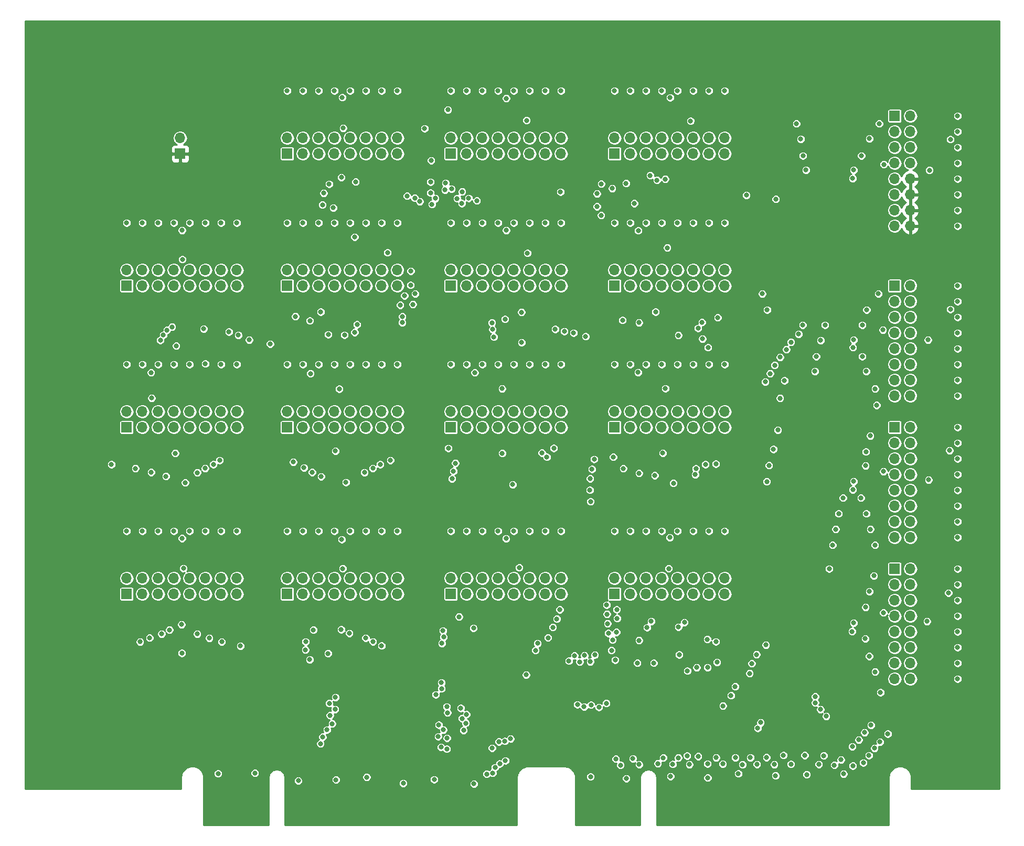
<source format=gbr>
G04 #@! TF.GenerationSoftware,KiCad,Pcbnew,(5.0.1)-4*
G04 #@! TF.CreationDate,2018-12-06T15:24:56-08:00*
G04 #@! TF.ProjectId,lights_n_jumpers,6C69676874735F6E5F6A756D70657273,rev?*
G04 #@! TF.SameCoordinates,Original*
G04 #@! TF.FileFunction,Copper,L3,Inr,Plane*
G04 #@! TF.FilePolarity,Positive*
%FSLAX46Y46*%
G04 Gerber Fmt 4.6, Leading zero omitted, Abs format (unit mm)*
G04 Created by KiCad (PCBNEW (5.0.1)-4) date 12/6/2018 3:24:56 PM*
%MOMM*%
%LPD*%
G01*
G04 APERTURE LIST*
G04 #@! TA.AperFunction,ViaPad*
%ADD10R,1.700000X1.700000*%
G04 #@! TD*
G04 #@! TA.AperFunction,ViaPad*
%ADD11O,1.700000X1.700000*%
G04 #@! TD*
G04 #@! TA.AperFunction,ViaPad*
%ADD12C,0.800000*%
G04 #@! TD*
G04 #@! TA.AperFunction,Conductor*
%ADD13C,0.254000*%
G04 #@! TD*
G04 APERTURE END LIST*
D10*
G04 #@! TO.N,Net-(J1-Pad1)*
G04 #@! TO.C,J1*
X80772000Y-113284000D03*
D11*
G04 #@! TO.N,/rs1[31]*
X80772000Y-110744000D03*
G04 #@! TO.N,Net-(J1-Pad3)*
X83312000Y-113284000D03*
G04 #@! TO.N,/rs1[30]*
X83312000Y-110744000D03*
G04 #@! TO.N,Net-(J1-Pad5)*
X85852000Y-113284000D03*
G04 #@! TO.N,/rs1[29]*
X85852000Y-110744000D03*
G04 #@! TO.N,Net-(J1-Pad7)*
X88392000Y-113284000D03*
G04 #@! TO.N,/rs1[28]*
X88392000Y-110744000D03*
G04 #@! TO.N,Net-(J1-Pad9)*
X90932000Y-113284000D03*
G04 #@! TO.N,/rs1[27]*
X90932000Y-110744000D03*
G04 #@! TO.N,Net-(J1-Pad11)*
X93472000Y-113284000D03*
G04 #@! TO.N,/rs1[26]*
X93472000Y-110744000D03*
G04 #@! TO.N,Net-(J1-Pad13)*
X96012000Y-113284000D03*
G04 #@! TO.N,/rs1[25]*
X96012000Y-110744000D03*
G04 #@! TO.N,Net-(J1-Pad15)*
X98552000Y-113284000D03*
G04 #@! TO.N,/rs1[24]*
X98552000Y-110744000D03*
G04 #@! TD*
G04 #@! TO.N,/rs1[16]*
G04 #@! TO.C,J2*
X124460000Y-110744000D03*
G04 #@! TO.N,Net-(J2-Pad15)*
X124460000Y-113284000D03*
G04 #@! TO.N,/rs1[17]*
X121920000Y-110744000D03*
G04 #@! TO.N,Net-(J2-Pad13)*
X121920000Y-113284000D03*
G04 #@! TO.N,/rs1[18]*
X119380000Y-110744000D03*
G04 #@! TO.N,Net-(J2-Pad11)*
X119380000Y-113284000D03*
G04 #@! TO.N,/rs1[19]*
X116840000Y-110744000D03*
G04 #@! TO.N,Net-(J2-Pad9)*
X116840000Y-113284000D03*
G04 #@! TO.N,/rs1[20]*
X114300000Y-110744000D03*
G04 #@! TO.N,Net-(J2-Pad7)*
X114300000Y-113284000D03*
G04 #@! TO.N,/rs1[21]*
X111760000Y-110744000D03*
G04 #@! TO.N,Net-(J2-Pad5)*
X111760000Y-113284000D03*
G04 #@! TO.N,/rs1[22]*
X109220000Y-110744000D03*
G04 #@! TO.N,Net-(J2-Pad3)*
X109220000Y-113284000D03*
G04 #@! TO.N,/rs1[23]*
X106680000Y-110744000D03*
D10*
G04 #@! TO.N,Net-(J2-Pad1)*
X106680000Y-113284000D03*
G04 #@! TD*
G04 #@! TO.N,Net-(J3-Pad1)*
G04 #@! TO.C,J3*
X80772000Y-86360000D03*
D11*
G04 #@! TO.N,/rd[31]*
X80772000Y-83820000D03*
G04 #@! TO.N,Net-(J3-Pad3)*
X83312000Y-86360000D03*
G04 #@! TO.N,/rd[30]*
X83312000Y-83820000D03*
G04 #@! TO.N,Net-(J3-Pad5)*
X85852000Y-86360000D03*
G04 #@! TO.N,/rd[29]*
X85852000Y-83820000D03*
G04 #@! TO.N,Net-(J3-Pad7)*
X88392000Y-86360000D03*
G04 #@! TO.N,/rd[28]*
X88392000Y-83820000D03*
G04 #@! TO.N,Net-(J3-Pad9)*
X90932000Y-86360000D03*
G04 #@! TO.N,/rd[27]*
X90932000Y-83820000D03*
G04 #@! TO.N,Net-(J3-Pad11)*
X93472000Y-86360000D03*
G04 #@! TO.N,/rd[26]*
X93472000Y-83820000D03*
G04 #@! TO.N,Net-(J3-Pad13)*
X96012000Y-86360000D03*
G04 #@! TO.N,/rd[25]*
X96012000Y-83820000D03*
G04 #@! TO.N,Net-(J3-Pad15)*
X98552000Y-86360000D03*
G04 #@! TO.N,/rd[24]*
X98552000Y-83820000D03*
G04 #@! TD*
G04 #@! TO.N,/rd[16]*
G04 #@! TO.C,J4*
X124460000Y-83820000D03*
G04 #@! TO.N,Net-(J4-Pad15)*
X124460000Y-86360000D03*
G04 #@! TO.N,/rd[17]*
X121920000Y-83820000D03*
G04 #@! TO.N,Net-(J4-Pad13)*
X121920000Y-86360000D03*
G04 #@! TO.N,/rd[18]*
X119380000Y-83820000D03*
G04 #@! TO.N,Net-(J4-Pad11)*
X119380000Y-86360000D03*
G04 #@! TO.N,/rd[19]*
X116840000Y-83820000D03*
G04 #@! TO.N,Net-(J4-Pad9)*
X116840000Y-86360000D03*
G04 #@! TO.N,/rd[20]*
X114300000Y-83820000D03*
G04 #@! TO.N,Net-(J4-Pad7)*
X114300000Y-86360000D03*
G04 #@! TO.N,/rd[21]*
X111760000Y-83820000D03*
G04 #@! TO.N,Net-(J4-Pad5)*
X111760000Y-86360000D03*
G04 #@! TO.N,/rd[22]*
X109220000Y-83820000D03*
G04 #@! TO.N,Net-(J4-Pad3)*
X109220000Y-86360000D03*
G04 #@! TO.N,/rd[23]*
X106680000Y-83820000D03*
D10*
G04 #@! TO.N,Net-(J4-Pad1)*
X106680000Y-86360000D03*
G04 #@! TD*
G04 #@! TO.N,Net-(J5-Pad1)*
G04 #@! TO.C,J5*
X133096000Y-86360000D03*
D11*
G04 #@! TO.N,/rd[15]*
X133096000Y-83820000D03*
G04 #@! TO.N,Net-(J5-Pad3)*
X135636000Y-86360000D03*
G04 #@! TO.N,/rd[14]*
X135636000Y-83820000D03*
G04 #@! TO.N,Net-(J5-Pad5)*
X138176000Y-86360000D03*
G04 #@! TO.N,/rd[13]*
X138176000Y-83820000D03*
G04 #@! TO.N,Net-(J5-Pad7)*
X140716000Y-86360000D03*
G04 #@! TO.N,/rd[12]*
X140716000Y-83820000D03*
G04 #@! TO.N,Net-(J5-Pad9)*
X143256000Y-86360000D03*
G04 #@! TO.N,/rd[11]*
X143256000Y-83820000D03*
G04 #@! TO.N,Net-(J5-Pad11)*
X145796000Y-86360000D03*
G04 #@! TO.N,/rd[10]*
X145796000Y-83820000D03*
G04 #@! TO.N,Net-(J5-Pad13)*
X148336000Y-86360000D03*
G04 #@! TO.N,/rd[9]*
X148336000Y-83820000D03*
G04 #@! TO.N,Net-(J5-Pad15)*
X150876000Y-86360000D03*
G04 #@! TO.N,/rd[8]*
X150876000Y-83820000D03*
G04 #@! TD*
G04 #@! TO.N,/rd[0]*
G04 #@! TO.C,J6*
X177292000Y-83820000D03*
G04 #@! TO.N,Net-(J6-Pad15)*
X177292000Y-86360000D03*
G04 #@! TO.N,/rd[1]*
X174752000Y-83820000D03*
G04 #@! TO.N,Net-(J6-Pad13)*
X174752000Y-86360000D03*
G04 #@! TO.N,/rd[2]*
X172212000Y-83820000D03*
G04 #@! TO.N,Net-(J6-Pad11)*
X172212000Y-86360000D03*
G04 #@! TO.N,/rd[3]*
X169672000Y-83820000D03*
G04 #@! TO.N,Net-(J6-Pad9)*
X169672000Y-86360000D03*
G04 #@! TO.N,/rd[4]*
X167132000Y-83820000D03*
G04 #@! TO.N,Net-(J6-Pad7)*
X167132000Y-86360000D03*
G04 #@! TO.N,/rd[5]*
X164592000Y-83820000D03*
G04 #@! TO.N,Net-(J6-Pad5)*
X164592000Y-86360000D03*
G04 #@! TO.N,/rd[6]*
X162052000Y-83820000D03*
G04 #@! TO.N,Net-(J6-Pad3)*
X162052000Y-86360000D03*
G04 #@! TO.N,/rd[7]*
X159512000Y-83820000D03*
D10*
G04 #@! TO.N,Net-(J6-Pad1)*
X159512000Y-86360000D03*
G04 #@! TD*
G04 #@! TO.N,Net-(J7-Pad1)*
G04 #@! TO.C,J7*
X106680000Y-63500000D03*
D11*
G04 #@! TO.N,/rs2[23]*
X106680000Y-60960000D03*
G04 #@! TO.N,Net-(J7-Pad3)*
X109220000Y-63500000D03*
G04 #@! TO.N,/rs2[22]*
X109220000Y-60960000D03*
G04 #@! TO.N,Net-(J7-Pad5)*
X111760000Y-63500000D03*
G04 #@! TO.N,/rs2[21]*
X111760000Y-60960000D03*
G04 #@! TO.N,Net-(J7-Pad7)*
X114300000Y-63500000D03*
G04 #@! TO.N,/rs2[20]*
X114300000Y-60960000D03*
G04 #@! TO.N,Net-(J7-Pad9)*
X116840000Y-63500000D03*
G04 #@! TO.N,/rs2[19]*
X116840000Y-60960000D03*
G04 #@! TO.N,Net-(J7-Pad11)*
X119380000Y-63500000D03*
G04 #@! TO.N,/rs2[18]*
X119380000Y-60960000D03*
G04 #@! TO.N,Net-(J7-Pad13)*
X121920000Y-63500000D03*
G04 #@! TO.N,/rs2[17]*
X121920000Y-60960000D03*
G04 #@! TO.N,Net-(J7-Pad15)*
X124460000Y-63500000D03*
G04 #@! TO.N,/rs2[16]*
X124460000Y-60960000D03*
G04 #@! TD*
D10*
G04 #@! TO.N,Net-(J8-Pad1)*
G04 #@! TO.C,J8*
X80772000Y-63500000D03*
D11*
G04 #@! TO.N,/rs2[31]*
X80772000Y-60960000D03*
G04 #@! TO.N,Net-(J8-Pad3)*
X83312000Y-63500000D03*
G04 #@! TO.N,/rs2[30]*
X83312000Y-60960000D03*
G04 #@! TO.N,Net-(J8-Pad5)*
X85852000Y-63500000D03*
G04 #@! TO.N,/rs2[29]*
X85852000Y-60960000D03*
G04 #@! TO.N,Net-(J8-Pad7)*
X88392000Y-63500000D03*
G04 #@! TO.N,/rs2[28]*
X88392000Y-60960000D03*
G04 #@! TO.N,Net-(J8-Pad9)*
X90932000Y-63500000D03*
G04 #@! TO.N,/rs2[27]*
X90932000Y-60960000D03*
G04 #@! TO.N,Net-(J8-Pad11)*
X93472000Y-63500000D03*
G04 #@! TO.N,/rs2[26]*
X93472000Y-60960000D03*
G04 #@! TO.N,Net-(J8-Pad13)*
X96012000Y-63500000D03*
G04 #@! TO.N,/rs2[25]*
X96012000Y-60960000D03*
G04 #@! TO.N,Net-(J8-Pad15)*
X98552000Y-63500000D03*
G04 #@! TO.N,/rs2[24]*
X98552000Y-60960000D03*
G04 #@! TD*
D10*
G04 #@! TO.N,+3V3*
G04 #@! TO.C,J9*
X89408000Y-42164000D03*
D11*
G04 #@! TO.N,GNDREF*
X89408000Y-39624000D03*
G04 #@! TD*
D10*
G04 #@! TO.N,Net-(J10-Pad1)*
G04 #@! TO.C,J10*
X159512000Y-113284000D03*
D11*
G04 #@! TO.N,/rs1[7]*
X159512000Y-110744000D03*
G04 #@! TO.N,Net-(J10-Pad3)*
X162052000Y-113284000D03*
G04 #@! TO.N,/rs1[6]*
X162052000Y-110744000D03*
G04 #@! TO.N,Net-(J10-Pad5)*
X164592000Y-113284000D03*
G04 #@! TO.N,/rs1[5]*
X164592000Y-110744000D03*
G04 #@! TO.N,Net-(J10-Pad7)*
X167132000Y-113284000D03*
G04 #@! TO.N,/rs1[4]*
X167132000Y-110744000D03*
G04 #@! TO.N,Net-(J10-Pad9)*
X169672000Y-113284000D03*
G04 #@! TO.N,/rs1[3]*
X169672000Y-110744000D03*
G04 #@! TO.N,Net-(J10-Pad11)*
X172212000Y-113284000D03*
G04 #@! TO.N,/rs1[2]*
X172212000Y-110744000D03*
G04 #@! TO.N,Net-(J10-Pad13)*
X174752000Y-113284000D03*
G04 #@! TO.N,/rs1[1]*
X174752000Y-110744000D03*
G04 #@! TO.N,Net-(J10-Pad15)*
X177292000Y-113284000D03*
G04 #@! TO.N,/rs1[0]*
X177292000Y-110744000D03*
G04 #@! TD*
D10*
G04 #@! TO.N,Net-(J11-Pad1)*
G04 #@! TO.C,J11*
X133096000Y-113284000D03*
D11*
G04 #@! TO.N,/rs1[15]*
X133096000Y-110744000D03*
G04 #@! TO.N,Net-(J11-Pad3)*
X135636000Y-113284000D03*
G04 #@! TO.N,/rs1[14]*
X135636000Y-110744000D03*
G04 #@! TO.N,Net-(J11-Pad5)*
X138176000Y-113284000D03*
G04 #@! TO.N,/rs1[13]*
X138176000Y-110744000D03*
G04 #@! TO.N,Net-(J11-Pad7)*
X140716000Y-113284000D03*
G04 #@! TO.N,/rs1[12]*
X140716000Y-110744000D03*
G04 #@! TO.N,Net-(J11-Pad9)*
X143256000Y-113284000D03*
G04 #@! TO.N,/rs1[11]*
X143256000Y-110744000D03*
G04 #@! TO.N,Net-(J11-Pad11)*
X145796000Y-113284000D03*
G04 #@! TO.N,/rs1[10]*
X145796000Y-110744000D03*
G04 #@! TO.N,Net-(J11-Pad13)*
X148336000Y-113284000D03*
G04 #@! TO.N,/rs1[9]*
X148336000Y-110744000D03*
G04 #@! TO.N,Net-(J11-Pad15)*
X150876000Y-113284000D03*
G04 #@! TO.N,/rs1[8]*
X150876000Y-110744000D03*
G04 #@! TD*
G04 #@! TO.N,/rs2[0]*
G04 #@! TO.C,J12*
X177292000Y-60960000D03*
G04 #@! TO.N,Net-(J12-Pad15)*
X177292000Y-63500000D03*
G04 #@! TO.N,/rs2[1]*
X174752000Y-60960000D03*
G04 #@! TO.N,Net-(J12-Pad13)*
X174752000Y-63500000D03*
G04 #@! TO.N,/rs2[2]*
X172212000Y-60960000D03*
G04 #@! TO.N,Net-(J12-Pad11)*
X172212000Y-63500000D03*
G04 #@! TO.N,/rs2[3]*
X169672000Y-60960000D03*
G04 #@! TO.N,Net-(J12-Pad9)*
X169672000Y-63500000D03*
G04 #@! TO.N,/rs2[4]*
X167132000Y-60960000D03*
G04 #@! TO.N,Net-(J12-Pad7)*
X167132000Y-63500000D03*
G04 #@! TO.N,/rs2[5]*
X164592000Y-60960000D03*
G04 #@! TO.N,Net-(J12-Pad5)*
X164592000Y-63500000D03*
G04 #@! TO.N,/rs2[6]*
X162052000Y-60960000D03*
G04 #@! TO.N,Net-(J12-Pad3)*
X162052000Y-63500000D03*
G04 #@! TO.N,/rs2[7]*
X159512000Y-60960000D03*
D10*
G04 #@! TO.N,Net-(J12-Pad1)*
X159512000Y-63500000D03*
G04 #@! TD*
D11*
G04 #@! TO.N,/rs2[8]*
G04 #@! TO.C,J13*
X150876000Y-60960000D03*
G04 #@! TO.N,Net-(J13-Pad15)*
X150876000Y-63500000D03*
G04 #@! TO.N,/rs2[9]*
X148336000Y-60960000D03*
G04 #@! TO.N,Net-(J13-Pad13)*
X148336000Y-63500000D03*
G04 #@! TO.N,/rs2[10]*
X145796000Y-60960000D03*
G04 #@! TO.N,Net-(J13-Pad11)*
X145796000Y-63500000D03*
G04 #@! TO.N,/rs2[11]*
X143256000Y-60960000D03*
G04 #@! TO.N,Net-(J13-Pad9)*
X143256000Y-63500000D03*
G04 #@! TO.N,/rs2[12]*
X140716000Y-60960000D03*
G04 #@! TO.N,Net-(J13-Pad7)*
X140716000Y-63500000D03*
G04 #@! TO.N,/rs2[13]*
X138176000Y-60960000D03*
G04 #@! TO.N,Net-(J13-Pad5)*
X138176000Y-63500000D03*
G04 #@! TO.N,/rs2[14]*
X135636000Y-60960000D03*
G04 #@! TO.N,Net-(J13-Pad3)*
X135636000Y-63500000D03*
G04 #@! TO.N,/rs2[15]*
X133096000Y-60960000D03*
D10*
G04 #@! TO.N,Net-(J13-Pad1)*
X133096000Y-63500000D03*
G04 #@! TD*
G04 #@! TO.N,Net-(J14-Pad1)*
G04 #@! TO.C,J14*
X204721001Y-63500000D03*
D11*
G04 #@! TO.N,/nc23*
X207261001Y-63500000D03*
G04 #@! TO.N,Net-(J14-Pad3)*
X204721001Y-66040000D03*
G04 #@! TO.N,/nc22*
X207261001Y-66040000D03*
G04 #@! TO.N,Net-(J14-Pad5)*
X204721001Y-68580000D03*
G04 #@! TO.N,/nc21*
X207261001Y-68580000D03*
G04 #@! TO.N,Net-(J14-Pad7)*
X204721001Y-71120000D03*
G04 #@! TO.N,/nc20*
X207261001Y-71120000D03*
G04 #@! TO.N,Net-(J14-Pad9)*
X204721001Y-73660000D03*
G04 #@! TO.N,/nc19*
X207261001Y-73660000D03*
G04 #@! TO.N,Net-(J14-Pad11)*
X204721001Y-76200000D03*
G04 #@! TO.N,/nc18*
X207261001Y-76200000D03*
G04 #@! TO.N,Net-(J14-Pad13)*
X204721001Y-78740000D03*
G04 #@! TO.N,/nc17*
X207261001Y-78740000D03*
G04 #@! TO.N,Net-(J14-Pad15)*
X204721001Y-81280000D03*
G04 #@! TO.N,/nc16*
X207261001Y-81280000D03*
G04 #@! TD*
D10*
G04 #@! TO.N,Net-(J15-Pad1)*
G04 #@! TO.C,J15*
X204724000Y-86360000D03*
D11*
G04 #@! TO.N,/nc15*
X207264000Y-86360000D03*
G04 #@! TO.N,Net-(J15-Pad3)*
X204724000Y-88900000D03*
G04 #@! TO.N,/nc14*
X207264000Y-88900000D03*
G04 #@! TO.N,Net-(J15-Pad5)*
X204724000Y-91440000D03*
G04 #@! TO.N,/nc13*
X207264000Y-91440000D03*
G04 #@! TO.N,Net-(J15-Pad7)*
X204724000Y-93980000D03*
G04 #@! TO.N,/nc12*
X207264000Y-93980000D03*
G04 #@! TO.N,Net-(J15-Pad9)*
X204724000Y-96520000D03*
G04 #@! TO.N,/nc11*
X207264000Y-96520000D03*
G04 #@! TO.N,Net-(J15-Pad11)*
X204724000Y-99060000D03*
G04 #@! TO.N,/nc10*
X207264000Y-99060000D03*
G04 #@! TO.N,Net-(J15-Pad13)*
X204724000Y-101600000D03*
G04 #@! TO.N,/nc9*
X207264000Y-101600000D03*
G04 #@! TO.N,Net-(J15-Pad15)*
X204724000Y-104140000D03*
G04 #@! TO.N,/nc8*
X207264000Y-104140000D03*
G04 #@! TD*
D10*
G04 #@! TO.N,Net-(J16-Pad1)*
G04 #@! TO.C,J16*
X204724000Y-109220000D03*
D11*
G04 #@! TO.N,/nc7*
X207264000Y-109220000D03*
G04 #@! TO.N,Net-(J16-Pad3)*
X204724000Y-111760000D03*
G04 #@! TO.N,/nc6*
X207264000Y-111760000D03*
G04 #@! TO.N,Net-(J16-Pad5)*
X204724000Y-114300000D03*
G04 #@! TO.N,/nc5*
X207264000Y-114300000D03*
G04 #@! TO.N,Net-(J16-Pad7)*
X204724000Y-116840000D03*
G04 #@! TO.N,/nc4*
X207264000Y-116840000D03*
G04 #@! TO.N,Net-(J16-Pad9)*
X204724000Y-119380000D03*
G04 #@! TO.N,/nc3*
X207264000Y-119380000D03*
G04 #@! TO.N,Net-(J16-Pad11)*
X204724000Y-121920000D03*
G04 #@! TO.N,/nc2*
X207264000Y-121920000D03*
G04 #@! TO.N,Net-(J16-Pad13)*
X204724000Y-124460000D03*
G04 #@! TO.N,/nc1*
X207264000Y-124460000D03*
G04 #@! TO.N,Net-(J16-Pad15)*
X204724000Y-127000000D03*
G04 #@! TO.N,/nc0*
X207264000Y-127000000D03*
G04 #@! TD*
G04 #@! TO.N,/rs2a[0]*
G04 #@! TO.C,J17*
X124460000Y-39624000D03*
G04 #@! TO.N,Net-(J17-Pad15)*
X124460000Y-42164000D03*
G04 #@! TO.N,/~rs1_rd*
X121920000Y-39624000D03*
G04 #@! TO.N,Net-(J17-Pad13)*
X121920000Y-42164000D03*
G04 #@! TO.N,/~rs2_rd*
X119380000Y-39624000D03*
G04 #@! TO.N,Net-(J17-Pad11)*
X119380000Y-42164000D03*
G04 #@! TO.N,/~rd_wr*
X116840000Y-39624000D03*
G04 #@! TO.N,Net-(J17-Pad9)*
X116840000Y-42164000D03*
G04 #@! TO.N,/~BOOT_WR*
X114300000Y-39624000D03*
G04 #@! TO.N,Net-(J17-Pad7)*
X114300000Y-42164000D03*
G04 #@! TO.N,/~BOOT_RST*
X111760000Y-39624000D03*
G04 #@! TO.N,Net-(J17-Pad5)*
X111760000Y-42164000D03*
G04 #@! TO.N,/BOOT_CLK*
X109220000Y-39624000D03*
G04 #@! TO.N,Net-(J17-Pad3)*
X109220000Y-42164000D03*
G04 #@! TO.N,/~BOOT_ALU_EN*
X106680000Y-39624000D03*
D10*
G04 #@! TO.N,Net-(J17-Pad1)*
X106680000Y-42164000D03*
G04 #@! TD*
D11*
G04 #@! TO.N,/rda[3]*
G04 #@! TO.C,J18*
X150876000Y-39624000D03*
G04 #@! TO.N,Net-(J18-Pad15)*
X150876000Y-42164000D03*
G04 #@! TO.N,/rda[2]*
X148336000Y-39624000D03*
G04 #@! TO.N,Net-(J18-Pad13)*
X148336000Y-42164000D03*
G04 #@! TO.N,/rda[1]*
X145796000Y-39624000D03*
G04 #@! TO.N,Net-(J18-Pad11)*
X145796000Y-42164000D03*
G04 #@! TO.N,/rda[0]*
X143256000Y-39624000D03*
G04 #@! TO.N,Net-(J18-Pad9)*
X143256000Y-42164000D03*
G04 #@! TO.N,/rs2a[4]*
X140716000Y-39624000D03*
G04 #@! TO.N,Net-(J18-Pad7)*
X140716000Y-42164000D03*
G04 #@! TO.N,/rs2a[3]*
X138176000Y-39624000D03*
G04 #@! TO.N,Net-(J18-Pad5)*
X138176000Y-42164000D03*
G04 #@! TO.N,/rs2a[2]*
X135636000Y-39624000D03*
G04 #@! TO.N,Net-(J18-Pad3)*
X135636000Y-42164000D03*
G04 #@! TO.N,/rs2a[1]*
X133096000Y-39624000D03*
D10*
G04 #@! TO.N,Net-(J18-Pad1)*
X133096000Y-42164000D03*
G04 #@! TD*
G04 #@! TO.N,Net-(J19-Pad1)*
G04 #@! TO.C,J19*
X159512000Y-42164000D03*
D11*
G04 #@! TO.N,/rda[4]*
X159512000Y-39624000D03*
G04 #@! TO.N,Net-(J19-Pad3)*
X162052000Y-42164000D03*
G04 #@! TO.N,/rs1a[0]*
X162052000Y-39624000D03*
G04 #@! TO.N,Net-(J19-Pad5)*
X164592000Y-42164000D03*
G04 #@! TO.N,/rs1a[1]*
X164592000Y-39624000D03*
G04 #@! TO.N,Net-(J19-Pad7)*
X167132000Y-42164000D03*
G04 #@! TO.N,/rs1a[2]*
X167132000Y-39624000D03*
G04 #@! TO.N,Net-(J19-Pad9)*
X169672000Y-42164000D03*
G04 #@! TO.N,/rs1a[3]*
X169672000Y-39624000D03*
G04 #@! TO.N,Net-(J19-Pad11)*
X172212000Y-42164000D03*
G04 #@! TO.N,/rs1a[4]*
X172212000Y-39624000D03*
G04 #@! TO.N,Net-(J19-Pad13)*
X174752000Y-42164000D03*
G04 #@! TO.N,/~shift_oe*
X174752000Y-39624000D03*
G04 #@! TO.N,Net-(J19-Pad15)*
X177292000Y-42164000D03*
G04 #@! TO.N,/~alu_oe*
X177292000Y-39624000D03*
G04 #@! TD*
G04 #@! TO.N,+3V3*
G04 #@! TO.C,J20*
X207264000Y-53848000D03*
G04 #@! TO.N,Net-(J20-Pad15)*
X204724000Y-53848000D03*
G04 #@! TO.N,+3V3*
X207264000Y-51308000D03*
G04 #@! TO.N,Net-(J20-Pad13)*
X204724000Y-51308000D03*
G04 #@! TO.N,+3V3*
X207264000Y-48768000D03*
G04 #@! TO.N,Net-(J20-Pad11)*
X204724000Y-48768000D03*
G04 #@! TO.N,+3V3*
X207264000Y-46228000D03*
G04 #@! TO.N,Net-(J20-Pad9)*
X204724000Y-46228000D03*
G04 #@! TO.N,/f[3]*
X207264000Y-43688000D03*
G04 #@! TO.N,Net-(J20-Pad7)*
X204724000Y-43688000D03*
G04 #@! TO.N,/f[2]*
X207264000Y-41148000D03*
G04 #@! TO.N,Net-(J20-Pad5)*
X204724000Y-41148000D03*
G04 #@! TO.N,/f[1]*
X207264000Y-38608000D03*
G04 #@! TO.N,Net-(J20-Pad3)*
X204724000Y-38608000D03*
G04 #@! TO.N,/f[0]*
X207264000Y-36068000D03*
D10*
G04 #@! TO.N,Net-(J20-Pad1)*
X204724000Y-36068000D03*
G04 #@! TD*
D12*
G04 #@! TO.N,GNDREF*
X95529400Y-142290800D03*
X101473000Y-142214600D03*
X108474167Y-143449967D03*
X114557136Y-143284535D03*
X119523166Y-142865766D03*
X125415966Y-143856366D03*
X130403600Y-143256000D03*
X136833083Y-143956171D03*
X155651200Y-142798800D03*
X161417000Y-143078200D03*
X168554400Y-142748000D03*
X174548800Y-142976600D03*
X179501800Y-142290800D03*
X185496200Y-142621000D03*
X190525400Y-142443200D03*
X196494400Y-142341600D03*
X115570000Y-33070800D03*
X115722400Y-38023800D03*
X89712800Y-54533800D03*
X89763600Y-59232800D03*
X117729000Y-46710600D03*
X114122200Y-50901600D03*
X128854200Y-38100000D03*
X132613400Y-35077400D03*
X142036800Y-33223200D03*
X145313400Y-36779200D03*
X168478200Y-33096200D03*
X171780200Y-36880800D03*
X166370000Y-46431200D03*
X162712400Y-50190400D03*
X117576600Y-55626000D03*
X122885200Y-58140600D03*
X142036800Y-54533800D03*
X145465800Y-58216800D03*
X163347400Y-54584600D03*
X168021000Y-57353200D03*
X166141400Y-67716400D03*
X169824400Y-71501000D03*
X144500600Y-67767200D03*
X144526000Y-72669400D03*
X112090200Y-67716400D03*
X117576600Y-71018400D03*
X93218000Y-70459600D03*
X88773000Y-73202800D03*
X84709000Y-77520800D03*
X84810600Y-81635600D03*
X110439200Y-77673200D03*
X115087400Y-80162400D03*
X136956800Y-77520800D03*
X141376400Y-80111600D03*
X163322000Y-77495400D03*
X167716200Y-80086200D03*
X167309800Y-90525600D03*
X169011600Y-95377000D03*
X141401800Y-90551000D03*
X143078200Y-95605600D03*
X114477800Y-90195400D03*
X116154200Y-95250000D03*
X88620600Y-90551000D03*
X90220800Y-95300800D03*
X89712800Y-104292400D03*
X89941400Y-109143800D03*
X115646200Y-109169200D03*
X115493800Y-104470200D03*
X142011400Y-104317800D03*
X144119600Y-109016800D03*
X168427400Y-104165400D03*
X168249600Y-109169200D03*
X169824400Y-118618000D03*
X169951400Y-123088400D03*
X146761200Y-122377200D03*
X145262600Y-126339600D03*
X115392200Y-119024400D03*
X113284000Y-122885200D03*
X89636600Y-118211600D03*
X89687400Y-122834400D03*
X213410800Y-113106200D03*
X209956400Y-117703600D03*
X210210400Y-94843600D03*
X213588600Y-90093800D03*
X213715600Y-67310000D03*
X210108800Y-72237600D03*
X210337400Y-44831000D03*
X213715600Y-39852600D03*
X202971400Y-43891200D03*
X197942200Y-46151800D03*
X202819000Y-70637400D03*
X197993000Y-73456800D03*
X202920600Y-93497400D03*
X197967600Y-96443800D03*
X202920600Y-116306600D03*
X197866000Y-119329200D03*
G04 #@! TO.N,+3V3*
X202438000Y-56039286D03*
X201574400Y-52705000D03*
X200632990Y-50190999D03*
X199992990Y-47345001D03*
X98475800Y-142316200D03*
X111496766Y-143322966D03*
X122529600Y-143586200D03*
X133477000Y-143764000D03*
X158521400Y-142925800D03*
X171526200Y-143027400D03*
X182499000Y-142392400D03*
X193446400Y-142290800D03*
X119913400Y-48031400D03*
X121848287Y-44387483D03*
X174817202Y-44452183D03*
X172643800Y-48031400D03*
X148412200Y-44424600D03*
X146710400Y-49072800D03*
X109778800Y-55753000D03*
X113131600Y-59105800D03*
X170307000Y-55575200D03*
X173304200Y-59385200D03*
X146481800Y-69138800D03*
X148393488Y-65783471D03*
X88493600Y-65252600D03*
X86131400Y-69088000D03*
X91744800Y-78740000D03*
X94538800Y-82346800D03*
X117475000Y-78511400D03*
X120548400Y-82118200D03*
X143967200Y-78486000D03*
X147040600Y-82499200D03*
X170332400Y-78486000D03*
X173431200Y-82372200D03*
X174574200Y-115443000D03*
X172516800Y-118694200D03*
X144703800Y-119354600D03*
X146913600Y-115595400D03*
X119811800Y-115341400D03*
X118084600Y-120167400D03*
X93294200Y-119862600D03*
X93827600Y-115265200D03*
X212572600Y-119964200D03*
X208965800Y-122758200D03*
X208991200Y-99822000D03*
X212547200Y-97256600D03*
X212598000Y-74396600D03*
X208864200Y-77012800D03*
X208915000Y-49606200D03*
X212547200Y-46939200D03*
G04 #@! TO.N,/rs1[31]*
X82931000Y-121005600D03*
G04 #@! TO.N,/rs1[30]*
X84480400Y-120368990D03*
G04 #@! TO.N,/rs1[29]*
X86410800Y-119728990D03*
G04 #@! TO.N,/rs1[28]*
X87680800Y-119075200D03*
G04 #@! TO.N,/rs1[27]*
X92156804Y-119728990D03*
G04 #@! TO.N,/rs1[26]*
X94107148Y-120406312D03*
G04 #@! TO.N,/rs1[25]*
X96113600Y-121008990D03*
G04 #@! TO.N,/rs1[24]*
X99136200Y-121691400D03*
G04 #@! TO.N,Net-(D1-Pad1)*
X98552000Y-103124000D03*
G04 #@! TO.N,Net-(D2-Pad1)*
X96012000Y-103124000D03*
G04 #@! TO.N,Net-(D3-Pad1)*
X93472000Y-103124000D03*
G04 #@! TO.N,Net-(D4-Pad1)*
X90932000Y-103124000D03*
G04 #@! TO.N,Net-(D5-Pad1)*
X88392000Y-103124000D03*
G04 #@! TO.N,Net-(D6-Pad1)*
X85852000Y-103124000D03*
G04 #@! TO.N,Net-(D7-Pad1)*
X83312000Y-103124000D03*
G04 #@! TO.N,Net-(D8-Pad1)*
X80772000Y-103124000D03*
G04 #@! TO.N,/rs1[16]*
X121920000Y-121640600D03*
G04 #@! TO.N,Net-(D9-Pad1)*
X124460000Y-103124000D03*
G04 #@! TO.N,Net-(D10-Pad1)*
X121920000Y-103124000D03*
G04 #@! TO.N,/rs1[17]*
X120523000Y-120980200D03*
G04 #@! TO.N,/rs1[18]*
X119354600Y-120396000D03*
G04 #@! TO.N,Net-(D11-Pad1)*
X119380000Y-103124000D03*
G04 #@! TO.N,Net-(D12-Pad1)*
X116840000Y-103124000D03*
G04 #@! TO.N,/rs1[19]*
X116713000Y-119634000D03*
G04 #@! TO.N,/rs1[20]*
X110921800Y-119088990D03*
G04 #@! TO.N,Net-(D13-Pad1)*
X114300000Y-103124000D03*
G04 #@! TO.N,Net-(D14-Pad1)*
X111760000Y-103124000D03*
G04 #@! TO.N,/rs1[21]*
X109677200Y-120980200D03*
G04 #@! TO.N,/rs1[22]*
X109626400Y-122301000D03*
G04 #@! TO.N,Net-(D15-Pad1)*
X109220000Y-103124000D03*
G04 #@! TO.N,/rs1[23]*
X110312200Y-123875800D03*
G04 #@! TO.N,Net-(D16-Pad1)*
X106680000Y-103124000D03*
G04 #@! TO.N,/rd[31]*
X78308200Y-92354400D03*
G04 #@! TO.N,/rd[30]*
X82194999Y-92991010D03*
G04 #@! TO.N,/rd[29]*
X84734999Y-93631010D03*
G04 #@! TO.N,/rd[28]*
X87122000Y-94271010D03*
G04 #@! TO.N,/rd[27]*
X92176600Y-93675200D03*
G04 #@! TO.N,/rd[26]*
X93446600Y-92989400D03*
G04 #@! TO.N,/rd[25]*
X94767400Y-92354406D03*
G04 #@! TO.N,/rd[24]*
X95783400Y-91694000D03*
G04 #@! TO.N,/rd[23]*
X107670600Y-91973400D03*
G04 #@! TO.N,/rd[22]*
X109397800Y-92887800D03*
G04 #@! TO.N,/rd[21]*
X110718600Y-93624400D03*
G04 #@! TO.N,/rd[20]*
X112166398Y-94310200D03*
G04 #@! TO.N,/rd[19]*
X119151400Y-93649824D03*
G04 #@! TO.N,/rd[18]*
X120497599Y-92989400D03*
G04 #@! TO.N,/rd[17]*
X121691400Y-92354400D03*
G04 #@! TO.N,/rd[16]*
X123342999Y-91694000D03*
G04 #@! TO.N,/rs2[31]*
X112057779Y-137464800D03*
X86207600Y-72305837D03*
G04 #@! TO.N,/rs2[30]*
X112413790Y-136372600D03*
X86689667Y-71454885D03*
G04 #@! TO.N,/rs2[29]*
X113106200Y-135204200D03*
X87272736Y-70669686D03*
G04 #@! TO.N,/rs2[28]*
X113944400Y-134239000D03*
X88091573Y-70134884D03*
G04 #@! TO.N,/rs2[27]*
X113588800Y-132892800D03*
X97282000Y-70935324D03*
G04 #@! TO.N,/rs2[26]*
X114427000Y-131902200D03*
X98806000Y-71472162D03*
G04 #@! TO.N,/rs2[25]*
X113487200Y-130937000D03*
X100558600Y-72237600D03*
G04 #@! TO.N,/rs2[24]*
X114477800Y-129971800D03*
X103936800Y-72898000D03*
G04 #@! TO.N,/rs2[23]*
X108000800Y-68453000D03*
G04 #@! TO.N,/rs2[22]*
X110337001Y-69138800D03*
G04 #@! TO.N,/rs2[21]*
X113309400Y-71374000D03*
G04 #@! TO.N,/rs2[20]*
X115925600Y-71450200D03*
G04 #@! TO.N,/rs2[19]*
X117957001Y-69755010D03*
G04 #@! TO.N,/rs2[18]*
X125257821Y-69445780D03*
G04 #@! TO.N,/rs2[17]*
X125263315Y-68467784D03*
G04 #@! TO.N,/rs2[16]*
X124928566Y-66617669D03*
G04 #@! TO.N,Net-(D17-Pad1)*
X98552000Y-76200000D03*
G04 #@! TO.N,Net-(D18-Pad1)*
X96012000Y-76200000D03*
G04 #@! TO.N,Net-(D19-Pad1)*
X93472000Y-76091379D03*
G04 #@! TO.N,Net-(D20-Pad1)*
X90932000Y-76200000D03*
G04 #@! TO.N,Net-(D21-Pad1)*
X88392000Y-76200000D03*
G04 #@! TO.N,Net-(D22-Pad1)*
X85852000Y-76200000D03*
G04 #@! TO.N,Net-(D23-Pad1)*
X83312000Y-76200000D03*
G04 #@! TO.N,Net-(D24-Pad1)*
X80772000Y-76200000D03*
G04 #@! TO.N,Net-(D25-Pad1)*
X124460000Y-76200000D03*
G04 #@! TO.N,Net-(D26-Pad1)*
X121920000Y-76200000D03*
G04 #@! TO.N,Net-(D27-Pad1)*
X119380000Y-76200000D03*
G04 #@! TO.N,Net-(D28-Pad1)*
X116840000Y-76192568D03*
G04 #@! TO.N,Net-(D29-Pad1)*
X114300000Y-76200000D03*
G04 #@! TO.N,Net-(D30-Pad1)*
X111760000Y-76200000D03*
G04 #@! TO.N,Net-(D31-Pad1)*
X109220000Y-76200000D03*
G04 #@! TO.N,Net-(D32-Pad1)*
X106680000Y-76200000D03*
G04 #@! TO.N,/rd[8]*
X163499800Y-140817600D03*
X154660600Y-123215400D03*
G04 #@! TO.N,Net-(D33-Pad1)*
X150876000Y-76200000D03*
G04 #@! TO.N,Net-(D34-Pad1)*
X148336000Y-76200000D03*
G04 #@! TO.N,/rd[9]*
X162483800Y-139877800D03*
X153898600Y-124256800D03*
X149707587Y-89729813D03*
G04 #@! TO.N,/rd[10]*
X160477200Y-140919200D03*
X153060400Y-123240800D03*
X147795588Y-90493188D03*
G04 #@! TO.N,Net-(D35-Pad1)*
X145796000Y-76200000D03*
G04 #@! TO.N,Net-(D36-Pad1)*
X143256000Y-76192566D03*
G04 #@! TO.N,/rd[11]*
X159723043Y-139928600D03*
X148590000Y-91160189D03*
X152139038Y-124090499D03*
G04 #@! TO.N,/rd[12]*
X133287799Y-94665800D03*
G04 #@! TO.N,Net-(D37-Pad1)*
X140716000Y-76200000D03*
G04 #@! TO.N,Net-(D38-Pad1)*
X138176000Y-76200000D03*
G04 #@! TO.N,/rd[13]*
X133527800Y-93438637D03*
G04 #@! TO.N,/rd[14]*
X133828075Y-92151200D03*
G04 #@! TO.N,Net-(D39-Pad1)*
X135636000Y-76200000D03*
G04 #@! TO.N,Net-(D40-Pad1)*
X133096000Y-76200000D03*
G04 #@! TO.N,/rd[15]*
X132689600Y-89738200D03*
G04 #@! TO.N,Net-(D41-Pad1)*
X177292000Y-76200000D03*
G04 #@! TO.N,/rd[0]*
X175917137Y-139707432D03*
X175869001Y-92277601D03*
X176047400Y-124307600D03*
G04 #@! TO.N,/rd[1]*
X174523400Y-140716000D03*
X174193200Y-92354400D03*
X174523400Y-125145800D03*
G04 #@! TO.N,Net-(D42-Pad1)*
X174752000Y-76200000D03*
G04 #@! TO.N,Net-(D43-Pad1)*
X172212000Y-76200000D03*
G04 #@! TO.N,/rd[2]*
X173013023Y-139508301D03*
X172653675Y-93030324D03*
X172778328Y-125151931D03*
G04 #@! TO.N,/rd[3]*
X171602400Y-140817600D03*
X172542200Y-94001962D03*
X171279362Y-125699277D03*
G04 #@! TO.N,Net-(D44-Pad1)*
X169672000Y-76200000D03*
G04 #@! TO.N,Net-(D45-Pad1)*
X167132000Y-76200000D03*
G04 #@! TO.N,/rd[4]*
X159021968Y-122388368D03*
X169814289Y-139732832D03*
X166014999Y-94140399D03*
G04 #@! TO.N,/rd[5]*
X159629926Y-123952000D03*
X168922977Y-140771978D03*
X163474999Y-93776800D03*
G04 #@! TO.N,Net-(D46-Pad1)*
X164592000Y-76200000D03*
G04 #@! TO.N,Net-(D47-Pad1)*
X162052000Y-76200000D03*
G04 #@! TO.N,/rd[6]*
X156337000Y-123113800D03*
X167387689Y-139732832D03*
X160934999Y-93014800D03*
G04 #@! TO.N,/rd[7]*
X166497000Y-140665200D03*
X155600400Y-124231400D03*
X159308800Y-91160600D03*
G04 #@! TO.N,Net-(D48-Pad1)*
X159512000Y-76200000D03*
G04 #@! TO.N,Net-(D49-Pad1)*
X124460000Y-53340000D03*
G04 #@! TO.N,Net-(D50-Pad1)*
X121920000Y-53340000D03*
G04 #@! TO.N,Net-(D51-Pad1)*
X119380000Y-53340000D03*
G04 #@! TO.N,Net-(D52-Pad1)*
X116840000Y-53340000D03*
G04 #@! TO.N,Net-(D53-Pad1)*
X114300000Y-53340000D03*
G04 #@! TO.N,Net-(D54-Pad1)*
X111760000Y-53340000D03*
G04 #@! TO.N,Net-(D55-Pad1)*
X109220000Y-53340000D03*
G04 #@! TO.N,Net-(D56-Pad1)*
X106680000Y-53340000D03*
G04 #@! TO.N,Net-(D57-Pad1)*
X98552000Y-53340000D03*
G04 #@! TO.N,Net-(D58-Pad1)*
X96012000Y-53340000D03*
G04 #@! TO.N,Net-(D59-Pad1)*
X93472000Y-53340000D03*
G04 #@! TO.N,Net-(D60-Pad1)*
X90932000Y-53340000D03*
G04 #@! TO.N,Net-(D61-Pad1)*
X88392000Y-53340000D03*
G04 #@! TO.N,Net-(D62-Pad1)*
X85852000Y-53340000D03*
G04 #@! TO.N,Net-(D63-Pad1)*
X83312000Y-53340000D03*
G04 #@! TO.N,Net-(D64-Pad1)*
X80772000Y-53340000D03*
G04 #@! TO.N,Net-(D65-Pad1)*
X177292000Y-103124000D03*
G04 #@! TO.N,Net-(D66-Pad1)*
X174752000Y-103124000D03*
G04 #@! TO.N,/rs1[1]*
X175869001Y-120984016D03*
G04 #@! TO.N,/rs1[2]*
X174497023Y-120599200D03*
G04 #@! TO.N,Net-(D67-Pad1)*
X172212000Y-103124000D03*
G04 #@! TO.N,Net-(D68-Pad1)*
X169672000Y-103124000D03*
G04 #@! TO.N,/rs1[3]*
X170789001Y-117878340D03*
G04 #@! TO.N,Net-(D69-Pad1)*
X167132000Y-103124000D03*
G04 #@! TO.N,/rs1[4]*
X165430200Y-117693242D03*
G04 #@! TO.N,/rs1[5]*
X164763199Y-118694200D03*
G04 #@! TO.N,Net-(D70-Pad1)*
X164592000Y-103124000D03*
G04 #@! TO.N,/rs1[6]*
X163474999Y-120777000D03*
G04 #@! TO.N,Net-(D71-Pad1)*
X162052000Y-103124000D03*
G04 #@! TO.N,Net-(D72-Pad1)*
X159512000Y-103124000D03*
G04 #@! TO.N,/rs1[7]*
X165851406Y-124435831D03*
G04 #@! TO.N,Net-(D73-Pad1)*
X150876000Y-103124000D03*
G04 #@! TO.N,/rs1[9]*
X150672022Y-115812188D03*
G04 #@! TO.N,Net-(D74-Pad1)*
X148336000Y-103124000D03*
G04 #@! TO.N,Net-(D75-Pad1)*
X145796000Y-103124000D03*
G04 #@! TO.N,/rs1[10]*
X150201692Y-117310775D03*
G04 #@! TO.N,/rs1[11]*
X149555200Y-118652450D03*
G04 #@! TO.N,Net-(D76-Pad1)*
X143256000Y-103124000D03*
G04 #@! TO.N,Net-(D77-Pad1)*
X140716000Y-103124000D03*
G04 #@! TO.N,/rs1[12]*
X148776358Y-120346724D03*
G04 #@! TO.N,/rs1[13]*
X147091400Y-121247776D03*
G04 #@! TO.N,Net-(D78-Pad1)*
X138176000Y-103124000D03*
G04 #@! TO.N,Net-(D79-Pad1)*
X135636000Y-103124000D03*
G04 #@! TO.N,/rs1[14]*
X136753001Y-118796951D03*
G04 #@! TO.N,/rs1[15]*
X134416800Y-116964225D03*
G04 #@! TO.N,Net-(D80-Pad1)*
X133096000Y-103124000D03*
G04 #@! TO.N,Net-(D81-Pad1)*
X177292000Y-53340000D03*
G04 #@! TO.N,/rs2[0]*
X189890400Y-69850000D03*
X197980416Y-141036883D03*
G04 #@! TO.N,/rs2[1]*
X189222979Y-71301246D03*
X196065286Y-140054706D03*
X176174999Y-68631399D03*
G04 #@! TO.N,Net-(D82-Pad1)*
X174752000Y-53340000D03*
G04 #@! TO.N,Net-(D83-Pad1)*
X172212000Y-53340000D03*
G04 #@! TO.N,/rs2[2]*
X194997557Y-140917434D03*
X187987148Y-72591452D03*
X173634999Y-69393399D03*
G04 #@! TO.N,/rs2[3]*
X187248800Y-73787000D03*
X193293108Y-139390919D03*
X172999400Y-70358000D03*
G04 #@! TO.N,Net-(D84-Pad1)*
X169672000Y-53340000D03*
G04 #@! TO.N,Net-(D85-Pad1)*
X167132000Y-53340000D03*
G04 #@! TO.N,/rs2[4]*
X186232800Y-75031600D03*
X192487810Y-140792200D03*
X173714038Y-72059800D03*
G04 #@! TO.N,/rs2[5]*
X190220600Y-139344400D03*
X185369200Y-76327000D03*
X174608385Y-73457622D03*
G04 #@! TO.N,Net-(D86-Pad1)*
X164592000Y-53340000D03*
G04 #@! TO.N,Net-(D87-Pad1)*
X162052000Y-53340000D03*
G04 #@! TO.N,/rs2[6]*
X187985400Y-140766800D03*
X184632600Y-77673200D03*
X163474999Y-69444199D03*
G04 #@! TO.N,/rs2[7]*
X183845200Y-79019400D03*
X186784579Y-139326432D03*
X160807400Y-69062600D03*
G04 #@! TO.N,Net-(D88-Pad1)*
X159512000Y-53340000D03*
G04 #@! TO.N,/rs2[8]*
X163195000Y-124434600D03*
X158242000Y-115062000D03*
X171230915Y-139430930D03*
X154849766Y-71678800D03*
G04 #@! TO.N,Net-(D89-Pad1)*
X150876000Y-53340000D03*
G04 #@! TO.N,Net-(D90-Pad1)*
X148336000Y-53340000D03*
G04 #@! TO.N,/rs2[9]*
X185293000Y-140817600D03*
X159867600Y-115798600D03*
X183935669Y-121503729D03*
X152908000Y-71120000D03*
G04 #@! TO.N,/rs2[10]*
X158292800Y-116535200D03*
X184048400Y-139682443D03*
X182438204Y-123050807D03*
X151409400Y-70866000D03*
G04 #@! TO.N,Net-(D91-Pad1)*
X145796000Y-53340000D03*
G04 #@! TO.N,Net-(D92-Pad1)*
X143256000Y-53340000D03*
G04 #@! TO.N,/rs2[11]*
X182499000Y-140792200D03*
X159943800Y-117221000D03*
X181672603Y-124510800D03*
X149939638Y-70510400D03*
G04 #@! TO.N,/rs2[12]*
X158394400Y-118059200D03*
X181432200Y-139707432D03*
X181316592Y-126111000D03*
X141833001Y-68884800D03*
G04 #@! TO.N,Net-(D93-Pad1)*
X140716000Y-53340000D03*
G04 #@! TO.N,Net-(D94-Pad1)*
X138176000Y-53340000D03*
G04 #@! TO.N,/rs2[13]*
X159824447Y-119441943D03*
X178988627Y-128227493D03*
X180160713Y-140844478D03*
X139729925Y-69469000D03*
G04 #@! TO.N,/rs2[14]*
X158511946Y-119615210D03*
X178307909Y-129680051D03*
X179019772Y-139707432D03*
X139827000Y-70553237D03*
G04 #@! TO.N,Net-(D95-Pad1)*
X135636000Y-53340000D03*
G04 #@! TO.N,Net-(D96-Pad1)*
X133096000Y-53340000D03*
G04 #@! TO.N,/rs2[15]*
X176987200Y-140741400D03*
X159192023Y-120698346D03*
X177020857Y-131351234D03*
X140041601Y-71755000D03*
G04 #@! TO.N,/nc16*
X186224135Y-81662750D03*
X201828400Y-82785103D03*
G04 #@! TO.N,Net-(D97-Pad1)*
X214884000Y-81280000D03*
G04 #@! TO.N,Net-(D98-Pad1)*
X214884000Y-78740000D03*
G04 #@! TO.N,/nc17*
X186936157Y-78814556D03*
X201574400Y-80137000D03*
G04 #@! TO.N,/nc18*
X131154310Y-134429879D03*
X191855687Y-77306543D03*
X191906487Y-129858288D03*
X200152000Y-77324155D03*
G04 #@! TO.N,Net-(D99-Pad1)*
X214884000Y-76200000D03*
G04 #@! TO.N,Net-(D100-Pad1)*
X214884000Y-73660000D03*
G04 #@! TO.N,/nc19*
X192074800Y-74930000D03*
X131894313Y-135220682D03*
X191906487Y-130855649D03*
X199491600Y-74930000D03*
G04 #@! TO.N,/nc20*
X192760600Y-131927600D03*
X192779390Y-72318618D03*
X131053097Y-136314779D03*
X198120000Y-72237001D03*
G04 #@! TO.N,Net-(D101-Pad1)*
X214884000Y-71120000D03*
G04 #@! TO.N,Net-(D102-Pad1)*
X214884000Y-68580000D03*
G04 #@! TO.N,/nc21*
X193675000Y-133019800D03*
X193497200Y-69850000D03*
X132480375Y-136562378D03*
X199491600Y-69850000D03*
G04 #@! TO.N,/nc22*
X131512507Y-138027109D03*
X184143390Y-67386200D03*
X183096647Y-134051035D03*
X200202800Y-67386200D03*
G04 #@! TO.N,Net-(D103-Pad1)*
X214884000Y-66040000D03*
G04 #@! TO.N,Net-(D104-Pad1)*
X214884000Y-63500000D03*
G04 #@! TO.N,/nc23*
X182626000Y-134950200D03*
X183362600Y-64795400D03*
X132446904Y-138315917D03*
X202107800Y-64795400D03*
G04 #@! TO.N,/nc8*
X194716400Y-105384600D03*
X200565503Y-139354999D03*
X201549000Y-105384600D03*
G04 #@! TO.N,Net-(D105-Pad1)*
X214884000Y-104140000D03*
G04 #@! TO.N,Net-(D106-Pad1)*
X214884000Y-101600000D03*
G04 #@! TO.N,/nc9*
X195217790Y-102819200D03*
X201462485Y-138194580D03*
X200812400Y-102819200D03*
G04 #@! TO.N,/nc10*
X202361800Y-137185400D03*
X195700390Y-100304600D03*
X200152000Y-100304600D03*
G04 #@! TO.N,Net-(D107-Pad1)*
X214884000Y-99060000D03*
G04 #@! TO.N,Net-(D108-Pad1)*
X214884000Y-96520000D03*
G04 #@! TO.N,/nc11*
X196392800Y-97764600D03*
X203620848Y-135875552D03*
X199288400Y-97764600D03*
G04 #@! TO.N,/nc12*
X184088069Y-95127501D03*
X198120000Y-95097001D03*
G04 #@! TO.N,Net-(D109-Pad1)*
X214884000Y-93980000D03*
G04 #@! TO.N,Net-(D110-Pad1)*
X214884000Y-91440000D03*
G04 #@! TO.N,/nc13*
X184444080Y-92515834D03*
X200025000Y-92557001D03*
G04 #@! TO.N,/nc14*
X185156102Y-89898713D03*
X200101200Y-90312484D03*
G04 #@! TO.N,Net-(D111-Pad1)*
X214884000Y-88900000D03*
G04 #@! TO.N,Net-(D112-Pad1)*
X214884000Y-86360000D03*
G04 #@! TO.N,/nc15*
X185868124Y-86801654D03*
X200787000Y-87725803D03*
G04 #@! TO.N,Net-(D113-Pad1)*
X214884000Y-127000000D03*
G04 #@! TO.N,/nc0*
X132562544Y-132452871D03*
X202438000Y-129191286D03*
G04 #@! TO.N,/nc1*
X132442210Y-131482290D03*
X201574400Y-125857000D03*
G04 #@! TO.N,Net-(D114-Pad1)*
X214884000Y-124460000D03*
G04 #@! TO.N,Net-(D115-Pad1)*
X214884000Y-121920000D03*
G04 #@! TO.N,/nc2*
X135143913Y-135310080D03*
X200632990Y-123342999D03*
G04 #@! TO.N,/nc3*
X199992990Y-120497001D03*
X135499923Y-134145449D03*
G04 #@! TO.N,Net-(D116-Pad1)*
X214884000Y-119380000D03*
G04 #@! TO.N,Net-(D117-Pad1)*
X214884000Y-116840000D03*
G04 #@! TO.N,/nc4*
X134888629Y-133382027D03*
X198120000Y-117957001D03*
G04 #@! TO.N,/nc5*
X135620487Y-132733266D03*
X200025000Y-115417001D03*
G04 #@! TO.N,Net-(D118-Pad1)*
X214884000Y-114300000D03*
G04 #@! TO.N,Net-(D119-Pad1)*
X214884000Y-111760000D03*
G04 #@! TO.N,/nc6*
X134696200Y-131724400D03*
X200660000Y-112877001D03*
G04 #@! TO.N,/nc7*
X194164210Y-109219251D03*
X199669890Y-140542186D03*
X201371200Y-110337001D03*
G04 #@! TO.N,Net-(D120-Pad1)*
X214884000Y-109220000D03*
G04 #@! TO.N,Net-(D121-Pad1)*
X124460000Y-32004000D03*
G04 #@! TO.N,/rs1a[0]*
X158191200Y-130937000D03*
X155651200Y-98348800D03*
X157353000Y-52120800D03*
X157378400Y-47040800D03*
G04 #@! TO.N,/~rs1_rd*
X131576027Y-127603546D03*
X131826000Y-119202200D03*
X128085590Y-49872589D03*
G04 #@! TO.N,Net-(D122-Pad1)*
X121920000Y-32004000D03*
G04 #@! TO.N,Net-(D123-Pad1)*
X119380000Y-32004000D03*
G04 #@! TO.N,/~rs2_rd*
X131587224Y-128581493D03*
X131927600Y-120243600D03*
X127278123Y-49320771D03*
G04 #@! TO.N,/~rd_wr*
X130675979Y-129533625D03*
X131648200Y-121259600D03*
X126034800Y-48994545D03*
G04 #@! TO.N,Net-(D124-Pad1)*
X116840000Y-32004000D03*
G04 #@! TO.N,Net-(D125-Pad1)*
X114300000Y-32004000D03*
G04 #@! TO.N,/~BOOT_WR*
X200914000Y-134467600D03*
X142731835Y-136669434D03*
X115417001Y-45999400D03*
G04 #@! TO.N,/~BOOT_RST*
X199872600Y-135661400D03*
X141828034Y-137043133D03*
X113461800Y-47066200D03*
G04 #@! TO.N,Net-(D126-Pad1)*
X111760000Y-32004000D03*
G04 #@! TO.N,Net-(D127-Pad1)*
X109220000Y-32004000D03*
G04 #@! TO.N,/BOOT_CLK*
X198941280Y-136840368D03*
X140850230Y-137145698D03*
X112572800Y-48539400D03*
G04 #@! TO.N,/~BOOT_ALU_EN*
X197883548Y-137928610D03*
X112369600Y-50418589D03*
X139750801Y-138176000D03*
G04 #@! TO.N,Net-(D128-Pad1)*
X106680000Y-32004000D03*
G04 #@! TO.N,Net-(D129-Pad1)*
X150876000Y-32004000D03*
G04 #@! TO.N,/rs2a[3]*
X130595656Y-49382475D03*
X132159172Y-48008582D03*
G04 #@! TO.N,/rs2a[2]*
X129815715Y-48487694D03*
X132249863Y-46911188D03*
G04 #@! TO.N,Net-(D130-Pad1)*
X148336000Y-32004000D03*
G04 #@! TO.N,/rs2a[1]*
X129819400Y-46736000D03*
X129921000Y-43256200D03*
G04 #@! TO.N,Net-(D131-Pad1)*
X145796000Y-32004000D03*
G04 #@! TO.N,Net-(D132-Pad1)*
X143256000Y-32004000D03*
G04 #@! TO.N,Net-(D133-Pad1)*
X140716000Y-32004000D03*
G04 #@! TO.N,/rs1a[4]*
X153517600Y-131140200D03*
X156228790Y-91516200D03*
X167704012Y-46254184D03*
G04 #@! TO.N,/rs1a[3]*
X154608052Y-131494052D03*
X155873190Y-93114556D03*
X165261450Y-45669200D03*
G04 #@! TO.N,Net-(D134-Pad1)*
X138176000Y-32004000D03*
G04 #@! TO.N,/rs1a[2]*
X155575000Y-94640400D03*
X155715215Y-131203185D03*
X161379773Y-46952990D03*
G04 #@! TO.N,Net-(D135-Pad1)*
X135636000Y-32004000D03*
G04 #@! TO.N,Net-(D136-Pad1)*
X133096000Y-32004000D03*
G04 #@! TO.N,/rs1a[1]*
X156997400Y-131572000D03*
X155524200Y-96494602D03*
X156685990Y-50698400D03*
X156685990Y-48615600D03*
X159131000Y-47777400D03*
G04 #@! TO.N,Net-(D137-Pad1)*
X177292000Y-32004000D03*
G04 #@! TO.N,/~alu_oe*
X185547000Y-49504600D03*
G04 #@! TO.N,/~shift_oe*
X180797200Y-48872990D03*
G04 #@! TO.N,Net-(D138-Pad1)*
X174752000Y-32004000D03*
G04 #@! TO.N,Net-(D139-Pad1)*
X172212000Y-32004000D03*
G04 #@! TO.N,/rda[4]*
X127348990Y-64795400D03*
X134874000Y-50183790D03*
X150799800Y-48336200D03*
X141909800Y-140208000D03*
G04 #@! TO.N,Net-(D140-Pad1)*
X169672000Y-32004000D03*
G04 #@! TO.N,/rda[3]*
X126974600Y-66497200D03*
X137287000Y-49758600D03*
X140992968Y-140700879D03*
G04 #@! TO.N,/rda[2]*
X135966200Y-49352200D03*
X126636968Y-61121056D03*
X140226985Y-141308972D03*
G04 #@! TO.N,Net-(D141-Pad1)*
X167132000Y-32004000D03*
G04 #@! TO.N,Net-(D142-Pad1)*
X164592000Y-32004000D03*
G04 #@! TO.N,/rda[1]*
X126600036Y-63384561D03*
X134112000Y-49403000D03*
X139850279Y-142211524D03*
G04 #@! TO.N,/rda[0]*
X125614777Y-65104458D03*
X134916443Y-48302383D03*
X138883678Y-142360487D03*
G04 #@! TO.N,Net-(D143-Pad1)*
X162052000Y-32004000D03*
G04 #@! TO.N,/rs2a[4]*
X133210128Y-47852969D03*
X130052109Y-50330499D03*
G04 #@! TO.N,Net-(D144-Pad1)*
X159512000Y-32004000D03*
G04 #@! TO.N,Net-(D145-Pad1)*
X214884000Y-53848000D03*
G04 #@! TO.N,Net-(D146-Pad1)*
X214884000Y-51308000D03*
G04 #@! TO.N,Net-(D147-Pad1)*
X214884000Y-48768000D03*
G04 #@! TO.N,Net-(D148-Pad1)*
X214884000Y-46228000D03*
G04 #@! TO.N,/f[3]*
X198120000Y-44805001D03*
X190405010Y-44794452D03*
G04 #@! TO.N,Net-(D149-Pad1)*
X214884000Y-43688000D03*
G04 #@! TO.N,Net-(D150-Pad1)*
X214884000Y-41148000D03*
G04 #@! TO.N,/f[2]*
X189922821Y-42494200D03*
X199364600Y-42494200D03*
G04 #@! TO.N,Net-(D151-Pad1)*
X214884000Y-38608000D03*
G04 #@! TO.N,/f[1]*
X200660000Y-39725001D03*
X189566810Y-39801800D03*
G04 #@! TO.N,/f[0]*
X188874400Y-37312600D03*
X202234800Y-37312600D03*
G04 #@! TO.N,Net-(D152-Pad1)*
X214884000Y-36068000D03*
G04 #@! TD*
D13*
G04 #@! TO.N,+3V3*
G36*
X221597994Y-144798000D02*
X207424247Y-144798000D01*
X207424247Y-142910118D01*
X207420967Y-142893629D01*
X207401213Y-142665541D01*
X207397404Y-142650706D01*
X207397404Y-142635393D01*
X207380795Y-142570705D01*
X207223031Y-142121459D01*
X207208348Y-142094751D01*
X207198476Y-142065918D01*
X207161809Y-142010097D01*
X206867032Y-141636175D01*
X206844490Y-141615663D01*
X206825811Y-141591583D01*
X206773040Y-141550649D01*
X206373036Y-141292370D01*
X206345066Y-141280266D01*
X206319592Y-141263533D01*
X206256407Y-141241900D01*
X205794309Y-141127114D01*
X205763924Y-141124723D01*
X205734407Y-141117144D01*
X205667621Y-141117143D01*
X205667619Y-141117143D01*
X205193255Y-141158227D01*
X205163734Y-141165807D01*
X205133351Y-141168198D01*
X205070166Y-141189831D01*
X204634683Y-141382356D01*
X204609209Y-141399089D01*
X204581239Y-141411193D01*
X204528476Y-141452120D01*
X204528468Y-141452126D01*
X204528465Y-141452130D01*
X204178826Y-141775332D01*
X204160146Y-141799414D01*
X204137605Y-141819925D01*
X204100938Y-141875745D01*
X203874838Y-142294781D01*
X203864966Y-142323615D01*
X203850284Y-142350322D01*
X203833675Y-142415009D01*
X203756493Y-142878721D01*
X203750247Y-142910119D01*
X203750248Y-150611230D01*
X166324247Y-150611230D01*
X166324247Y-142910118D01*
X166316811Y-142872735D01*
X166316811Y-142872730D01*
X166263237Y-142603391D01*
X167827400Y-142603391D01*
X167827400Y-142892609D01*
X167938079Y-143159813D01*
X168142587Y-143364321D01*
X168409791Y-143475000D01*
X168699009Y-143475000D01*
X168966213Y-143364321D01*
X169170721Y-143159813D01*
X169281400Y-142892609D01*
X169281400Y-142831991D01*
X173821800Y-142831991D01*
X173821800Y-143121209D01*
X173932479Y-143388413D01*
X174136987Y-143592921D01*
X174404191Y-143703600D01*
X174693409Y-143703600D01*
X174960613Y-143592921D01*
X175165121Y-143388413D01*
X175275800Y-143121209D01*
X175275800Y-142831991D01*
X175165121Y-142564787D01*
X174960613Y-142360279D01*
X174693409Y-142249600D01*
X174404191Y-142249600D01*
X174136987Y-142360279D01*
X173932479Y-142564787D01*
X173821800Y-142831991D01*
X169281400Y-142831991D01*
X169281400Y-142603391D01*
X169170721Y-142336187D01*
X168980725Y-142146191D01*
X178774800Y-142146191D01*
X178774800Y-142435409D01*
X178885479Y-142702613D01*
X179089987Y-142907121D01*
X179357191Y-143017800D01*
X179646409Y-143017800D01*
X179913613Y-142907121D01*
X180118121Y-142702613D01*
X180211824Y-142476391D01*
X184769200Y-142476391D01*
X184769200Y-142765609D01*
X184879879Y-143032813D01*
X185084387Y-143237321D01*
X185351591Y-143348000D01*
X185640809Y-143348000D01*
X185908013Y-143237321D01*
X186112521Y-143032813D01*
X186223200Y-142765609D01*
X186223200Y-142476391D01*
X186149554Y-142298591D01*
X189798400Y-142298591D01*
X189798400Y-142587809D01*
X189909079Y-142855013D01*
X190113587Y-143059521D01*
X190380791Y-143170200D01*
X190670009Y-143170200D01*
X190937213Y-143059521D01*
X191141721Y-142855013D01*
X191252400Y-142587809D01*
X191252400Y-142298591D01*
X191210317Y-142196991D01*
X195767400Y-142196991D01*
X195767400Y-142486209D01*
X195878079Y-142753413D01*
X196082587Y-142957921D01*
X196349791Y-143068600D01*
X196639009Y-143068600D01*
X196906213Y-142957921D01*
X197110721Y-142753413D01*
X197221400Y-142486209D01*
X197221400Y-142196991D01*
X197110721Y-141929787D01*
X196906213Y-141725279D01*
X196639009Y-141614600D01*
X196349791Y-141614600D01*
X196082587Y-141725279D01*
X195878079Y-141929787D01*
X195767400Y-142196991D01*
X191210317Y-142196991D01*
X191141721Y-142031387D01*
X190937213Y-141826879D01*
X190670009Y-141716200D01*
X190380791Y-141716200D01*
X190113587Y-141826879D01*
X189909079Y-142031387D01*
X189798400Y-142298591D01*
X186149554Y-142298591D01*
X186112521Y-142209187D01*
X185908013Y-142004679D01*
X185640809Y-141894000D01*
X185351591Y-141894000D01*
X185084387Y-142004679D01*
X184879879Y-142209187D01*
X184769200Y-142476391D01*
X180211824Y-142476391D01*
X180228800Y-142435409D01*
X180228800Y-142146191D01*
X180118121Y-141878987D01*
X179913613Y-141674479D01*
X179646409Y-141563800D01*
X179357191Y-141563800D01*
X179089987Y-141674479D01*
X178885479Y-141878987D01*
X178774800Y-142146191D01*
X168980725Y-142146191D01*
X168966213Y-142131679D01*
X168699009Y-142021000D01*
X168409791Y-142021000D01*
X168142587Y-142131679D01*
X167938079Y-142336187D01*
X167827400Y-142603391D01*
X166263237Y-142603391D01*
X166244497Y-142509181D01*
X166186712Y-142369676D01*
X166186711Y-142369675D01*
X165980776Y-142061473D01*
X165874002Y-141954699D01*
X165565802Y-141748766D01*
X165565801Y-141748765D01*
X165426295Y-141690980D01*
X165062747Y-141618666D01*
X164987247Y-141618667D01*
X164911747Y-141618666D01*
X164548198Y-141690980D01*
X164408693Y-141748765D01*
X164408692Y-141748766D01*
X164100492Y-141954699D01*
X163993718Y-142061473D01*
X163787783Y-142369675D01*
X163787782Y-142369676D01*
X163729997Y-142509182D01*
X163657683Y-142872730D01*
X163657683Y-142872740D01*
X163650248Y-142910118D01*
X163650247Y-145160118D01*
X163650247Y-145160119D01*
X163650248Y-150611230D01*
X153224247Y-150611230D01*
X153224247Y-142910118D01*
X153219481Y-142886157D01*
X153190178Y-142654191D01*
X154924200Y-142654191D01*
X154924200Y-142943409D01*
X155034879Y-143210613D01*
X155239387Y-143415121D01*
X155506591Y-143525800D01*
X155795809Y-143525800D01*
X156063013Y-143415121D01*
X156267521Y-143210613D01*
X156378200Y-142943409D01*
X156378200Y-142933591D01*
X160690000Y-142933591D01*
X160690000Y-143222809D01*
X160800679Y-143490013D01*
X161005187Y-143694521D01*
X161272391Y-143805200D01*
X161561609Y-143805200D01*
X161828813Y-143694521D01*
X162033321Y-143490013D01*
X162144000Y-143222809D01*
X162144000Y-142933591D01*
X162033321Y-142666387D01*
X161828813Y-142461879D01*
X161561609Y-142351200D01*
X161272391Y-142351200D01*
X161005187Y-142461879D01*
X160800679Y-142666387D01*
X160690000Y-142933591D01*
X156378200Y-142933591D01*
X156378200Y-142654191D01*
X156267521Y-142386987D01*
X156063013Y-142182479D01*
X155795809Y-142071800D01*
X155506591Y-142071800D01*
X155239387Y-142182479D01*
X155034879Y-142386987D01*
X154924200Y-142654191D01*
X153190178Y-142654191D01*
X153175641Y-142539126D01*
X153169077Y-142517176D01*
X153167279Y-142494334D01*
X153145646Y-142431149D01*
X152953121Y-141995666D01*
X152936388Y-141970192D01*
X152924284Y-141942222D01*
X152883357Y-141889459D01*
X152883351Y-141889451D01*
X152883347Y-141889448D01*
X152560145Y-141539809D01*
X152536063Y-141521129D01*
X152515552Y-141498588D01*
X152459732Y-141461921D01*
X152459731Y-141461920D01*
X152459729Y-141461919D01*
X152040696Y-141235821D01*
X152011862Y-141225949D01*
X151985155Y-141211267D01*
X151920468Y-141194658D01*
X151456762Y-141117477D01*
X151425359Y-141111230D01*
X145549135Y-141111230D01*
X145525174Y-141115996D01*
X145178143Y-141159836D01*
X145156193Y-141166400D01*
X145133351Y-141168198D01*
X145070166Y-141189831D01*
X144634683Y-141382356D01*
X144609209Y-141399089D01*
X144581239Y-141411193D01*
X144528476Y-141452120D01*
X144528468Y-141452126D01*
X144528465Y-141452130D01*
X144178826Y-141775332D01*
X144160146Y-141799414D01*
X144137605Y-141819925D01*
X144100938Y-141875745D01*
X143874838Y-142294781D01*
X143864966Y-142323615D01*
X143850284Y-142350322D01*
X143833675Y-142415009D01*
X143756493Y-142878721D01*
X143750247Y-142910119D01*
X143750248Y-150611230D01*
X106324247Y-150611230D01*
X106324247Y-143305358D01*
X107747167Y-143305358D01*
X107747167Y-143594576D01*
X107857846Y-143861780D01*
X108062354Y-144066288D01*
X108329558Y-144176967D01*
X108618776Y-144176967D01*
X108885980Y-144066288D01*
X109090488Y-143861780D01*
X109201167Y-143594576D01*
X109201167Y-143305358D01*
X109132644Y-143139926D01*
X113830136Y-143139926D01*
X113830136Y-143429144D01*
X113940815Y-143696348D01*
X114145323Y-143900856D01*
X114412527Y-144011535D01*
X114701745Y-144011535D01*
X114968949Y-143900856D01*
X115158048Y-143711757D01*
X124688966Y-143711757D01*
X124688966Y-144000975D01*
X124799645Y-144268179D01*
X125004153Y-144472687D01*
X125271357Y-144583366D01*
X125560575Y-144583366D01*
X125827779Y-144472687D01*
X126032287Y-144268179D01*
X126142966Y-144000975D01*
X126142966Y-143711757D01*
X126032287Y-143444553D01*
X125827779Y-143240045D01*
X125560575Y-143129366D01*
X125271357Y-143129366D01*
X125004153Y-143240045D01*
X124799645Y-143444553D01*
X124688966Y-143711757D01*
X115158048Y-143711757D01*
X115173457Y-143696348D01*
X115284136Y-143429144D01*
X115284136Y-143139926D01*
X115173457Y-142872722D01*
X115021892Y-142721157D01*
X118796166Y-142721157D01*
X118796166Y-143010375D01*
X118906845Y-143277579D01*
X119111353Y-143482087D01*
X119378557Y-143592766D01*
X119667775Y-143592766D01*
X119934979Y-143482087D01*
X120139487Y-143277579D01*
X120208323Y-143111391D01*
X129676600Y-143111391D01*
X129676600Y-143400609D01*
X129787279Y-143667813D01*
X129991787Y-143872321D01*
X130258991Y-143983000D01*
X130548209Y-143983000D01*
X130815413Y-143872321D01*
X130876172Y-143811562D01*
X136106083Y-143811562D01*
X136106083Y-144100780D01*
X136216762Y-144367984D01*
X136421270Y-144572492D01*
X136688474Y-144683171D01*
X136977692Y-144683171D01*
X137244896Y-144572492D01*
X137449404Y-144367984D01*
X137560083Y-144100780D01*
X137560083Y-143811562D01*
X137449404Y-143544358D01*
X137244896Y-143339850D01*
X136977692Y-143229171D01*
X136688474Y-143229171D01*
X136421270Y-143339850D01*
X136216762Y-143544358D01*
X136106083Y-143811562D01*
X130876172Y-143811562D01*
X131019921Y-143667813D01*
X131130600Y-143400609D01*
X131130600Y-143111391D01*
X131019921Y-142844187D01*
X130815413Y-142639679D01*
X130548209Y-142529000D01*
X130258991Y-142529000D01*
X129991787Y-142639679D01*
X129787279Y-142844187D01*
X129676600Y-143111391D01*
X120208323Y-143111391D01*
X120250166Y-143010375D01*
X120250166Y-142721157D01*
X120139487Y-142453953D01*
X119934979Y-142249445D01*
X119853941Y-142215878D01*
X138156678Y-142215878D01*
X138156678Y-142505096D01*
X138267357Y-142772300D01*
X138471865Y-142976808D01*
X138739069Y-143087487D01*
X139028287Y-143087487D01*
X139295491Y-142976808D01*
X139442700Y-142829599D01*
X139705670Y-142938524D01*
X139994888Y-142938524D01*
X140262092Y-142827845D01*
X140466600Y-142623337D01*
X140577279Y-142356133D01*
X140577279Y-142066915D01*
X140536217Y-141967783D01*
X140638798Y-141925293D01*
X140843306Y-141720785D01*
X140953985Y-141453581D01*
X140953985Y-141427879D01*
X141137577Y-141427879D01*
X141404781Y-141317200D01*
X141609289Y-141112692D01*
X141694944Y-140905903D01*
X141765191Y-140935000D01*
X142054409Y-140935000D01*
X142321613Y-140824321D01*
X142526121Y-140619813D01*
X142636800Y-140352609D01*
X142636800Y-140063391D01*
X142526121Y-139796187D01*
X142513925Y-139783991D01*
X158996043Y-139783991D01*
X158996043Y-140073209D01*
X159106722Y-140340413D01*
X159311230Y-140544921D01*
X159578434Y-140655600D01*
X159799487Y-140655600D01*
X159750200Y-140774591D01*
X159750200Y-141063809D01*
X159860879Y-141331013D01*
X160065387Y-141535521D01*
X160332591Y-141646200D01*
X160621809Y-141646200D01*
X160889013Y-141535521D01*
X161093521Y-141331013D01*
X161204200Y-141063809D01*
X161204200Y-140774591D01*
X161093521Y-140507387D01*
X160889013Y-140302879D01*
X160621809Y-140192200D01*
X160400756Y-140192200D01*
X160450043Y-140073209D01*
X160450043Y-139783991D01*
X160429002Y-139733191D01*
X161756800Y-139733191D01*
X161756800Y-140022409D01*
X161867479Y-140289613D01*
X162071987Y-140494121D01*
X162339191Y-140604800D01*
X162628409Y-140604800D01*
X162836799Y-140518482D01*
X162772800Y-140672991D01*
X162772800Y-140962209D01*
X162883479Y-141229413D01*
X163087987Y-141433921D01*
X163355191Y-141544600D01*
X163644409Y-141544600D01*
X163911613Y-141433921D01*
X164116121Y-141229413D01*
X164226800Y-140962209D01*
X164226800Y-140672991D01*
X164163675Y-140520591D01*
X165770000Y-140520591D01*
X165770000Y-140809809D01*
X165880679Y-141077013D01*
X166085187Y-141281521D01*
X166352391Y-141392200D01*
X166641609Y-141392200D01*
X166908813Y-141281521D01*
X167113321Y-141077013D01*
X167224000Y-140809809D01*
X167224000Y-140627369D01*
X168195977Y-140627369D01*
X168195977Y-140916587D01*
X168306656Y-141183791D01*
X168511164Y-141388299D01*
X168778368Y-141498978D01*
X169067586Y-141498978D01*
X169334790Y-141388299D01*
X169539298Y-141183791D01*
X169649977Y-140916587D01*
X169649977Y-140627369D01*
X169562128Y-140415283D01*
X169669680Y-140459832D01*
X169958898Y-140459832D01*
X170226102Y-140349153D01*
X170430610Y-140144645D01*
X170541289Y-139877441D01*
X170541289Y-139665768D01*
X170614594Y-139842743D01*
X170819102Y-140047251D01*
X171086306Y-140157930D01*
X171295241Y-140157930D01*
X171190587Y-140201279D01*
X170986079Y-140405787D01*
X170875400Y-140672991D01*
X170875400Y-140962209D01*
X170986079Y-141229413D01*
X171190587Y-141433921D01*
X171457791Y-141544600D01*
X171747009Y-141544600D01*
X172014213Y-141433921D01*
X172218721Y-141229413D01*
X172329400Y-140962209D01*
X172329400Y-140672991D01*
X172287317Y-140571391D01*
X173796400Y-140571391D01*
X173796400Y-140860609D01*
X173907079Y-141127813D01*
X174111587Y-141332321D01*
X174378791Y-141443000D01*
X174668009Y-141443000D01*
X174935213Y-141332321D01*
X175139721Y-141127813D01*
X175250400Y-140860609D01*
X175250400Y-140596791D01*
X176260200Y-140596791D01*
X176260200Y-140886009D01*
X176370879Y-141153213D01*
X176575387Y-141357721D01*
X176842591Y-141468400D01*
X177131809Y-141468400D01*
X177399013Y-141357721D01*
X177603521Y-141153213D01*
X177714200Y-140886009D01*
X177714200Y-140699869D01*
X179433713Y-140699869D01*
X179433713Y-140989087D01*
X179544392Y-141256291D01*
X179748900Y-141460799D01*
X180016104Y-141571478D01*
X180305322Y-141571478D01*
X180572526Y-141460799D01*
X180777034Y-141256291D01*
X180887713Y-140989087D01*
X180887713Y-140699869D01*
X180866059Y-140647591D01*
X181772000Y-140647591D01*
X181772000Y-140936809D01*
X181882679Y-141204013D01*
X182087187Y-141408521D01*
X182354391Y-141519200D01*
X182643609Y-141519200D01*
X182910813Y-141408521D01*
X183115321Y-141204013D01*
X183226000Y-140936809D01*
X183226000Y-140672991D01*
X184566000Y-140672991D01*
X184566000Y-140962209D01*
X184676679Y-141229413D01*
X184881187Y-141433921D01*
X185148391Y-141544600D01*
X185437609Y-141544600D01*
X185704813Y-141433921D01*
X185909321Y-141229413D01*
X186020000Y-140962209D01*
X186020000Y-140672991D01*
X185998959Y-140622191D01*
X187258400Y-140622191D01*
X187258400Y-140911409D01*
X187369079Y-141178613D01*
X187573587Y-141383121D01*
X187840791Y-141493800D01*
X188130009Y-141493800D01*
X188397213Y-141383121D01*
X188601721Y-141178613D01*
X188712400Y-140911409D01*
X188712400Y-140647591D01*
X191760810Y-140647591D01*
X191760810Y-140936809D01*
X191871489Y-141204013D01*
X192075997Y-141408521D01*
X192343201Y-141519200D01*
X192632419Y-141519200D01*
X192899623Y-141408521D01*
X193104131Y-141204013D01*
X193214810Y-140936809D01*
X193214810Y-140772825D01*
X194270557Y-140772825D01*
X194270557Y-141062043D01*
X194381236Y-141329247D01*
X194585744Y-141533755D01*
X194852948Y-141644434D01*
X195142166Y-141644434D01*
X195409370Y-141533755D01*
X195613878Y-141329247D01*
X195724557Y-141062043D01*
X195724557Y-140892274D01*
X197253416Y-140892274D01*
X197253416Y-141181492D01*
X197364095Y-141448696D01*
X197568603Y-141653204D01*
X197835807Y-141763883D01*
X198125025Y-141763883D01*
X198392229Y-141653204D01*
X198596737Y-141448696D01*
X198707416Y-141181492D01*
X198707416Y-140892274D01*
X198596737Y-140625070D01*
X198392229Y-140420562D01*
X198336739Y-140397577D01*
X198942890Y-140397577D01*
X198942890Y-140686795D01*
X199053569Y-140953999D01*
X199258077Y-141158507D01*
X199525281Y-141269186D01*
X199814499Y-141269186D01*
X200081703Y-141158507D01*
X200286211Y-140953999D01*
X200396890Y-140686795D01*
X200396890Y-140397577D01*
X200286211Y-140130373D01*
X200081703Y-139925865D01*
X199814499Y-139815186D01*
X199525281Y-139815186D01*
X199258077Y-139925865D01*
X199053569Y-140130373D01*
X198942890Y-140397577D01*
X198336739Y-140397577D01*
X198125025Y-140309883D01*
X197835807Y-140309883D01*
X197568603Y-140420562D01*
X197364095Y-140625070D01*
X197253416Y-140892274D01*
X195724557Y-140892274D01*
X195724557Y-140772825D01*
X195688380Y-140685486D01*
X195920677Y-140781706D01*
X196209895Y-140781706D01*
X196477099Y-140671027D01*
X196681607Y-140466519D01*
X196792286Y-140199315D01*
X196792286Y-139910097D01*
X196681607Y-139642893D01*
X196477099Y-139438385D01*
X196209895Y-139327706D01*
X195920677Y-139327706D01*
X195653473Y-139438385D01*
X195448965Y-139642893D01*
X195338286Y-139910097D01*
X195338286Y-140199315D01*
X195374463Y-140286654D01*
X195142166Y-140190434D01*
X194852948Y-140190434D01*
X194585744Y-140301113D01*
X194381236Y-140505621D01*
X194270557Y-140772825D01*
X193214810Y-140772825D01*
X193214810Y-140647591D01*
X193104131Y-140380387D01*
X192899623Y-140175879D01*
X192632419Y-140065200D01*
X192343201Y-140065200D01*
X192075997Y-140175879D01*
X191871489Y-140380387D01*
X191760810Y-140647591D01*
X188712400Y-140647591D01*
X188712400Y-140622191D01*
X188601721Y-140354987D01*
X188397213Y-140150479D01*
X188130009Y-140039800D01*
X187840791Y-140039800D01*
X187573587Y-140150479D01*
X187369079Y-140354987D01*
X187258400Y-140622191D01*
X185998959Y-140622191D01*
X185909321Y-140405787D01*
X185704813Y-140201279D01*
X185437609Y-140090600D01*
X185148391Y-140090600D01*
X184881187Y-140201279D01*
X184676679Y-140405787D01*
X184566000Y-140672991D01*
X183226000Y-140672991D01*
X183226000Y-140647591D01*
X183115321Y-140380387D01*
X182910813Y-140175879D01*
X182643609Y-140065200D01*
X182354391Y-140065200D01*
X182087187Y-140175879D01*
X181882679Y-140380387D01*
X181772000Y-140647591D01*
X180866059Y-140647591D01*
X180777034Y-140432665D01*
X180572526Y-140228157D01*
X180305322Y-140117478D01*
X180016104Y-140117478D01*
X179748900Y-140228157D01*
X179544392Y-140432665D01*
X179433713Y-140699869D01*
X177714200Y-140699869D01*
X177714200Y-140596791D01*
X177603521Y-140329587D01*
X177399013Y-140125079D01*
X177131809Y-140014400D01*
X176842591Y-140014400D01*
X176575387Y-140125079D01*
X176370879Y-140329587D01*
X176260200Y-140596791D01*
X175250400Y-140596791D01*
X175250400Y-140571391D01*
X175139721Y-140304187D01*
X174935213Y-140099679D01*
X174668009Y-139989000D01*
X174378791Y-139989000D01*
X174111587Y-140099679D01*
X173907079Y-140304187D01*
X173796400Y-140571391D01*
X172287317Y-140571391D01*
X172218721Y-140405787D01*
X172014213Y-140201279D01*
X171747009Y-140090600D01*
X171538074Y-140090600D01*
X171642728Y-140047251D01*
X171847236Y-139842743D01*
X171957915Y-139575539D01*
X171957915Y-139363692D01*
X172286023Y-139363692D01*
X172286023Y-139652910D01*
X172396702Y-139920114D01*
X172601210Y-140124622D01*
X172868414Y-140235301D01*
X173157632Y-140235301D01*
X173424836Y-140124622D01*
X173629344Y-139920114D01*
X173740023Y-139652910D01*
X173740023Y-139562823D01*
X175190137Y-139562823D01*
X175190137Y-139852041D01*
X175300816Y-140119245D01*
X175505324Y-140323753D01*
X175772528Y-140434432D01*
X176061746Y-140434432D01*
X176328950Y-140323753D01*
X176533458Y-140119245D01*
X176644137Y-139852041D01*
X176644137Y-139562823D01*
X178292772Y-139562823D01*
X178292772Y-139852041D01*
X178403451Y-140119245D01*
X178607959Y-140323753D01*
X178875163Y-140434432D01*
X179164381Y-140434432D01*
X179431585Y-140323753D01*
X179636093Y-140119245D01*
X179746772Y-139852041D01*
X179746772Y-139562823D01*
X180705200Y-139562823D01*
X180705200Y-139852041D01*
X180815879Y-140119245D01*
X181020387Y-140323753D01*
X181287591Y-140434432D01*
X181576809Y-140434432D01*
X181844013Y-140323753D01*
X182048521Y-140119245D01*
X182159200Y-139852041D01*
X182159200Y-139562823D01*
X182148850Y-139537834D01*
X183321400Y-139537834D01*
X183321400Y-139827052D01*
X183432079Y-140094256D01*
X183636587Y-140298764D01*
X183903791Y-140409443D01*
X184193009Y-140409443D01*
X184460213Y-140298764D01*
X184664721Y-140094256D01*
X184775400Y-139827052D01*
X184775400Y-139537834D01*
X184664721Y-139270630D01*
X184575914Y-139181823D01*
X186057579Y-139181823D01*
X186057579Y-139471041D01*
X186168258Y-139738245D01*
X186372766Y-139942753D01*
X186639970Y-140053432D01*
X186929188Y-140053432D01*
X187196392Y-139942753D01*
X187400900Y-139738245D01*
X187511579Y-139471041D01*
X187511579Y-139199791D01*
X189493600Y-139199791D01*
X189493600Y-139489009D01*
X189604279Y-139756213D01*
X189808787Y-139960721D01*
X190075991Y-140071400D01*
X190365209Y-140071400D01*
X190632413Y-139960721D01*
X190836921Y-139756213D01*
X190947600Y-139489009D01*
X190947600Y-139246310D01*
X192566108Y-139246310D01*
X192566108Y-139535528D01*
X192676787Y-139802732D01*
X192881295Y-140007240D01*
X193148499Y-140117919D01*
X193437717Y-140117919D01*
X193704921Y-140007240D01*
X193909429Y-139802732D01*
X194020108Y-139535528D01*
X194020108Y-139246310D01*
X194005230Y-139210390D01*
X199838503Y-139210390D01*
X199838503Y-139499608D01*
X199949182Y-139766812D01*
X200153690Y-139971320D01*
X200420894Y-140081999D01*
X200710112Y-140081999D01*
X200977316Y-139971320D01*
X201181824Y-139766812D01*
X201292503Y-139499608D01*
X201292503Y-139210390D01*
X201181824Y-138943186D01*
X200977316Y-138738678D01*
X200710112Y-138627999D01*
X200420894Y-138627999D01*
X200153690Y-138738678D01*
X199949182Y-138943186D01*
X199838503Y-139210390D01*
X194005230Y-139210390D01*
X193909429Y-138979106D01*
X193704921Y-138774598D01*
X193437717Y-138663919D01*
X193148499Y-138663919D01*
X192881295Y-138774598D01*
X192676787Y-138979106D01*
X192566108Y-139246310D01*
X190947600Y-139246310D01*
X190947600Y-139199791D01*
X190836921Y-138932587D01*
X190632413Y-138728079D01*
X190365209Y-138617400D01*
X190075991Y-138617400D01*
X189808787Y-138728079D01*
X189604279Y-138932587D01*
X189493600Y-139199791D01*
X187511579Y-139199791D01*
X187511579Y-139181823D01*
X187400900Y-138914619D01*
X187196392Y-138710111D01*
X186929188Y-138599432D01*
X186639970Y-138599432D01*
X186372766Y-138710111D01*
X186168258Y-138914619D01*
X186057579Y-139181823D01*
X184575914Y-139181823D01*
X184460213Y-139066122D01*
X184193009Y-138955443D01*
X183903791Y-138955443D01*
X183636587Y-139066122D01*
X183432079Y-139270630D01*
X183321400Y-139537834D01*
X182148850Y-139537834D01*
X182048521Y-139295619D01*
X181844013Y-139091111D01*
X181576809Y-138980432D01*
X181287591Y-138980432D01*
X181020387Y-139091111D01*
X180815879Y-139295619D01*
X180705200Y-139562823D01*
X179746772Y-139562823D01*
X179636093Y-139295619D01*
X179431585Y-139091111D01*
X179164381Y-138980432D01*
X178875163Y-138980432D01*
X178607959Y-139091111D01*
X178403451Y-139295619D01*
X178292772Y-139562823D01*
X176644137Y-139562823D01*
X176533458Y-139295619D01*
X176328950Y-139091111D01*
X176061746Y-138980432D01*
X175772528Y-138980432D01*
X175505324Y-139091111D01*
X175300816Y-139295619D01*
X175190137Y-139562823D01*
X173740023Y-139562823D01*
X173740023Y-139363692D01*
X173629344Y-139096488D01*
X173424836Y-138891980D01*
X173157632Y-138781301D01*
X172868414Y-138781301D01*
X172601210Y-138891980D01*
X172396702Y-139096488D01*
X172286023Y-139363692D01*
X171957915Y-139363692D01*
X171957915Y-139286321D01*
X171847236Y-139019117D01*
X171642728Y-138814609D01*
X171375524Y-138703930D01*
X171086306Y-138703930D01*
X170819102Y-138814609D01*
X170614594Y-139019117D01*
X170503915Y-139286321D01*
X170503915Y-139497994D01*
X170430610Y-139321019D01*
X170226102Y-139116511D01*
X169958898Y-139005832D01*
X169669680Y-139005832D01*
X169402476Y-139116511D01*
X169197968Y-139321019D01*
X169087289Y-139588223D01*
X169087289Y-139877441D01*
X169175138Y-140089527D01*
X169067586Y-140044978D01*
X168778368Y-140044978D01*
X168511164Y-140155657D01*
X168306656Y-140360165D01*
X168195977Y-140627369D01*
X167224000Y-140627369D01*
X167224000Y-140520591D01*
X167189669Y-140437709D01*
X167243080Y-140459832D01*
X167532298Y-140459832D01*
X167799502Y-140349153D01*
X168004010Y-140144645D01*
X168114689Y-139877441D01*
X168114689Y-139588223D01*
X168004010Y-139321019D01*
X167799502Y-139116511D01*
X167532298Y-139005832D01*
X167243080Y-139005832D01*
X166975876Y-139116511D01*
X166771368Y-139321019D01*
X166660689Y-139588223D01*
X166660689Y-139877441D01*
X166695020Y-139960323D01*
X166641609Y-139938200D01*
X166352391Y-139938200D01*
X166085187Y-140048879D01*
X165880679Y-140253387D01*
X165770000Y-140520591D01*
X164163675Y-140520591D01*
X164116121Y-140405787D01*
X163911613Y-140201279D01*
X163644409Y-140090600D01*
X163355191Y-140090600D01*
X163146801Y-140176918D01*
X163210800Y-140022409D01*
X163210800Y-139733191D01*
X163100121Y-139465987D01*
X162895613Y-139261479D01*
X162628409Y-139150800D01*
X162339191Y-139150800D01*
X162071987Y-139261479D01*
X161867479Y-139465987D01*
X161756800Y-139733191D01*
X160429002Y-139733191D01*
X160339364Y-139516787D01*
X160134856Y-139312279D01*
X159867652Y-139201600D01*
X159578434Y-139201600D01*
X159311230Y-139312279D01*
X159106722Y-139516787D01*
X158996043Y-139783991D01*
X142513925Y-139783991D01*
X142321613Y-139591679D01*
X142054409Y-139481000D01*
X141765191Y-139481000D01*
X141497987Y-139591679D01*
X141293479Y-139796187D01*
X141207824Y-140002976D01*
X141137577Y-139973879D01*
X140848359Y-139973879D01*
X140581155Y-140084558D01*
X140376647Y-140289066D01*
X140265968Y-140556270D01*
X140265968Y-140581972D01*
X140082376Y-140581972D01*
X139815172Y-140692651D01*
X139610664Y-140897159D01*
X139499985Y-141164363D01*
X139499985Y-141453581D01*
X139541047Y-141552713D01*
X139438466Y-141595203D01*
X139291257Y-141742412D01*
X139028287Y-141633487D01*
X138739069Y-141633487D01*
X138471865Y-141744166D01*
X138267357Y-141948674D01*
X138156678Y-142215878D01*
X119853941Y-142215878D01*
X119667775Y-142138766D01*
X119378557Y-142138766D01*
X119111353Y-142249445D01*
X118906845Y-142453953D01*
X118796166Y-142721157D01*
X115021892Y-142721157D01*
X114968949Y-142668214D01*
X114701745Y-142557535D01*
X114412527Y-142557535D01*
X114145323Y-142668214D01*
X113940815Y-142872722D01*
X113830136Y-143139926D01*
X109132644Y-143139926D01*
X109090488Y-143038154D01*
X108885980Y-142833646D01*
X108618776Y-142722967D01*
X108329558Y-142722967D01*
X108062354Y-142833646D01*
X107857846Y-143038154D01*
X107747167Y-143305358D01*
X106324247Y-143305358D01*
X106324247Y-142910118D01*
X106316811Y-142872735D01*
X106316811Y-142872730D01*
X106244497Y-142509181D01*
X106186712Y-142369676D01*
X106186711Y-142369675D01*
X105980776Y-142061473D01*
X105874002Y-141954699D01*
X105565802Y-141748766D01*
X105565801Y-141748765D01*
X105426295Y-141690980D01*
X105062747Y-141618666D01*
X104987247Y-141618667D01*
X104911747Y-141618666D01*
X104548198Y-141690980D01*
X104408693Y-141748765D01*
X104408692Y-141748766D01*
X104100492Y-141954699D01*
X103993718Y-142061473D01*
X103787783Y-142369675D01*
X103787782Y-142369676D01*
X103729997Y-142509182D01*
X103657683Y-142872730D01*
X103657683Y-142872740D01*
X103650248Y-142910118D01*
X103650247Y-145160118D01*
X103650247Y-145160119D01*
X103650248Y-150611230D01*
X93224247Y-150611230D01*
X93224247Y-142910118D01*
X93220967Y-142893629D01*
X93201213Y-142665541D01*
X93197404Y-142650706D01*
X93197404Y-142635393D01*
X93180795Y-142570705D01*
X93031717Y-142146191D01*
X94802400Y-142146191D01*
X94802400Y-142435409D01*
X94913079Y-142702613D01*
X95117587Y-142907121D01*
X95384791Y-143017800D01*
X95674009Y-143017800D01*
X95941213Y-142907121D01*
X96145721Y-142702613D01*
X96256400Y-142435409D01*
X96256400Y-142146191D01*
X96224838Y-142069991D01*
X100746000Y-142069991D01*
X100746000Y-142359209D01*
X100856679Y-142626413D01*
X101061187Y-142830921D01*
X101328391Y-142941600D01*
X101617609Y-142941600D01*
X101884813Y-142830921D01*
X102089321Y-142626413D01*
X102200000Y-142359209D01*
X102200000Y-142069991D01*
X102089321Y-141802787D01*
X101884813Y-141598279D01*
X101617609Y-141487600D01*
X101328391Y-141487600D01*
X101061187Y-141598279D01*
X100856679Y-141802787D01*
X100746000Y-142069991D01*
X96224838Y-142069991D01*
X96145721Y-141878987D01*
X95941213Y-141674479D01*
X95674009Y-141563800D01*
X95384791Y-141563800D01*
X95117587Y-141674479D01*
X94913079Y-141878987D01*
X94802400Y-142146191D01*
X93031717Y-142146191D01*
X93023031Y-142121459D01*
X93008348Y-142094751D01*
X92998476Y-142065918D01*
X92961809Y-142010097D01*
X92667032Y-141636175D01*
X92644490Y-141615663D01*
X92625811Y-141591583D01*
X92573040Y-141550649D01*
X92173036Y-141292370D01*
X92145066Y-141280266D01*
X92119592Y-141263533D01*
X92056407Y-141241900D01*
X91594309Y-141127114D01*
X91563924Y-141124723D01*
X91534407Y-141117144D01*
X91467621Y-141117143D01*
X91467619Y-141117143D01*
X90993255Y-141158227D01*
X90963734Y-141165807D01*
X90933351Y-141168198D01*
X90870166Y-141189831D01*
X90434683Y-141382356D01*
X90409209Y-141399089D01*
X90381239Y-141411193D01*
X90328476Y-141452120D01*
X90328468Y-141452126D01*
X90328465Y-141452130D01*
X89978826Y-141775332D01*
X89960146Y-141799414D01*
X89937605Y-141819925D01*
X89900938Y-141875745D01*
X89674838Y-142294781D01*
X89664966Y-142323615D01*
X89650284Y-142350322D01*
X89633675Y-142415009D01*
X89556493Y-142878721D01*
X89550247Y-142910119D01*
X89550248Y-144798000D01*
X64402013Y-144798000D01*
X64402491Y-137320191D01*
X111330779Y-137320191D01*
X111330779Y-137609409D01*
X111441458Y-137876613D01*
X111645966Y-138081121D01*
X111913170Y-138191800D01*
X112202388Y-138191800D01*
X112469592Y-138081121D01*
X112668213Y-137882500D01*
X130785507Y-137882500D01*
X130785507Y-138171718D01*
X130896186Y-138438922D01*
X131100694Y-138643430D01*
X131367898Y-138754109D01*
X131657116Y-138754109D01*
X131814506Y-138688916D01*
X131830583Y-138727730D01*
X132035091Y-138932238D01*
X132302295Y-139042917D01*
X132591513Y-139042917D01*
X132858717Y-138932238D01*
X133063225Y-138727730D01*
X133173904Y-138460526D01*
X133173904Y-138171308D01*
X133115949Y-138031391D01*
X139023801Y-138031391D01*
X139023801Y-138320609D01*
X139134480Y-138587813D01*
X139338988Y-138792321D01*
X139606192Y-138903000D01*
X139895410Y-138903000D01*
X140162614Y-138792321D01*
X140367122Y-138587813D01*
X140477801Y-138320609D01*
X140477801Y-138031391D01*
X140367122Y-137764187D01*
X140162614Y-137559679D01*
X139895410Y-137449000D01*
X139606192Y-137449000D01*
X139338988Y-137559679D01*
X139134480Y-137764187D01*
X139023801Y-138031391D01*
X133115949Y-138031391D01*
X133063225Y-137904104D01*
X132858717Y-137699596D01*
X132591513Y-137588917D01*
X132302295Y-137588917D01*
X132144905Y-137654110D01*
X132128828Y-137615296D01*
X131924320Y-137410788D01*
X131657116Y-137300109D01*
X131367898Y-137300109D01*
X131100694Y-137410788D01*
X130896186Y-137615296D01*
X130785507Y-137882500D01*
X112668213Y-137882500D01*
X112674100Y-137876613D01*
X112784779Y-137609409D01*
X112784779Y-137320191D01*
X112674100Y-137052987D01*
X112673172Y-137052059D01*
X112825603Y-136988921D01*
X113030111Y-136784413D01*
X113140790Y-136517209D01*
X113140790Y-136227991D01*
X113116840Y-136170170D01*
X130326097Y-136170170D01*
X130326097Y-136459388D01*
X130436776Y-136726592D01*
X130641284Y-136931100D01*
X130908488Y-137041779D01*
X131197706Y-137041779D01*
X131464910Y-136931100D01*
X131669418Y-136726592D01*
X131753375Y-136523901D01*
X131753375Y-136706987D01*
X131864054Y-136974191D01*
X132068562Y-137178699D01*
X132335766Y-137289378D01*
X132624984Y-137289378D01*
X132892188Y-137178699D01*
X133069798Y-137001089D01*
X140123230Y-137001089D01*
X140123230Y-137290307D01*
X140233909Y-137557511D01*
X140438417Y-137762019D01*
X140705621Y-137872698D01*
X140994839Y-137872698D01*
X141208973Y-137784001D01*
X197156548Y-137784001D01*
X197156548Y-138073219D01*
X197267227Y-138340423D01*
X197471735Y-138544931D01*
X197738939Y-138655610D01*
X198028157Y-138655610D01*
X198295361Y-138544931D01*
X198499869Y-138340423D01*
X198610548Y-138073219D01*
X198610548Y-138049971D01*
X200735485Y-138049971D01*
X200735485Y-138339189D01*
X200846164Y-138606393D01*
X201050672Y-138810901D01*
X201317876Y-138921580D01*
X201607094Y-138921580D01*
X201874298Y-138810901D01*
X202078806Y-138606393D01*
X202189485Y-138339189D01*
X202189485Y-138049971D01*
X202114962Y-137870056D01*
X202217191Y-137912400D01*
X202506409Y-137912400D01*
X202773613Y-137801721D01*
X202978121Y-137597213D01*
X203088800Y-137330009D01*
X203088800Y-137040791D01*
X202978121Y-136773587D01*
X202773613Y-136569079D01*
X202506409Y-136458400D01*
X202217191Y-136458400D01*
X201949987Y-136569079D01*
X201745479Y-136773587D01*
X201634800Y-137040791D01*
X201634800Y-137330009D01*
X201709323Y-137509924D01*
X201607094Y-137467580D01*
X201317876Y-137467580D01*
X201050672Y-137578259D01*
X200846164Y-137782767D01*
X200735485Y-138049971D01*
X198610548Y-138049971D01*
X198610548Y-137784001D01*
X198499869Y-137516797D01*
X198295361Y-137312289D01*
X198028157Y-137201610D01*
X197738939Y-137201610D01*
X197471735Y-137312289D01*
X197267227Y-137516797D01*
X197156548Y-137784001D01*
X141208973Y-137784001D01*
X141262043Y-137762019D01*
X141390415Y-137633648D01*
X141416221Y-137659454D01*
X141683425Y-137770133D01*
X141972643Y-137770133D01*
X142239847Y-137659454D01*
X142444355Y-137454946D01*
X142485965Y-137354490D01*
X142587226Y-137396434D01*
X142876444Y-137396434D01*
X143143648Y-137285755D01*
X143348156Y-137081247D01*
X143458835Y-136814043D01*
X143458835Y-136695759D01*
X198214280Y-136695759D01*
X198214280Y-136984977D01*
X198324959Y-137252181D01*
X198529467Y-137456689D01*
X198796671Y-137567368D01*
X199085889Y-137567368D01*
X199353093Y-137456689D01*
X199557601Y-137252181D01*
X199668280Y-136984977D01*
X199668280Y-136695759D01*
X199557601Y-136428555D01*
X199353093Y-136224047D01*
X199085889Y-136113368D01*
X198796671Y-136113368D01*
X198529467Y-136224047D01*
X198324959Y-136428555D01*
X198214280Y-136695759D01*
X143458835Y-136695759D01*
X143458835Y-136524825D01*
X143348156Y-136257621D01*
X143143648Y-136053113D01*
X142876444Y-135942434D01*
X142587226Y-135942434D01*
X142320022Y-136053113D01*
X142115514Y-136257621D01*
X142073904Y-136358077D01*
X141972643Y-136316133D01*
X141683425Y-136316133D01*
X141416221Y-136426812D01*
X141287850Y-136555184D01*
X141262043Y-136529377D01*
X140994839Y-136418698D01*
X140705621Y-136418698D01*
X140438417Y-136529377D01*
X140233909Y-136733885D01*
X140123230Y-137001089D01*
X133069798Y-137001089D01*
X133096696Y-136974191D01*
X133207375Y-136706987D01*
X133207375Y-136417769D01*
X133096696Y-136150565D01*
X132892188Y-135946057D01*
X132624984Y-135835378D01*
X132335766Y-135835378D01*
X132068562Y-135946057D01*
X131864054Y-136150565D01*
X131780097Y-136353256D01*
X131780097Y-136170170D01*
X131675148Y-135916800D01*
X131749704Y-135947682D01*
X132038922Y-135947682D01*
X132306126Y-135837003D01*
X132510634Y-135632495D01*
X132621313Y-135365291D01*
X132621313Y-135076073D01*
X132510634Y-134808869D01*
X132306126Y-134604361D01*
X132038922Y-134493682D01*
X131881310Y-134493682D01*
X131881310Y-134285270D01*
X131770631Y-134018066D01*
X131566123Y-133813558D01*
X131298919Y-133702879D01*
X131009701Y-133702879D01*
X130742497Y-133813558D01*
X130537989Y-134018066D01*
X130427310Y-134285270D01*
X130427310Y-134574488D01*
X130537989Y-134841692D01*
X130742497Y-135046200D01*
X131009701Y-135156879D01*
X131167313Y-135156879D01*
X131167313Y-135365291D01*
X131272262Y-135618661D01*
X131197706Y-135587779D01*
X130908488Y-135587779D01*
X130641284Y-135698458D01*
X130436776Y-135902966D01*
X130326097Y-136170170D01*
X113116840Y-136170170D01*
X113030111Y-135960787D01*
X113000524Y-135931200D01*
X113250809Y-135931200D01*
X113518013Y-135820521D01*
X113722521Y-135616013D01*
X113833200Y-135348809D01*
X113833200Y-135059591D01*
X113793324Y-134963321D01*
X113799791Y-134966000D01*
X114089009Y-134966000D01*
X114356213Y-134855321D01*
X114560721Y-134650813D01*
X114671400Y-134383609D01*
X114671400Y-134094391D01*
X114560721Y-133827187D01*
X114356213Y-133622679D01*
X114089009Y-133512000D01*
X113993662Y-133512000D01*
X114000613Y-133509121D01*
X114205121Y-133304613D01*
X114315800Y-133037409D01*
X114315800Y-132748191D01*
X114263224Y-132621261D01*
X114282391Y-132629200D01*
X114571609Y-132629200D01*
X114838813Y-132518521D01*
X115043321Y-132314013D01*
X115154000Y-132046809D01*
X115154000Y-131757591D01*
X115043321Y-131490387D01*
X114890615Y-131337681D01*
X131715210Y-131337681D01*
X131715210Y-131626899D01*
X131825889Y-131894103D01*
X131959534Y-132027748D01*
X131946223Y-132041058D01*
X131835544Y-132308262D01*
X131835544Y-132597480D01*
X131946223Y-132864684D01*
X132150731Y-133069192D01*
X132417935Y-133179871D01*
X132707153Y-133179871D01*
X132974357Y-133069192D01*
X133178865Y-132864684D01*
X133289544Y-132597480D01*
X133289544Y-132308262D01*
X133178865Y-132041058D01*
X133045221Y-131907414D01*
X133058531Y-131894103D01*
X133169210Y-131626899D01*
X133169210Y-131579791D01*
X133969200Y-131579791D01*
X133969200Y-131869009D01*
X134079879Y-132136213D01*
X134284387Y-132340721D01*
X134551591Y-132451400D01*
X134840809Y-132451400D01*
X134973025Y-132396635D01*
X134893487Y-132588657D01*
X134893487Y-132655027D01*
X134744020Y-132655027D01*
X134476816Y-132765706D01*
X134272308Y-132970214D01*
X134161629Y-133237418D01*
X134161629Y-133526636D01*
X134272308Y-133793840D01*
X134476816Y-133998348D01*
X134744020Y-134109027D01*
X134772923Y-134109027D01*
X134772923Y-134290058D01*
X134883602Y-134557262D01*
X134935746Y-134609406D01*
X134732100Y-134693759D01*
X134527592Y-134898267D01*
X134416913Y-135165471D01*
X134416913Y-135454689D01*
X134527592Y-135721893D01*
X134732100Y-135926401D01*
X134999304Y-136037080D01*
X135288522Y-136037080D01*
X135555726Y-135926401D01*
X135760234Y-135721893D01*
X135870913Y-135454689D01*
X135870913Y-135165471D01*
X135760234Y-134898267D01*
X135708090Y-134846123D01*
X135805942Y-134805591D01*
X181899000Y-134805591D01*
X181899000Y-135094809D01*
X182009679Y-135362013D01*
X182214187Y-135566521D01*
X182481391Y-135677200D01*
X182770609Y-135677200D01*
X183037813Y-135566521D01*
X183087543Y-135516791D01*
X199145600Y-135516791D01*
X199145600Y-135806009D01*
X199256279Y-136073213D01*
X199460787Y-136277721D01*
X199727991Y-136388400D01*
X200017209Y-136388400D01*
X200284413Y-136277721D01*
X200488921Y-136073213D01*
X200599600Y-135806009D01*
X200599600Y-135730943D01*
X202893848Y-135730943D01*
X202893848Y-136020161D01*
X203004527Y-136287365D01*
X203209035Y-136491873D01*
X203476239Y-136602552D01*
X203765457Y-136602552D01*
X204032661Y-136491873D01*
X204237169Y-136287365D01*
X204347848Y-136020161D01*
X204347848Y-135730943D01*
X204237169Y-135463739D01*
X204032661Y-135259231D01*
X203765457Y-135148552D01*
X203476239Y-135148552D01*
X203209035Y-135259231D01*
X203004527Y-135463739D01*
X202893848Y-135730943D01*
X200599600Y-135730943D01*
X200599600Y-135516791D01*
X200488921Y-135249587D01*
X200284413Y-135045079D01*
X200017209Y-134934400D01*
X199727991Y-134934400D01*
X199460787Y-135045079D01*
X199256279Y-135249587D01*
X199145600Y-135516791D01*
X183087543Y-135516791D01*
X183242321Y-135362013D01*
X183353000Y-135094809D01*
X183353000Y-134805591D01*
X183326893Y-134742563D01*
X183508460Y-134667356D01*
X183712968Y-134462848D01*
X183770898Y-134322991D01*
X200187000Y-134322991D01*
X200187000Y-134612209D01*
X200297679Y-134879413D01*
X200502187Y-135083921D01*
X200769391Y-135194600D01*
X201058609Y-135194600D01*
X201325813Y-135083921D01*
X201530321Y-134879413D01*
X201641000Y-134612209D01*
X201641000Y-134322991D01*
X201530321Y-134055787D01*
X201325813Y-133851279D01*
X201058609Y-133740600D01*
X200769391Y-133740600D01*
X200502187Y-133851279D01*
X200297679Y-134055787D01*
X200187000Y-134322991D01*
X183770898Y-134322991D01*
X183823647Y-134195644D01*
X183823647Y-133906426D01*
X183712968Y-133639222D01*
X183508460Y-133434714D01*
X183241256Y-133324035D01*
X182952038Y-133324035D01*
X182684834Y-133434714D01*
X182480326Y-133639222D01*
X182369647Y-133906426D01*
X182369647Y-134195644D01*
X182395754Y-134258672D01*
X182214187Y-134333879D01*
X182009679Y-134538387D01*
X181899000Y-134805591D01*
X135805942Y-134805591D01*
X135911736Y-134761770D01*
X136116244Y-134557262D01*
X136226923Y-134290058D01*
X136226923Y-134000840D01*
X136116244Y-133733636D01*
X135911736Y-133529128D01*
X135745488Y-133460266D01*
X135765096Y-133460266D01*
X136032300Y-133349587D01*
X136236808Y-133145079D01*
X136347487Y-132877875D01*
X136347487Y-132588657D01*
X136236808Y-132321453D01*
X136032300Y-132116945D01*
X135765096Y-132006266D01*
X135475878Y-132006266D01*
X135343662Y-132061031D01*
X135423200Y-131869009D01*
X135423200Y-131579791D01*
X135312521Y-131312587D01*
X135108013Y-131108079D01*
X134840809Y-130997400D01*
X134551591Y-130997400D01*
X134284387Y-131108079D01*
X134079879Y-131312587D01*
X133969200Y-131579791D01*
X133169210Y-131579791D01*
X133169210Y-131337681D01*
X133058531Y-131070477D01*
X132983645Y-130995591D01*
X152790600Y-130995591D01*
X152790600Y-131284809D01*
X152901279Y-131552013D01*
X153105787Y-131756521D01*
X153372991Y-131867200D01*
X153662209Y-131867200D01*
X153929413Y-131756521D01*
X153929737Y-131756197D01*
X153991731Y-131905865D01*
X154196239Y-132110373D01*
X154463443Y-132221052D01*
X154752661Y-132221052D01*
X155019865Y-132110373D01*
X155224373Y-131905865D01*
X155272814Y-131788918D01*
X155303402Y-131819506D01*
X155570606Y-131930185D01*
X155859824Y-131930185D01*
X156127028Y-131819506D01*
X156270400Y-131676134D01*
X156270400Y-131716609D01*
X156381079Y-131983813D01*
X156585587Y-132188321D01*
X156852791Y-132299000D01*
X157142009Y-132299000D01*
X157409213Y-132188321D01*
X157613721Y-131983813D01*
X157724400Y-131716609D01*
X157724400Y-131498334D01*
X157779387Y-131553321D01*
X158046591Y-131664000D01*
X158335809Y-131664000D01*
X158603013Y-131553321D01*
X158807521Y-131348813D01*
X158866416Y-131206625D01*
X176293857Y-131206625D01*
X176293857Y-131495843D01*
X176404536Y-131763047D01*
X176609044Y-131967555D01*
X176876248Y-132078234D01*
X177165466Y-132078234D01*
X177432670Y-131967555D01*
X177637178Y-131763047D01*
X177747857Y-131495843D01*
X177747857Y-131206625D01*
X177637178Y-130939421D01*
X177432670Y-130734913D01*
X177165466Y-130624234D01*
X176876248Y-130624234D01*
X176609044Y-130734913D01*
X176404536Y-130939421D01*
X176293857Y-131206625D01*
X158866416Y-131206625D01*
X158918200Y-131081609D01*
X158918200Y-130792391D01*
X158807521Y-130525187D01*
X158603013Y-130320679D01*
X158335809Y-130210000D01*
X158046591Y-130210000D01*
X157779387Y-130320679D01*
X157574879Y-130525187D01*
X157464200Y-130792391D01*
X157464200Y-131010666D01*
X157409213Y-130955679D01*
X157142009Y-130845000D01*
X156852791Y-130845000D01*
X156585587Y-130955679D01*
X156442215Y-131099051D01*
X156442215Y-131058576D01*
X156331536Y-130791372D01*
X156127028Y-130586864D01*
X155859824Y-130476185D01*
X155570606Y-130476185D01*
X155303402Y-130586864D01*
X155098894Y-130791372D01*
X155050453Y-130908319D01*
X155019865Y-130877731D01*
X154752661Y-130767052D01*
X154463443Y-130767052D01*
X154196239Y-130877731D01*
X154195915Y-130878055D01*
X154133921Y-130728387D01*
X153929413Y-130523879D01*
X153662209Y-130413200D01*
X153372991Y-130413200D01*
X153105787Y-130523879D01*
X152901279Y-130728387D01*
X152790600Y-130995591D01*
X132983645Y-130995591D01*
X132854023Y-130865969D01*
X132586819Y-130755290D01*
X132297601Y-130755290D01*
X132030397Y-130865969D01*
X131825889Y-131070477D01*
X131715210Y-131337681D01*
X114890615Y-131337681D01*
X114838813Y-131285879D01*
X114571609Y-131175200D01*
X114282391Y-131175200D01*
X114153282Y-131228678D01*
X114214200Y-131081609D01*
X114214200Y-130792391D01*
X114142761Y-130619922D01*
X114333191Y-130698800D01*
X114622409Y-130698800D01*
X114889613Y-130588121D01*
X115094121Y-130383613D01*
X115204800Y-130116409D01*
X115204800Y-129827191D01*
X115094121Y-129559987D01*
X114923150Y-129389016D01*
X129948979Y-129389016D01*
X129948979Y-129678234D01*
X130059658Y-129945438D01*
X130264166Y-130149946D01*
X130531370Y-130260625D01*
X130820588Y-130260625D01*
X131087792Y-130149946D01*
X131292300Y-129945438D01*
X131402979Y-129678234D01*
X131402979Y-129535442D01*
X177580909Y-129535442D01*
X177580909Y-129824660D01*
X177691588Y-130091864D01*
X177896096Y-130296372D01*
X178163300Y-130407051D01*
X178452518Y-130407051D01*
X178719722Y-130296372D01*
X178924230Y-130091864D01*
X179034909Y-129824660D01*
X179034909Y-129713679D01*
X191179487Y-129713679D01*
X191179487Y-130002897D01*
X191290166Y-130270101D01*
X191377034Y-130356969D01*
X191290166Y-130443836D01*
X191179487Y-130711040D01*
X191179487Y-131000258D01*
X191290166Y-131267462D01*
X191494674Y-131471970D01*
X191761878Y-131582649D01*
X192051096Y-131582649D01*
X192130147Y-131549905D01*
X192033600Y-131782991D01*
X192033600Y-132072209D01*
X192144279Y-132339413D01*
X192348787Y-132543921D01*
X192615991Y-132654600D01*
X192905209Y-132654600D01*
X193087625Y-132579041D01*
X193058679Y-132607987D01*
X192948000Y-132875191D01*
X192948000Y-133164409D01*
X193058679Y-133431613D01*
X193263187Y-133636121D01*
X193530391Y-133746800D01*
X193819609Y-133746800D01*
X194086813Y-133636121D01*
X194291321Y-133431613D01*
X194402000Y-133164409D01*
X194402000Y-132875191D01*
X194291321Y-132607987D01*
X194086813Y-132403479D01*
X193819609Y-132292800D01*
X193530391Y-132292800D01*
X193347975Y-132368359D01*
X193376921Y-132339413D01*
X193487600Y-132072209D01*
X193487600Y-131782991D01*
X193376921Y-131515787D01*
X193172413Y-131311279D01*
X192905209Y-131200600D01*
X192615991Y-131200600D01*
X192536940Y-131233344D01*
X192633487Y-131000258D01*
X192633487Y-130711040D01*
X192522808Y-130443836D01*
X192435941Y-130356969D01*
X192522808Y-130270101D01*
X192633487Y-130002897D01*
X192633487Y-129713679D01*
X192522808Y-129446475D01*
X192318300Y-129241967D01*
X192051096Y-129131288D01*
X191761878Y-129131288D01*
X191494674Y-129241967D01*
X191290166Y-129446475D01*
X191179487Y-129713679D01*
X179034909Y-129713679D01*
X179034909Y-129535442D01*
X178924230Y-129268238D01*
X178719722Y-129063730D01*
X178678553Y-129046677D01*
X201711000Y-129046677D01*
X201711000Y-129335895D01*
X201821679Y-129603099D01*
X202026187Y-129807607D01*
X202293391Y-129918286D01*
X202582609Y-129918286D01*
X202849813Y-129807607D01*
X203054321Y-129603099D01*
X203165000Y-129335895D01*
X203165000Y-129046677D01*
X203054321Y-128779473D01*
X202849813Y-128574965D01*
X202582609Y-128464286D01*
X202293391Y-128464286D01*
X202026187Y-128574965D01*
X201821679Y-128779473D01*
X201711000Y-129046677D01*
X178678553Y-129046677D01*
X178452518Y-128953051D01*
X178163300Y-128953051D01*
X177896096Y-129063730D01*
X177691588Y-129268238D01*
X177580909Y-129535442D01*
X131402979Y-129535442D01*
X131402979Y-129389016D01*
X131354509Y-129271998D01*
X131442615Y-129308493D01*
X131731833Y-129308493D01*
X131999037Y-129197814D01*
X132203545Y-128993306D01*
X132314224Y-128726102D01*
X132314224Y-128436884D01*
X132203545Y-128169680D01*
X132120786Y-128086921D01*
X132124823Y-128082884D01*
X178261627Y-128082884D01*
X178261627Y-128372102D01*
X178372306Y-128639306D01*
X178576814Y-128843814D01*
X178844018Y-128954493D01*
X179133236Y-128954493D01*
X179400440Y-128843814D01*
X179604948Y-128639306D01*
X179715627Y-128372102D01*
X179715627Y-128082884D01*
X179604948Y-127815680D01*
X179400440Y-127611172D01*
X179133236Y-127500493D01*
X178844018Y-127500493D01*
X178576814Y-127611172D01*
X178372306Y-127815680D01*
X178261627Y-128082884D01*
X132124823Y-128082884D01*
X132192348Y-128015359D01*
X132303027Y-127748155D01*
X132303027Y-127458937D01*
X132192348Y-127191733D01*
X131987840Y-126987225D01*
X131720636Y-126876546D01*
X131431418Y-126876546D01*
X131164214Y-126987225D01*
X130959706Y-127191733D01*
X130849027Y-127458937D01*
X130849027Y-127748155D01*
X130959706Y-128015359D01*
X131042465Y-128098118D01*
X130970903Y-128169680D01*
X130860224Y-128436884D01*
X130860224Y-128726102D01*
X130908694Y-128843120D01*
X130820588Y-128806625D01*
X130531370Y-128806625D01*
X130264166Y-128917304D01*
X130059658Y-129121812D01*
X129948979Y-129389016D01*
X114923150Y-129389016D01*
X114889613Y-129355479D01*
X114622409Y-129244800D01*
X114333191Y-129244800D01*
X114065987Y-129355479D01*
X113861479Y-129559987D01*
X113750800Y-129827191D01*
X113750800Y-130116409D01*
X113822239Y-130288878D01*
X113631809Y-130210000D01*
X113342591Y-130210000D01*
X113075387Y-130320679D01*
X112870879Y-130525187D01*
X112760200Y-130792391D01*
X112760200Y-131081609D01*
X112870879Y-131348813D01*
X113075387Y-131553321D01*
X113342591Y-131664000D01*
X113631809Y-131664000D01*
X113760918Y-131610522D01*
X113700000Y-131757591D01*
X113700000Y-132046809D01*
X113752576Y-132173739D01*
X113733409Y-132165800D01*
X113444191Y-132165800D01*
X113176987Y-132276479D01*
X112972479Y-132480987D01*
X112861800Y-132748191D01*
X112861800Y-133037409D01*
X112972479Y-133304613D01*
X113176987Y-133509121D01*
X113444191Y-133619800D01*
X113539538Y-133619800D01*
X113532587Y-133622679D01*
X113328079Y-133827187D01*
X113217400Y-134094391D01*
X113217400Y-134383609D01*
X113257276Y-134479879D01*
X113250809Y-134477200D01*
X112961591Y-134477200D01*
X112694387Y-134587879D01*
X112489879Y-134792387D01*
X112379200Y-135059591D01*
X112379200Y-135348809D01*
X112489879Y-135616013D01*
X112519466Y-135645600D01*
X112269181Y-135645600D01*
X112001977Y-135756279D01*
X111797469Y-135960787D01*
X111686790Y-136227991D01*
X111686790Y-136517209D01*
X111797469Y-136784413D01*
X111798397Y-136785341D01*
X111645966Y-136848479D01*
X111441458Y-137052987D01*
X111330779Y-137320191D01*
X64402491Y-137320191D01*
X64403204Y-126194991D01*
X144535600Y-126194991D01*
X144535600Y-126484209D01*
X144646279Y-126751413D01*
X144850787Y-126955921D01*
X145117991Y-127066600D01*
X145407209Y-127066600D01*
X145567996Y-127000000D01*
X203523942Y-127000000D01*
X203615291Y-127459242D01*
X203875431Y-127848569D01*
X204264758Y-128108709D01*
X204608080Y-128177000D01*
X204839920Y-128177000D01*
X205183242Y-128108709D01*
X205572569Y-127848569D01*
X205832709Y-127459242D01*
X205924058Y-127000000D01*
X206063942Y-127000000D01*
X206155291Y-127459242D01*
X206415431Y-127848569D01*
X206804758Y-128108709D01*
X207148080Y-128177000D01*
X207379920Y-128177000D01*
X207723242Y-128108709D01*
X208112569Y-127848569D01*
X208372709Y-127459242D01*
X208464058Y-127000000D01*
X208435294Y-126855391D01*
X214157000Y-126855391D01*
X214157000Y-127144609D01*
X214267679Y-127411813D01*
X214472187Y-127616321D01*
X214739391Y-127727000D01*
X215028609Y-127727000D01*
X215295813Y-127616321D01*
X215500321Y-127411813D01*
X215611000Y-127144609D01*
X215611000Y-126855391D01*
X215500321Y-126588187D01*
X215295813Y-126383679D01*
X215028609Y-126273000D01*
X214739391Y-126273000D01*
X214472187Y-126383679D01*
X214267679Y-126588187D01*
X214157000Y-126855391D01*
X208435294Y-126855391D01*
X208372709Y-126540758D01*
X208112569Y-126151431D01*
X207723242Y-125891291D01*
X207379920Y-125823000D01*
X207148080Y-125823000D01*
X206804758Y-125891291D01*
X206415431Y-126151431D01*
X206155291Y-126540758D01*
X206063942Y-127000000D01*
X205924058Y-127000000D01*
X205832709Y-126540758D01*
X205572569Y-126151431D01*
X205183242Y-125891291D01*
X204839920Y-125823000D01*
X204608080Y-125823000D01*
X204264758Y-125891291D01*
X203875431Y-126151431D01*
X203615291Y-126540758D01*
X203523942Y-127000000D01*
X145567996Y-127000000D01*
X145674413Y-126955921D01*
X145878921Y-126751413D01*
X145989600Y-126484209D01*
X145989600Y-126194991D01*
X145878921Y-125927787D01*
X145674413Y-125723279D01*
X145407209Y-125612600D01*
X145117991Y-125612600D01*
X144850787Y-125723279D01*
X144646279Y-125927787D01*
X144535600Y-126194991D01*
X64403204Y-126194991D01*
X64403245Y-125554668D01*
X170552362Y-125554668D01*
X170552362Y-125843886D01*
X170663041Y-126111090D01*
X170867549Y-126315598D01*
X171134753Y-126426277D01*
X171423971Y-126426277D01*
X171691175Y-126315598D01*
X171895683Y-126111090D01*
X171955619Y-125966391D01*
X180589592Y-125966391D01*
X180589592Y-126255609D01*
X180700271Y-126522813D01*
X180904779Y-126727321D01*
X181171983Y-126838000D01*
X181461201Y-126838000D01*
X181728405Y-126727321D01*
X181932913Y-126522813D01*
X182043592Y-126255609D01*
X182043592Y-125966391D01*
X181938383Y-125712391D01*
X200847400Y-125712391D01*
X200847400Y-126001609D01*
X200958079Y-126268813D01*
X201162587Y-126473321D01*
X201429791Y-126584000D01*
X201719009Y-126584000D01*
X201986213Y-126473321D01*
X202190721Y-126268813D01*
X202301400Y-126001609D01*
X202301400Y-125712391D01*
X202190721Y-125445187D01*
X201986213Y-125240679D01*
X201719009Y-125130000D01*
X201429791Y-125130000D01*
X201162587Y-125240679D01*
X200958079Y-125445187D01*
X200847400Y-125712391D01*
X181938383Y-125712391D01*
X181932913Y-125699187D01*
X181728405Y-125494679D01*
X181461201Y-125384000D01*
X181171983Y-125384000D01*
X180904779Y-125494679D01*
X180700271Y-125699187D01*
X180589592Y-125966391D01*
X171955619Y-125966391D01*
X172006362Y-125843886D01*
X172006362Y-125554668D01*
X171895683Y-125287464D01*
X171691175Y-125082956D01*
X171508578Y-125007322D01*
X172051328Y-125007322D01*
X172051328Y-125296540D01*
X172162007Y-125563744D01*
X172366515Y-125768252D01*
X172633719Y-125878931D01*
X172922937Y-125878931D01*
X173190141Y-125768252D01*
X173394649Y-125563744D01*
X173505328Y-125296540D01*
X173505328Y-125007322D01*
X173502789Y-125001191D01*
X173796400Y-125001191D01*
X173796400Y-125290409D01*
X173907079Y-125557613D01*
X174111587Y-125762121D01*
X174378791Y-125872800D01*
X174668009Y-125872800D01*
X174935213Y-125762121D01*
X175139721Y-125557613D01*
X175250400Y-125290409D01*
X175250400Y-125001191D01*
X175139721Y-124733987D01*
X174935213Y-124529479D01*
X174668009Y-124418800D01*
X174378791Y-124418800D01*
X174111587Y-124529479D01*
X173907079Y-124733987D01*
X173796400Y-125001191D01*
X173502789Y-125001191D01*
X173394649Y-124740118D01*
X173190141Y-124535610D01*
X172922937Y-124424931D01*
X172633719Y-124424931D01*
X172366515Y-124535610D01*
X172162007Y-124740118D01*
X172051328Y-125007322D01*
X171508578Y-125007322D01*
X171423971Y-124972277D01*
X171134753Y-124972277D01*
X170867549Y-125082956D01*
X170663041Y-125287464D01*
X170552362Y-125554668D01*
X64403245Y-125554668D01*
X64403362Y-123731191D01*
X109585200Y-123731191D01*
X109585200Y-124020409D01*
X109695879Y-124287613D01*
X109900387Y-124492121D01*
X110167591Y-124602800D01*
X110456809Y-124602800D01*
X110724013Y-124492121D01*
X110928521Y-124287613D01*
X111039200Y-124020409D01*
X111039200Y-123945890D01*
X151412038Y-123945890D01*
X151412038Y-124235108D01*
X151522717Y-124502312D01*
X151727225Y-124706820D01*
X151994429Y-124817499D01*
X152283647Y-124817499D01*
X152550851Y-124706820D01*
X152755359Y-124502312D01*
X152866038Y-124235108D01*
X152866038Y-123947192D01*
X152915791Y-123967800D01*
X153205009Y-123967800D01*
X153236876Y-123954600D01*
X153171600Y-124112191D01*
X153171600Y-124401409D01*
X153282279Y-124668613D01*
X153486787Y-124873121D01*
X153753991Y-124983800D01*
X154043209Y-124983800D01*
X154310413Y-124873121D01*
X154514921Y-124668613D01*
X154625600Y-124401409D01*
X154625600Y-124112191D01*
X154555271Y-123942400D01*
X154805209Y-123942400D01*
X154959718Y-123878401D01*
X154873400Y-124086791D01*
X154873400Y-124376009D01*
X154984079Y-124643213D01*
X155188587Y-124847721D01*
X155455791Y-124958400D01*
X155745009Y-124958400D01*
X156012213Y-124847721D01*
X156216721Y-124643213D01*
X156327400Y-124376009D01*
X156327400Y-124086791D01*
X156225508Y-123840800D01*
X156481609Y-123840800D01*
X156562265Y-123807391D01*
X158902926Y-123807391D01*
X158902926Y-124096609D01*
X159013605Y-124363813D01*
X159218113Y-124568321D01*
X159485317Y-124679000D01*
X159774535Y-124679000D01*
X160041739Y-124568321D01*
X160246247Y-124363813D01*
X160276824Y-124289991D01*
X162468000Y-124289991D01*
X162468000Y-124579209D01*
X162578679Y-124846413D01*
X162783187Y-125050921D01*
X163050391Y-125161600D01*
X163339609Y-125161600D01*
X163606813Y-125050921D01*
X163811321Y-124846413D01*
X163922000Y-124579209D01*
X163922000Y-124291222D01*
X165124406Y-124291222D01*
X165124406Y-124580440D01*
X165235085Y-124847644D01*
X165439593Y-125052152D01*
X165706797Y-125162831D01*
X165996015Y-125162831D01*
X166263219Y-125052152D01*
X166467727Y-124847644D01*
X166578406Y-124580440D01*
X166578406Y-124291222D01*
X166525292Y-124162991D01*
X175320400Y-124162991D01*
X175320400Y-124452209D01*
X175431079Y-124719413D01*
X175635587Y-124923921D01*
X175902791Y-125034600D01*
X176192009Y-125034600D01*
X176459213Y-124923921D01*
X176663721Y-124719413D01*
X176774400Y-124452209D01*
X176774400Y-124366191D01*
X180945603Y-124366191D01*
X180945603Y-124655409D01*
X181056282Y-124922613D01*
X181260790Y-125127121D01*
X181527994Y-125237800D01*
X181817212Y-125237800D01*
X182084416Y-125127121D01*
X182288924Y-124922613D01*
X182399603Y-124655409D01*
X182399603Y-124460000D01*
X203523942Y-124460000D01*
X203615291Y-124919242D01*
X203875431Y-125308569D01*
X204264758Y-125568709D01*
X204608080Y-125637000D01*
X204839920Y-125637000D01*
X205183242Y-125568709D01*
X205572569Y-125308569D01*
X205832709Y-124919242D01*
X205924058Y-124460000D01*
X206063942Y-124460000D01*
X206155291Y-124919242D01*
X206415431Y-125308569D01*
X206804758Y-125568709D01*
X207148080Y-125637000D01*
X207379920Y-125637000D01*
X207723242Y-125568709D01*
X208112569Y-125308569D01*
X208372709Y-124919242D01*
X208464058Y-124460000D01*
X208435294Y-124315391D01*
X214157000Y-124315391D01*
X214157000Y-124604609D01*
X214267679Y-124871813D01*
X214472187Y-125076321D01*
X214739391Y-125187000D01*
X215028609Y-125187000D01*
X215295813Y-125076321D01*
X215500321Y-124871813D01*
X215611000Y-124604609D01*
X215611000Y-124315391D01*
X215500321Y-124048187D01*
X215295813Y-123843679D01*
X215028609Y-123733000D01*
X214739391Y-123733000D01*
X214472187Y-123843679D01*
X214267679Y-124048187D01*
X214157000Y-124315391D01*
X208435294Y-124315391D01*
X208372709Y-124000758D01*
X208112569Y-123611431D01*
X207723242Y-123351291D01*
X207379920Y-123283000D01*
X207148080Y-123283000D01*
X206804758Y-123351291D01*
X206415431Y-123611431D01*
X206155291Y-124000758D01*
X206063942Y-124460000D01*
X205924058Y-124460000D01*
X205832709Y-124000758D01*
X205572569Y-123611431D01*
X205183242Y-123351291D01*
X204839920Y-123283000D01*
X204608080Y-123283000D01*
X204264758Y-123351291D01*
X203875431Y-123611431D01*
X203615291Y-124000758D01*
X203523942Y-124460000D01*
X182399603Y-124460000D01*
X182399603Y-124366191D01*
X182288924Y-124098987D01*
X182084416Y-123894479D01*
X181817212Y-123783800D01*
X181527994Y-123783800D01*
X181260790Y-123894479D01*
X181056282Y-124098987D01*
X180945603Y-124366191D01*
X176774400Y-124366191D01*
X176774400Y-124162991D01*
X176663721Y-123895787D01*
X176459213Y-123691279D01*
X176192009Y-123580600D01*
X175902791Y-123580600D01*
X175635587Y-123691279D01*
X175431079Y-123895787D01*
X175320400Y-124162991D01*
X166525292Y-124162991D01*
X166467727Y-124024018D01*
X166263219Y-123819510D01*
X165996015Y-123708831D01*
X165706797Y-123708831D01*
X165439593Y-123819510D01*
X165235085Y-124024018D01*
X165124406Y-124291222D01*
X163922000Y-124291222D01*
X163922000Y-124289991D01*
X163811321Y-124022787D01*
X163606813Y-123818279D01*
X163339609Y-123707600D01*
X163050391Y-123707600D01*
X162783187Y-123818279D01*
X162578679Y-124022787D01*
X162468000Y-124289991D01*
X160276824Y-124289991D01*
X160356926Y-124096609D01*
X160356926Y-123807391D01*
X160246247Y-123540187D01*
X160041739Y-123335679D01*
X159774535Y-123225000D01*
X159485317Y-123225000D01*
X159218113Y-123335679D01*
X159013605Y-123540187D01*
X158902926Y-123807391D01*
X156562265Y-123807391D01*
X156748813Y-123730121D01*
X156953321Y-123525613D01*
X157064000Y-123258409D01*
X157064000Y-122969191D01*
X156953321Y-122701987D01*
X156748813Y-122497479D01*
X156481609Y-122386800D01*
X156192391Y-122386800D01*
X155925187Y-122497479D01*
X155720679Y-122701987D01*
X155610000Y-122969191D01*
X155610000Y-123258409D01*
X155711892Y-123504400D01*
X155455791Y-123504400D01*
X155301282Y-123568399D01*
X155387600Y-123360009D01*
X155387600Y-123070791D01*
X155276921Y-122803587D01*
X155072413Y-122599079D01*
X154805209Y-122488400D01*
X154515991Y-122488400D01*
X154248787Y-122599079D01*
X154044279Y-122803587D01*
X153933600Y-123070791D01*
X153933600Y-123360009D01*
X154003929Y-123529800D01*
X153753991Y-123529800D01*
X153722124Y-123543000D01*
X153787400Y-123385409D01*
X153787400Y-123096191D01*
X153676721Y-122828987D01*
X153472213Y-122624479D01*
X153205009Y-122513800D01*
X152915791Y-122513800D01*
X152648587Y-122624479D01*
X152444079Y-122828987D01*
X152333400Y-123096191D01*
X152333400Y-123384107D01*
X152283647Y-123363499D01*
X151994429Y-123363499D01*
X151727225Y-123474178D01*
X151522717Y-123678686D01*
X151412038Y-123945890D01*
X111039200Y-123945890D01*
X111039200Y-123731191D01*
X110928521Y-123463987D01*
X110724013Y-123259479D01*
X110456809Y-123148800D01*
X110167591Y-123148800D01*
X109900387Y-123259479D01*
X109695879Y-123463987D01*
X109585200Y-123731191D01*
X64403362Y-123731191D01*
X64403429Y-122689791D01*
X88960400Y-122689791D01*
X88960400Y-122979009D01*
X89071079Y-123246213D01*
X89275587Y-123450721D01*
X89542791Y-123561400D01*
X89832009Y-123561400D01*
X90099213Y-123450721D01*
X90303721Y-123246213D01*
X90414400Y-122979009D01*
X90414400Y-122689791D01*
X90303721Y-122422587D01*
X90099213Y-122218079D01*
X89832009Y-122107400D01*
X89542791Y-122107400D01*
X89275587Y-122218079D01*
X89071079Y-122422587D01*
X88960400Y-122689791D01*
X64403429Y-122689791D01*
X64403547Y-120860991D01*
X82204000Y-120860991D01*
X82204000Y-121150209D01*
X82314679Y-121417413D01*
X82519187Y-121621921D01*
X82786391Y-121732600D01*
X83075609Y-121732600D01*
X83342813Y-121621921D01*
X83547321Y-121417413D01*
X83658000Y-121150209D01*
X83658000Y-120860991D01*
X83547321Y-120593787D01*
X83342813Y-120389279D01*
X83075609Y-120278600D01*
X82786391Y-120278600D01*
X82519187Y-120389279D01*
X82314679Y-120593787D01*
X82204000Y-120860991D01*
X64403547Y-120860991D01*
X64403587Y-120224381D01*
X83753400Y-120224381D01*
X83753400Y-120513599D01*
X83864079Y-120780803D01*
X84068587Y-120985311D01*
X84335791Y-121095990D01*
X84625009Y-121095990D01*
X84892213Y-120985311D01*
X85096721Y-120780803D01*
X85207400Y-120513599D01*
X85207400Y-120224381D01*
X85096721Y-119957177D01*
X84892213Y-119752669D01*
X84625009Y-119641990D01*
X84335791Y-119641990D01*
X84068587Y-119752669D01*
X83864079Y-119957177D01*
X83753400Y-120224381D01*
X64403587Y-120224381D01*
X64403628Y-119584381D01*
X85683800Y-119584381D01*
X85683800Y-119873599D01*
X85794479Y-120140803D01*
X85998987Y-120345311D01*
X86266191Y-120455990D01*
X86555409Y-120455990D01*
X86822613Y-120345311D01*
X87027121Y-120140803D01*
X87137800Y-119873599D01*
X87137800Y-119584381D01*
X87120796Y-119543330D01*
X87268987Y-119691521D01*
X87536191Y-119802200D01*
X87825409Y-119802200D01*
X88092613Y-119691521D01*
X88199753Y-119584381D01*
X91429804Y-119584381D01*
X91429804Y-119873599D01*
X91540483Y-120140803D01*
X91744991Y-120345311D01*
X92012195Y-120455990D01*
X92301413Y-120455990D01*
X92568617Y-120345311D01*
X92652225Y-120261703D01*
X93380148Y-120261703D01*
X93380148Y-120550921D01*
X93490827Y-120818125D01*
X93695335Y-121022633D01*
X93962539Y-121133312D01*
X94251757Y-121133312D01*
X94518961Y-121022633D01*
X94677213Y-120864381D01*
X95386600Y-120864381D01*
X95386600Y-121153599D01*
X95497279Y-121420803D01*
X95701787Y-121625311D01*
X95968991Y-121735990D01*
X96258209Y-121735990D01*
X96525413Y-121625311D01*
X96603933Y-121546791D01*
X98409200Y-121546791D01*
X98409200Y-121836009D01*
X98519879Y-122103213D01*
X98724387Y-122307721D01*
X98991591Y-122418400D01*
X99280809Y-122418400D01*
X99548013Y-122307721D01*
X99699343Y-122156391D01*
X108899400Y-122156391D01*
X108899400Y-122445609D01*
X109010079Y-122712813D01*
X109214587Y-122917321D01*
X109481791Y-123028000D01*
X109771009Y-123028000D01*
X110038213Y-122917321D01*
X110214943Y-122740591D01*
X112557000Y-122740591D01*
X112557000Y-123029809D01*
X112667679Y-123297013D01*
X112872187Y-123501521D01*
X113139391Y-123612200D01*
X113428609Y-123612200D01*
X113695813Y-123501521D01*
X113900321Y-123297013D01*
X114011000Y-123029809D01*
X114011000Y-122740591D01*
X113900321Y-122473387D01*
X113695813Y-122268879D01*
X113428609Y-122158200D01*
X113139391Y-122158200D01*
X112872187Y-122268879D01*
X112667679Y-122473387D01*
X112557000Y-122740591D01*
X110214943Y-122740591D01*
X110242721Y-122712813D01*
X110353400Y-122445609D01*
X110353400Y-122156391D01*
X110242721Y-121889187D01*
X110038213Y-121684679D01*
X109957196Y-121651121D01*
X110089013Y-121596521D01*
X110293521Y-121392013D01*
X110404200Y-121124809D01*
X110404200Y-120835591D01*
X110293521Y-120568387D01*
X110089013Y-120363879D01*
X109821809Y-120253200D01*
X109532591Y-120253200D01*
X109265387Y-120363879D01*
X109060879Y-120568387D01*
X108950200Y-120835591D01*
X108950200Y-121124809D01*
X109060879Y-121392013D01*
X109265387Y-121596521D01*
X109346404Y-121630079D01*
X109214587Y-121684679D01*
X109010079Y-121889187D01*
X108899400Y-122156391D01*
X99699343Y-122156391D01*
X99752521Y-122103213D01*
X99863200Y-121836009D01*
X99863200Y-121546791D01*
X99752521Y-121279587D01*
X99548013Y-121075079D01*
X99280809Y-120964400D01*
X98991591Y-120964400D01*
X98724387Y-121075079D01*
X98519879Y-121279587D01*
X98409200Y-121546791D01*
X96603933Y-121546791D01*
X96729921Y-121420803D01*
X96840600Y-121153599D01*
X96840600Y-120864381D01*
X96729921Y-120597177D01*
X96525413Y-120392669D01*
X96258209Y-120281990D01*
X95968991Y-120281990D01*
X95701787Y-120392669D01*
X95497279Y-120597177D01*
X95386600Y-120864381D01*
X94677213Y-120864381D01*
X94723469Y-120818125D01*
X94834148Y-120550921D01*
X94834148Y-120261703D01*
X94723469Y-119994499D01*
X94518961Y-119789991D01*
X94251757Y-119679312D01*
X93962539Y-119679312D01*
X93695335Y-119789991D01*
X93490827Y-119994499D01*
X93380148Y-120261703D01*
X92652225Y-120261703D01*
X92773125Y-120140803D01*
X92883804Y-119873599D01*
X92883804Y-119584381D01*
X92773125Y-119317177D01*
X92568617Y-119112669D01*
X92301413Y-119001990D01*
X92012195Y-119001990D01*
X91744991Y-119112669D01*
X91540483Y-119317177D01*
X91429804Y-119584381D01*
X88199753Y-119584381D01*
X88297121Y-119487013D01*
X88407800Y-119219809D01*
X88407800Y-118944381D01*
X110194800Y-118944381D01*
X110194800Y-119233599D01*
X110305479Y-119500803D01*
X110509987Y-119705311D01*
X110777191Y-119815990D01*
X111066409Y-119815990D01*
X111333613Y-119705311D01*
X111538121Y-119500803D01*
X111648800Y-119233599D01*
X111648800Y-118944381D01*
X111622047Y-118879791D01*
X114665200Y-118879791D01*
X114665200Y-119169009D01*
X114775879Y-119436213D01*
X114980387Y-119640721D01*
X115247591Y-119751400D01*
X115536809Y-119751400D01*
X115804013Y-119640721D01*
X116007678Y-119437056D01*
X115986000Y-119489391D01*
X115986000Y-119778609D01*
X116096679Y-120045813D01*
X116301187Y-120250321D01*
X116568391Y-120361000D01*
X116857609Y-120361000D01*
X117122229Y-120251391D01*
X118627600Y-120251391D01*
X118627600Y-120540609D01*
X118738279Y-120807813D01*
X118942787Y-121012321D01*
X119209991Y-121123000D01*
X119499209Y-121123000D01*
X119766413Y-121012321D01*
X119796000Y-120982734D01*
X119796000Y-121124809D01*
X119906679Y-121392013D01*
X120111187Y-121596521D01*
X120378391Y-121707200D01*
X120667609Y-121707200D01*
X120934813Y-121596521D01*
X121035343Y-121495991D01*
X121193000Y-121495991D01*
X121193000Y-121785209D01*
X121303679Y-122052413D01*
X121508187Y-122256921D01*
X121775391Y-122367600D01*
X122064609Y-122367600D01*
X122331813Y-122256921D01*
X122356143Y-122232591D01*
X146034200Y-122232591D01*
X146034200Y-122521809D01*
X146144879Y-122789013D01*
X146349387Y-122993521D01*
X146616591Y-123104200D01*
X146905809Y-123104200D01*
X147173013Y-122993521D01*
X147377521Y-122789013D01*
X147488200Y-122521809D01*
X147488200Y-122243759D01*
X158294968Y-122243759D01*
X158294968Y-122532977D01*
X158405647Y-122800181D01*
X158610155Y-123004689D01*
X158877359Y-123115368D01*
X159166577Y-123115368D01*
X159433781Y-123004689D01*
X159494679Y-122943791D01*
X169224400Y-122943791D01*
X169224400Y-123233009D01*
X169335079Y-123500213D01*
X169539587Y-123704721D01*
X169806791Y-123815400D01*
X170096009Y-123815400D01*
X170363213Y-123704721D01*
X170567721Y-123500213D01*
X170678400Y-123233009D01*
X170678400Y-122943791D01*
X170662829Y-122906198D01*
X181711204Y-122906198D01*
X181711204Y-123195416D01*
X181821883Y-123462620D01*
X182026391Y-123667128D01*
X182293595Y-123777807D01*
X182582813Y-123777807D01*
X182850017Y-123667128D01*
X183054525Y-123462620D01*
X183163972Y-123198390D01*
X199905990Y-123198390D01*
X199905990Y-123487608D01*
X200016669Y-123754812D01*
X200221177Y-123959320D01*
X200488381Y-124069999D01*
X200777599Y-124069999D01*
X201044803Y-123959320D01*
X201249311Y-123754812D01*
X201359990Y-123487608D01*
X201359990Y-123198390D01*
X201249311Y-122931186D01*
X201044803Y-122726678D01*
X200777599Y-122615999D01*
X200488381Y-122615999D01*
X200221177Y-122726678D01*
X200016669Y-122931186D01*
X199905990Y-123198390D01*
X183163972Y-123198390D01*
X183165204Y-123195416D01*
X183165204Y-122906198D01*
X183054525Y-122638994D01*
X182850017Y-122434486D01*
X182582813Y-122323807D01*
X182293595Y-122323807D01*
X182026391Y-122434486D01*
X181821883Y-122638994D01*
X181711204Y-122906198D01*
X170662829Y-122906198D01*
X170567721Y-122676587D01*
X170363213Y-122472079D01*
X170096009Y-122361400D01*
X169806791Y-122361400D01*
X169539587Y-122472079D01*
X169335079Y-122676587D01*
X169224400Y-122943791D01*
X159494679Y-122943791D01*
X159638289Y-122800181D01*
X159748968Y-122532977D01*
X159748968Y-122243759D01*
X159638289Y-121976555D01*
X159433781Y-121772047D01*
X159166577Y-121661368D01*
X158877359Y-121661368D01*
X158610155Y-121772047D01*
X158405647Y-121976555D01*
X158294968Y-122243759D01*
X147488200Y-122243759D01*
X147488200Y-122232591D01*
X147377521Y-121965387D01*
X147342712Y-121930578D01*
X147503213Y-121864097D01*
X147707721Y-121659589D01*
X147818400Y-121392385D01*
X147818400Y-121103167D01*
X147707721Y-120835963D01*
X147503213Y-120631455D01*
X147236009Y-120520776D01*
X146946791Y-120520776D01*
X146679587Y-120631455D01*
X146475079Y-120835963D01*
X146364400Y-121103167D01*
X146364400Y-121392385D01*
X146475079Y-121659589D01*
X146509888Y-121694398D01*
X146349387Y-121760879D01*
X146144879Y-121965387D01*
X146034200Y-122232591D01*
X122356143Y-122232591D01*
X122536321Y-122052413D01*
X122647000Y-121785209D01*
X122647000Y-121495991D01*
X122536321Y-121228787D01*
X122422525Y-121114991D01*
X130921200Y-121114991D01*
X130921200Y-121404209D01*
X131031879Y-121671413D01*
X131236387Y-121875921D01*
X131503591Y-121986600D01*
X131792809Y-121986600D01*
X132060013Y-121875921D01*
X132264521Y-121671413D01*
X132375200Y-121404209D01*
X132375200Y-121114991D01*
X132279779Y-120884622D01*
X132339413Y-120859921D01*
X132543921Y-120655413D01*
X132654600Y-120388209D01*
X132654600Y-120202115D01*
X148049358Y-120202115D01*
X148049358Y-120491333D01*
X148160037Y-120758537D01*
X148364545Y-120963045D01*
X148631749Y-121073724D01*
X148920967Y-121073724D01*
X149188171Y-120963045D01*
X149392679Y-120758537D01*
X149503358Y-120491333D01*
X149503358Y-120202115D01*
X149392679Y-119934911D01*
X149188171Y-119730403D01*
X148920967Y-119619724D01*
X148631749Y-119619724D01*
X148364545Y-119730403D01*
X148160037Y-119934911D01*
X148049358Y-120202115D01*
X132654600Y-120202115D01*
X132654600Y-120098991D01*
X132543921Y-119831787D01*
X132384234Y-119672100D01*
X132442321Y-119614013D01*
X132553000Y-119346809D01*
X132553000Y-119057591D01*
X132442321Y-118790387D01*
X132304276Y-118652342D01*
X136026001Y-118652342D01*
X136026001Y-118941560D01*
X136136680Y-119208764D01*
X136341188Y-119413272D01*
X136608392Y-119523951D01*
X136897610Y-119523951D01*
X137026408Y-119470601D01*
X157784946Y-119470601D01*
X157784946Y-119759819D01*
X157895625Y-120027023D01*
X158100133Y-120231531D01*
X158367337Y-120342210D01*
X158552640Y-120342210D01*
X158465023Y-120553737D01*
X158465023Y-120842955D01*
X158575702Y-121110159D01*
X158780210Y-121314667D01*
X159047414Y-121425346D01*
X159336632Y-121425346D01*
X159603836Y-121314667D01*
X159808344Y-121110159D01*
X159919023Y-120842955D01*
X159919023Y-120632391D01*
X162747999Y-120632391D01*
X162747999Y-120921609D01*
X162858678Y-121188813D01*
X163063186Y-121393321D01*
X163330390Y-121504000D01*
X163619608Y-121504000D01*
X163886812Y-121393321D01*
X164091320Y-121188813D01*
X164201999Y-120921609D01*
X164201999Y-120632391D01*
X164128353Y-120454591D01*
X173770023Y-120454591D01*
X173770023Y-120743809D01*
X173880702Y-121011013D01*
X174085210Y-121215521D01*
X174352414Y-121326200D01*
X174641632Y-121326200D01*
X174908836Y-121215521D01*
X175113344Y-121011013D01*
X175142001Y-120941829D01*
X175142001Y-121128625D01*
X175252680Y-121395829D01*
X175457188Y-121600337D01*
X175724392Y-121711016D01*
X176013610Y-121711016D01*
X176280814Y-121600337D01*
X176485322Y-121395829D01*
X176500527Y-121359120D01*
X183208669Y-121359120D01*
X183208669Y-121648338D01*
X183319348Y-121915542D01*
X183523856Y-122120050D01*
X183791060Y-122230729D01*
X184080278Y-122230729D01*
X184347482Y-122120050D01*
X184547532Y-121920000D01*
X203523942Y-121920000D01*
X203615291Y-122379242D01*
X203875431Y-122768569D01*
X204264758Y-123028709D01*
X204608080Y-123097000D01*
X204839920Y-123097000D01*
X205183242Y-123028709D01*
X205572569Y-122768569D01*
X205832709Y-122379242D01*
X205924058Y-121920000D01*
X206063942Y-121920000D01*
X206155291Y-122379242D01*
X206415431Y-122768569D01*
X206804758Y-123028709D01*
X207148080Y-123097000D01*
X207379920Y-123097000D01*
X207723242Y-123028709D01*
X208112569Y-122768569D01*
X208372709Y-122379242D01*
X208464058Y-121920000D01*
X208435294Y-121775391D01*
X214157000Y-121775391D01*
X214157000Y-122064609D01*
X214267679Y-122331813D01*
X214472187Y-122536321D01*
X214739391Y-122647000D01*
X215028609Y-122647000D01*
X215295813Y-122536321D01*
X215500321Y-122331813D01*
X215611000Y-122064609D01*
X215611000Y-121775391D01*
X215500321Y-121508187D01*
X215295813Y-121303679D01*
X215028609Y-121193000D01*
X214739391Y-121193000D01*
X214472187Y-121303679D01*
X214267679Y-121508187D01*
X214157000Y-121775391D01*
X208435294Y-121775391D01*
X208372709Y-121460758D01*
X208112569Y-121071431D01*
X207723242Y-120811291D01*
X207379920Y-120743000D01*
X207148080Y-120743000D01*
X206804758Y-120811291D01*
X206415431Y-121071431D01*
X206155291Y-121460758D01*
X206063942Y-121920000D01*
X205924058Y-121920000D01*
X205832709Y-121460758D01*
X205572569Y-121071431D01*
X205183242Y-120811291D01*
X204839920Y-120743000D01*
X204608080Y-120743000D01*
X204264758Y-120811291D01*
X203875431Y-121071431D01*
X203615291Y-121460758D01*
X203523942Y-121920000D01*
X184547532Y-121920000D01*
X184551990Y-121915542D01*
X184662669Y-121648338D01*
X184662669Y-121359120D01*
X184551990Y-121091916D01*
X184347482Y-120887408D01*
X184080278Y-120776729D01*
X183791060Y-120776729D01*
X183523856Y-120887408D01*
X183319348Y-121091916D01*
X183208669Y-121359120D01*
X176500527Y-121359120D01*
X176596001Y-121128625D01*
X176596001Y-120839407D01*
X176485322Y-120572203D01*
X176280814Y-120367695D01*
X176243870Y-120352392D01*
X199265990Y-120352392D01*
X199265990Y-120641610D01*
X199376669Y-120908814D01*
X199581177Y-121113322D01*
X199848381Y-121224001D01*
X200137599Y-121224001D01*
X200404803Y-121113322D01*
X200609311Y-120908814D01*
X200719990Y-120641610D01*
X200719990Y-120352392D01*
X200609311Y-120085188D01*
X200404803Y-119880680D01*
X200137599Y-119770001D01*
X199848381Y-119770001D01*
X199581177Y-119880680D01*
X199376669Y-120085188D01*
X199265990Y-120352392D01*
X176243870Y-120352392D01*
X176013610Y-120257016D01*
X175724392Y-120257016D01*
X175457188Y-120367695D01*
X175252680Y-120572203D01*
X175224023Y-120641387D01*
X175224023Y-120454591D01*
X175113344Y-120187387D01*
X174908836Y-119982879D01*
X174641632Y-119872200D01*
X174352414Y-119872200D01*
X174085210Y-119982879D01*
X173880702Y-120187387D01*
X173770023Y-120454591D01*
X164128353Y-120454591D01*
X164091320Y-120365187D01*
X163886812Y-120160679D01*
X163619608Y-120050000D01*
X163330390Y-120050000D01*
X163063186Y-120160679D01*
X162858678Y-120365187D01*
X162747999Y-120632391D01*
X159919023Y-120632391D01*
X159919023Y-120553737D01*
X159808344Y-120286533D01*
X159690754Y-120168943D01*
X159969056Y-120168943D01*
X160236260Y-120058264D01*
X160440768Y-119853756D01*
X160551447Y-119586552D01*
X160551447Y-119297334D01*
X160440768Y-119030130D01*
X160236260Y-118825622D01*
X159969056Y-118714943D01*
X159679838Y-118714943D01*
X159412634Y-118825622D01*
X159208126Y-119030130D01*
X159132312Y-119213162D01*
X159128267Y-119203397D01*
X158923759Y-118998889D01*
X158656555Y-118888210D01*
X158367337Y-118888210D01*
X158100133Y-118998889D01*
X157895625Y-119203397D01*
X157784946Y-119470601D01*
X137026408Y-119470601D01*
X137164814Y-119413272D01*
X137369322Y-119208764D01*
X137480001Y-118941560D01*
X137480001Y-118652342D01*
X137420148Y-118507841D01*
X148828200Y-118507841D01*
X148828200Y-118797059D01*
X148938879Y-119064263D01*
X149143387Y-119268771D01*
X149410591Y-119379450D01*
X149699809Y-119379450D01*
X149967013Y-119268771D01*
X150171521Y-119064263D01*
X150282200Y-118797059D01*
X150282200Y-118507841D01*
X150171521Y-118240637D01*
X149967013Y-118036129D01*
X149699809Y-117925450D01*
X149410591Y-117925450D01*
X149143387Y-118036129D01*
X148938879Y-118240637D01*
X148828200Y-118507841D01*
X137420148Y-118507841D01*
X137369322Y-118385138D01*
X137164814Y-118180630D01*
X136897610Y-118069951D01*
X136608392Y-118069951D01*
X136341188Y-118180630D01*
X136136680Y-118385138D01*
X136026001Y-118652342D01*
X132304276Y-118652342D01*
X132237813Y-118585879D01*
X131970609Y-118475200D01*
X131681391Y-118475200D01*
X131414187Y-118585879D01*
X131209679Y-118790387D01*
X131099000Y-119057591D01*
X131099000Y-119346809D01*
X131209679Y-119614013D01*
X131369366Y-119773700D01*
X131311279Y-119831787D01*
X131200600Y-120098991D01*
X131200600Y-120388209D01*
X131296021Y-120618578D01*
X131236387Y-120643279D01*
X131031879Y-120847787D01*
X130921200Y-121114991D01*
X122422525Y-121114991D01*
X122331813Y-121024279D01*
X122064609Y-120913600D01*
X121775391Y-120913600D01*
X121508187Y-121024279D01*
X121303679Y-121228787D01*
X121193000Y-121495991D01*
X121035343Y-121495991D01*
X121139321Y-121392013D01*
X121250000Y-121124809D01*
X121250000Y-120835591D01*
X121139321Y-120568387D01*
X120934813Y-120363879D01*
X120667609Y-120253200D01*
X120378391Y-120253200D01*
X120111187Y-120363879D01*
X120081600Y-120393466D01*
X120081600Y-120251391D01*
X119970921Y-119984187D01*
X119766413Y-119779679D01*
X119499209Y-119669000D01*
X119209991Y-119669000D01*
X118942787Y-119779679D01*
X118738279Y-119984187D01*
X118627600Y-120251391D01*
X117122229Y-120251391D01*
X117124813Y-120250321D01*
X117329321Y-120045813D01*
X117440000Y-119778609D01*
X117440000Y-119489391D01*
X117329321Y-119222187D01*
X117124813Y-119017679D01*
X116857609Y-118907000D01*
X116568391Y-118907000D01*
X116301187Y-119017679D01*
X116097522Y-119221344D01*
X116119200Y-119169009D01*
X116119200Y-118879791D01*
X116008521Y-118612587D01*
X115804013Y-118408079D01*
X115536809Y-118297400D01*
X115247591Y-118297400D01*
X114980387Y-118408079D01*
X114775879Y-118612587D01*
X114665200Y-118879791D01*
X111622047Y-118879791D01*
X111538121Y-118677177D01*
X111333613Y-118472669D01*
X111066409Y-118361990D01*
X110777191Y-118361990D01*
X110509987Y-118472669D01*
X110305479Y-118677177D01*
X110194800Y-118944381D01*
X88407800Y-118944381D01*
X88407800Y-118930591D01*
X88297121Y-118663387D01*
X88092613Y-118458879D01*
X87825409Y-118348200D01*
X87536191Y-118348200D01*
X87268987Y-118458879D01*
X87064479Y-118663387D01*
X86953800Y-118930591D01*
X86953800Y-119219809D01*
X86970804Y-119260860D01*
X86822613Y-119112669D01*
X86555409Y-119001990D01*
X86266191Y-119001990D01*
X85998987Y-119112669D01*
X85794479Y-119317177D01*
X85683800Y-119584381D01*
X64403628Y-119584381D01*
X64403725Y-118066991D01*
X88909600Y-118066991D01*
X88909600Y-118356209D01*
X89020279Y-118623413D01*
X89224787Y-118827921D01*
X89491991Y-118938600D01*
X89781209Y-118938600D01*
X90048413Y-118827921D01*
X90252921Y-118623413D01*
X90363600Y-118356209D01*
X90363600Y-118066991D01*
X90252921Y-117799787D01*
X90048413Y-117595279D01*
X89781209Y-117484600D01*
X89491991Y-117484600D01*
X89224787Y-117595279D01*
X89020279Y-117799787D01*
X88909600Y-118066991D01*
X64403725Y-118066991D01*
X64403805Y-116819616D01*
X133689800Y-116819616D01*
X133689800Y-117108834D01*
X133800479Y-117376038D01*
X134004987Y-117580546D01*
X134272191Y-117691225D01*
X134561409Y-117691225D01*
X134828613Y-117580546D01*
X135033121Y-117376038D01*
X135120052Y-117166166D01*
X149474692Y-117166166D01*
X149474692Y-117455384D01*
X149585371Y-117722588D01*
X149789879Y-117927096D01*
X150057083Y-118037775D01*
X150346301Y-118037775D01*
X150613505Y-117927096D01*
X150626010Y-117914591D01*
X157667400Y-117914591D01*
X157667400Y-118203809D01*
X157778079Y-118471013D01*
X157982587Y-118675521D01*
X158249791Y-118786200D01*
X158539009Y-118786200D01*
X158806213Y-118675521D01*
X158932143Y-118549591D01*
X164036199Y-118549591D01*
X164036199Y-118838809D01*
X164146878Y-119106013D01*
X164351386Y-119310521D01*
X164618590Y-119421200D01*
X164907808Y-119421200D01*
X165175012Y-119310521D01*
X165379520Y-119106013D01*
X165490199Y-118838809D01*
X165490199Y-118549591D01*
X165458636Y-118473391D01*
X169097400Y-118473391D01*
X169097400Y-118762609D01*
X169208079Y-119029813D01*
X169412587Y-119234321D01*
X169679791Y-119345000D01*
X169969009Y-119345000D01*
X170236213Y-119234321D01*
X170285943Y-119184591D01*
X197139000Y-119184591D01*
X197139000Y-119473809D01*
X197249679Y-119741013D01*
X197454187Y-119945521D01*
X197721391Y-120056200D01*
X198010609Y-120056200D01*
X198277813Y-119945521D01*
X198482321Y-119741013D01*
X198593000Y-119473809D01*
X198593000Y-119380000D01*
X203523942Y-119380000D01*
X203615291Y-119839242D01*
X203875431Y-120228569D01*
X204264758Y-120488709D01*
X204608080Y-120557000D01*
X204839920Y-120557000D01*
X205183242Y-120488709D01*
X205572569Y-120228569D01*
X205832709Y-119839242D01*
X205924058Y-119380000D01*
X206063942Y-119380000D01*
X206155291Y-119839242D01*
X206415431Y-120228569D01*
X206804758Y-120488709D01*
X207148080Y-120557000D01*
X207379920Y-120557000D01*
X207723242Y-120488709D01*
X208112569Y-120228569D01*
X208372709Y-119839242D01*
X208464058Y-119380000D01*
X208435294Y-119235391D01*
X214157000Y-119235391D01*
X214157000Y-119524609D01*
X214267679Y-119791813D01*
X214472187Y-119996321D01*
X214739391Y-120107000D01*
X215028609Y-120107000D01*
X215295813Y-119996321D01*
X215500321Y-119791813D01*
X215611000Y-119524609D01*
X215611000Y-119235391D01*
X215500321Y-118968187D01*
X215295813Y-118763679D01*
X215028609Y-118653000D01*
X214739391Y-118653000D01*
X214472187Y-118763679D01*
X214267679Y-118968187D01*
X214157000Y-119235391D01*
X208435294Y-119235391D01*
X208372709Y-118920758D01*
X208112569Y-118531431D01*
X207723242Y-118271291D01*
X207379920Y-118203000D01*
X207148080Y-118203000D01*
X206804758Y-118271291D01*
X206415431Y-118531431D01*
X206155291Y-118920758D01*
X206063942Y-119380000D01*
X205924058Y-119380000D01*
X205832709Y-118920758D01*
X205572569Y-118531431D01*
X205183242Y-118271291D01*
X204839920Y-118203000D01*
X204608080Y-118203000D01*
X204264758Y-118271291D01*
X203875431Y-118531431D01*
X203615291Y-118920758D01*
X203523942Y-119380000D01*
X198593000Y-119380000D01*
X198593000Y-119184591D01*
X198482321Y-118917387D01*
X198277813Y-118712879D01*
X198208095Y-118684001D01*
X198264609Y-118684001D01*
X198531813Y-118573322D01*
X198736321Y-118368814D01*
X198847000Y-118101610D01*
X198847000Y-117812392D01*
X198736321Y-117545188D01*
X198531813Y-117340680D01*
X198264609Y-117230001D01*
X197975391Y-117230001D01*
X197708187Y-117340680D01*
X197503679Y-117545188D01*
X197393000Y-117812392D01*
X197393000Y-118101610D01*
X197503679Y-118368814D01*
X197708187Y-118573322D01*
X197777905Y-118602200D01*
X197721391Y-118602200D01*
X197454187Y-118712879D01*
X197249679Y-118917387D01*
X197139000Y-119184591D01*
X170285943Y-119184591D01*
X170440721Y-119029813D01*
X170551400Y-118762609D01*
X170551400Y-118566822D01*
X170644392Y-118605340D01*
X170933610Y-118605340D01*
X171200814Y-118494661D01*
X171405322Y-118290153D01*
X171516001Y-118022949D01*
X171516001Y-117733731D01*
X171405322Y-117466527D01*
X171200814Y-117262019D01*
X170933610Y-117151340D01*
X170644392Y-117151340D01*
X170377188Y-117262019D01*
X170172680Y-117466527D01*
X170062001Y-117733731D01*
X170062001Y-117929518D01*
X169969009Y-117891000D01*
X169679791Y-117891000D01*
X169412587Y-118001679D01*
X169208079Y-118206187D01*
X169097400Y-118473391D01*
X165458636Y-118473391D01*
X165436621Y-118420242D01*
X165574809Y-118420242D01*
X165842013Y-118309563D01*
X166046521Y-118105055D01*
X166157200Y-117837851D01*
X166157200Y-117548633D01*
X166046521Y-117281429D01*
X165842013Y-117076921D01*
X165574809Y-116966242D01*
X165285591Y-116966242D01*
X165018387Y-117076921D01*
X164813879Y-117281429D01*
X164703200Y-117548633D01*
X164703200Y-117837851D01*
X164756778Y-117967200D01*
X164618590Y-117967200D01*
X164351386Y-118077879D01*
X164146878Y-118282387D01*
X164036199Y-118549591D01*
X158932143Y-118549591D01*
X159010721Y-118471013D01*
X159121400Y-118203809D01*
X159121400Y-117914591D01*
X159010721Y-117647387D01*
X158806213Y-117442879D01*
X158539009Y-117332200D01*
X158249791Y-117332200D01*
X157982587Y-117442879D01*
X157778079Y-117647387D01*
X157667400Y-117914591D01*
X150626010Y-117914591D01*
X150818013Y-117722588D01*
X150928692Y-117455384D01*
X150928692Y-117166166D01*
X150818013Y-116898962D01*
X150613505Y-116694454D01*
X150346301Y-116583775D01*
X150057083Y-116583775D01*
X149789879Y-116694454D01*
X149585371Y-116898962D01*
X149474692Y-117166166D01*
X135120052Y-117166166D01*
X135143800Y-117108834D01*
X135143800Y-116819616D01*
X135033121Y-116552412D01*
X134828613Y-116347904D01*
X134561409Y-116237225D01*
X134272191Y-116237225D01*
X134004987Y-116347904D01*
X133800479Y-116552412D01*
X133689800Y-116819616D01*
X64403805Y-116819616D01*
X64403879Y-115667579D01*
X149945022Y-115667579D01*
X149945022Y-115956797D01*
X150055701Y-116224001D01*
X150260209Y-116428509D01*
X150527413Y-116539188D01*
X150816631Y-116539188D01*
X151083835Y-116428509D01*
X151121753Y-116390591D01*
X157565800Y-116390591D01*
X157565800Y-116679809D01*
X157676479Y-116947013D01*
X157880987Y-117151521D01*
X158148191Y-117262200D01*
X158437409Y-117262200D01*
X158704613Y-117151521D01*
X158909121Y-116947013D01*
X159019800Y-116679809D01*
X159019800Y-116390591D01*
X158909121Y-116123387D01*
X158704613Y-115918879D01*
X158437409Y-115808200D01*
X158148191Y-115808200D01*
X157880987Y-115918879D01*
X157676479Y-116123387D01*
X157565800Y-116390591D01*
X151121753Y-116390591D01*
X151288343Y-116224001D01*
X151399022Y-115956797D01*
X151399022Y-115667579D01*
X151288343Y-115400375D01*
X151083835Y-115195867D01*
X150816631Y-115085188D01*
X150527413Y-115085188D01*
X150260209Y-115195867D01*
X150055701Y-115400375D01*
X149945022Y-115667579D01*
X64403879Y-115667579D01*
X64403927Y-114917391D01*
X157515000Y-114917391D01*
X157515000Y-115206609D01*
X157625679Y-115473813D01*
X157830187Y-115678321D01*
X158097391Y-115789000D01*
X158386609Y-115789000D01*
X158653813Y-115678321D01*
X158678143Y-115653991D01*
X159140600Y-115653991D01*
X159140600Y-115943209D01*
X159251279Y-116210413D01*
X159455787Y-116414921D01*
X159722946Y-116525581D01*
X159531987Y-116604679D01*
X159327479Y-116809187D01*
X159216800Y-117076391D01*
X159216800Y-117365609D01*
X159327479Y-117632813D01*
X159531987Y-117837321D01*
X159799191Y-117948000D01*
X160088409Y-117948000D01*
X160355613Y-117837321D01*
X160560121Y-117632813D01*
X160670800Y-117365609D01*
X160670800Y-117076391D01*
X160560121Y-116809187D01*
X160355613Y-116604679D01*
X160088454Y-116494019D01*
X160279413Y-116414921D01*
X160483921Y-116210413D01*
X160503977Y-116161991D01*
X202193600Y-116161991D01*
X202193600Y-116451209D01*
X202304279Y-116718413D01*
X202508787Y-116922921D01*
X202775991Y-117033600D01*
X203065209Y-117033600D01*
X203332413Y-116922921D01*
X203536921Y-116718413D01*
X203558480Y-116666364D01*
X203523942Y-116840000D01*
X203615291Y-117299242D01*
X203875431Y-117688569D01*
X204264758Y-117948709D01*
X204608080Y-118017000D01*
X204839920Y-118017000D01*
X205183242Y-117948709D01*
X205572569Y-117688569D01*
X205832709Y-117299242D01*
X205924058Y-116840000D01*
X206063942Y-116840000D01*
X206155291Y-117299242D01*
X206415431Y-117688569D01*
X206804758Y-117948709D01*
X207148080Y-118017000D01*
X207379920Y-118017000D01*
X207723242Y-117948709D01*
X208112569Y-117688569D01*
X208199150Y-117558991D01*
X209229400Y-117558991D01*
X209229400Y-117848209D01*
X209340079Y-118115413D01*
X209544587Y-118319921D01*
X209811791Y-118430600D01*
X210101009Y-118430600D01*
X210368213Y-118319921D01*
X210572721Y-118115413D01*
X210683400Y-117848209D01*
X210683400Y-117558991D01*
X210572721Y-117291787D01*
X210368213Y-117087279D01*
X210101009Y-116976600D01*
X209811791Y-116976600D01*
X209544587Y-117087279D01*
X209340079Y-117291787D01*
X209229400Y-117558991D01*
X208199150Y-117558991D01*
X208372709Y-117299242D01*
X208464058Y-116840000D01*
X208435294Y-116695391D01*
X214157000Y-116695391D01*
X214157000Y-116984609D01*
X214267679Y-117251813D01*
X214472187Y-117456321D01*
X214739391Y-117567000D01*
X215028609Y-117567000D01*
X215295813Y-117456321D01*
X215500321Y-117251813D01*
X215611000Y-116984609D01*
X215611000Y-116695391D01*
X215500321Y-116428187D01*
X215295813Y-116223679D01*
X215028609Y-116113000D01*
X214739391Y-116113000D01*
X214472187Y-116223679D01*
X214267679Y-116428187D01*
X214157000Y-116695391D01*
X208435294Y-116695391D01*
X208372709Y-116380758D01*
X208112569Y-115991431D01*
X207723242Y-115731291D01*
X207379920Y-115663000D01*
X207148080Y-115663000D01*
X206804758Y-115731291D01*
X206415431Y-115991431D01*
X206155291Y-116380758D01*
X206063942Y-116840000D01*
X205924058Y-116840000D01*
X205832709Y-116380758D01*
X205572569Y-115991431D01*
X205183242Y-115731291D01*
X204839920Y-115663000D01*
X204608080Y-115663000D01*
X204264758Y-115731291D01*
X203875431Y-115991431D01*
X203647600Y-116332404D01*
X203647600Y-116161991D01*
X203536921Y-115894787D01*
X203332413Y-115690279D01*
X203065209Y-115579600D01*
X202775991Y-115579600D01*
X202508787Y-115690279D01*
X202304279Y-115894787D01*
X202193600Y-116161991D01*
X160503977Y-116161991D01*
X160594600Y-115943209D01*
X160594600Y-115653991D01*
X160483921Y-115386787D01*
X160369526Y-115272392D01*
X199298000Y-115272392D01*
X199298000Y-115561610D01*
X199408679Y-115828814D01*
X199613187Y-116033322D01*
X199880391Y-116144001D01*
X200169609Y-116144001D01*
X200436813Y-116033322D01*
X200641321Y-115828814D01*
X200752000Y-115561610D01*
X200752000Y-115272392D01*
X200641321Y-115005188D01*
X200436813Y-114800680D01*
X200169609Y-114690001D01*
X199880391Y-114690001D01*
X199613187Y-114800680D01*
X199408679Y-115005188D01*
X199298000Y-115272392D01*
X160369526Y-115272392D01*
X160279413Y-115182279D01*
X160012209Y-115071600D01*
X159722991Y-115071600D01*
X159455787Y-115182279D01*
X159251279Y-115386787D01*
X159140600Y-115653991D01*
X158678143Y-115653991D01*
X158858321Y-115473813D01*
X158969000Y-115206609D01*
X158969000Y-114917391D01*
X158858321Y-114650187D01*
X158675540Y-114467406D01*
X160362000Y-114467406D01*
X160489589Y-114442027D01*
X160597754Y-114369754D01*
X160670027Y-114261589D01*
X160695406Y-114134000D01*
X160695406Y-113284000D01*
X160851942Y-113284000D01*
X160943291Y-113743242D01*
X161203431Y-114132569D01*
X161592758Y-114392709D01*
X161936080Y-114461000D01*
X162167920Y-114461000D01*
X162511242Y-114392709D01*
X162900569Y-114132569D01*
X163160709Y-113743242D01*
X163252058Y-113284000D01*
X163391942Y-113284000D01*
X163483291Y-113743242D01*
X163743431Y-114132569D01*
X164132758Y-114392709D01*
X164476080Y-114461000D01*
X164707920Y-114461000D01*
X165051242Y-114392709D01*
X165440569Y-114132569D01*
X165700709Y-113743242D01*
X165792058Y-113284000D01*
X165931942Y-113284000D01*
X166023291Y-113743242D01*
X166283431Y-114132569D01*
X166672758Y-114392709D01*
X167016080Y-114461000D01*
X167247920Y-114461000D01*
X167591242Y-114392709D01*
X167980569Y-114132569D01*
X168240709Y-113743242D01*
X168332058Y-113284000D01*
X168471942Y-113284000D01*
X168563291Y-113743242D01*
X168823431Y-114132569D01*
X169212758Y-114392709D01*
X169556080Y-114461000D01*
X169787920Y-114461000D01*
X170131242Y-114392709D01*
X170520569Y-114132569D01*
X170780709Y-113743242D01*
X170872058Y-113284000D01*
X171011942Y-113284000D01*
X171103291Y-113743242D01*
X171363431Y-114132569D01*
X171752758Y-114392709D01*
X172096080Y-114461000D01*
X172327920Y-114461000D01*
X172671242Y-114392709D01*
X173060569Y-114132569D01*
X173320709Y-113743242D01*
X173412058Y-113284000D01*
X173551942Y-113284000D01*
X173643291Y-113743242D01*
X173903431Y-114132569D01*
X174292758Y-114392709D01*
X174636080Y-114461000D01*
X174867920Y-114461000D01*
X175211242Y-114392709D01*
X175600569Y-114132569D01*
X175860709Y-113743242D01*
X175952058Y-113284000D01*
X176091942Y-113284000D01*
X176183291Y-113743242D01*
X176443431Y-114132569D01*
X176832758Y-114392709D01*
X177176080Y-114461000D01*
X177407920Y-114461000D01*
X177751242Y-114392709D01*
X177889990Y-114300000D01*
X203523942Y-114300000D01*
X203615291Y-114759242D01*
X203875431Y-115148569D01*
X204264758Y-115408709D01*
X204608080Y-115477000D01*
X204839920Y-115477000D01*
X205183242Y-115408709D01*
X205572569Y-115148569D01*
X205832709Y-114759242D01*
X205924058Y-114300000D01*
X206063942Y-114300000D01*
X206155291Y-114759242D01*
X206415431Y-115148569D01*
X206804758Y-115408709D01*
X207148080Y-115477000D01*
X207379920Y-115477000D01*
X207723242Y-115408709D01*
X208112569Y-115148569D01*
X208372709Y-114759242D01*
X208464058Y-114300000D01*
X208435294Y-114155391D01*
X214157000Y-114155391D01*
X214157000Y-114444609D01*
X214267679Y-114711813D01*
X214472187Y-114916321D01*
X214739391Y-115027000D01*
X215028609Y-115027000D01*
X215295813Y-114916321D01*
X215500321Y-114711813D01*
X215611000Y-114444609D01*
X215611000Y-114155391D01*
X215500321Y-113888187D01*
X215295813Y-113683679D01*
X215028609Y-113573000D01*
X214739391Y-113573000D01*
X214472187Y-113683679D01*
X214267679Y-113888187D01*
X214157000Y-114155391D01*
X208435294Y-114155391D01*
X208372709Y-113840758D01*
X208112569Y-113451431D01*
X207723242Y-113191291D01*
X207379920Y-113123000D01*
X207148080Y-113123000D01*
X206804758Y-113191291D01*
X206415431Y-113451431D01*
X206155291Y-113840758D01*
X206063942Y-114300000D01*
X205924058Y-114300000D01*
X205832709Y-113840758D01*
X205572569Y-113451431D01*
X205183242Y-113191291D01*
X204839920Y-113123000D01*
X204608080Y-113123000D01*
X204264758Y-113191291D01*
X203875431Y-113451431D01*
X203615291Y-113840758D01*
X203523942Y-114300000D01*
X177889990Y-114300000D01*
X178140569Y-114132569D01*
X178400709Y-113743242D01*
X178492058Y-113284000D01*
X178400709Y-112824758D01*
X178338993Y-112732392D01*
X199933000Y-112732392D01*
X199933000Y-113021610D01*
X200043679Y-113288814D01*
X200248187Y-113493322D01*
X200515391Y-113604001D01*
X200804609Y-113604001D01*
X201071813Y-113493322D01*
X201276321Y-113288814D01*
X201387000Y-113021610D01*
X201387000Y-112961591D01*
X212683800Y-112961591D01*
X212683800Y-113250809D01*
X212794479Y-113518013D01*
X212998987Y-113722521D01*
X213266191Y-113833200D01*
X213555409Y-113833200D01*
X213822613Y-113722521D01*
X214027121Y-113518013D01*
X214137800Y-113250809D01*
X214137800Y-112961591D01*
X214027121Y-112694387D01*
X213822613Y-112489879D01*
X213555409Y-112379200D01*
X213266191Y-112379200D01*
X212998987Y-112489879D01*
X212794479Y-112694387D01*
X212683800Y-112961591D01*
X201387000Y-112961591D01*
X201387000Y-112732392D01*
X201276321Y-112465188D01*
X201071813Y-112260680D01*
X200804609Y-112150001D01*
X200515391Y-112150001D01*
X200248187Y-112260680D01*
X200043679Y-112465188D01*
X199933000Y-112732392D01*
X178338993Y-112732392D01*
X178140569Y-112435431D01*
X177751242Y-112175291D01*
X177407920Y-112107000D01*
X177176080Y-112107000D01*
X176832758Y-112175291D01*
X176443431Y-112435431D01*
X176183291Y-112824758D01*
X176091942Y-113284000D01*
X175952058Y-113284000D01*
X175860709Y-112824758D01*
X175600569Y-112435431D01*
X175211242Y-112175291D01*
X174867920Y-112107000D01*
X174636080Y-112107000D01*
X174292758Y-112175291D01*
X173903431Y-112435431D01*
X173643291Y-112824758D01*
X173551942Y-113284000D01*
X173412058Y-113284000D01*
X173320709Y-112824758D01*
X173060569Y-112435431D01*
X172671242Y-112175291D01*
X172327920Y-112107000D01*
X172096080Y-112107000D01*
X171752758Y-112175291D01*
X171363431Y-112435431D01*
X171103291Y-112824758D01*
X171011942Y-113284000D01*
X170872058Y-113284000D01*
X170780709Y-112824758D01*
X170520569Y-112435431D01*
X170131242Y-112175291D01*
X169787920Y-112107000D01*
X169556080Y-112107000D01*
X169212758Y-112175291D01*
X168823431Y-112435431D01*
X168563291Y-112824758D01*
X168471942Y-113284000D01*
X168332058Y-113284000D01*
X168240709Y-112824758D01*
X167980569Y-112435431D01*
X167591242Y-112175291D01*
X167247920Y-112107000D01*
X167016080Y-112107000D01*
X166672758Y-112175291D01*
X166283431Y-112435431D01*
X166023291Y-112824758D01*
X165931942Y-113284000D01*
X165792058Y-113284000D01*
X165700709Y-112824758D01*
X165440569Y-112435431D01*
X165051242Y-112175291D01*
X164707920Y-112107000D01*
X164476080Y-112107000D01*
X164132758Y-112175291D01*
X163743431Y-112435431D01*
X163483291Y-112824758D01*
X163391942Y-113284000D01*
X163252058Y-113284000D01*
X163160709Y-112824758D01*
X162900569Y-112435431D01*
X162511242Y-112175291D01*
X162167920Y-112107000D01*
X161936080Y-112107000D01*
X161592758Y-112175291D01*
X161203431Y-112435431D01*
X160943291Y-112824758D01*
X160851942Y-113284000D01*
X160695406Y-113284000D01*
X160695406Y-112434000D01*
X160670027Y-112306411D01*
X160597754Y-112198246D01*
X160489589Y-112125973D01*
X160362000Y-112100594D01*
X158662000Y-112100594D01*
X158534411Y-112125973D01*
X158426246Y-112198246D01*
X158353973Y-112306411D01*
X158328594Y-112434000D01*
X158328594Y-114134000D01*
X158353973Y-114261589D01*
X158409306Y-114344401D01*
X158386609Y-114335000D01*
X158097391Y-114335000D01*
X157830187Y-114445679D01*
X157625679Y-114650187D01*
X157515000Y-114917391D01*
X64403927Y-114917391D01*
X64404088Y-112434000D01*
X79588594Y-112434000D01*
X79588594Y-114134000D01*
X79613973Y-114261589D01*
X79686246Y-114369754D01*
X79794411Y-114442027D01*
X79922000Y-114467406D01*
X81622000Y-114467406D01*
X81749589Y-114442027D01*
X81857754Y-114369754D01*
X81930027Y-114261589D01*
X81955406Y-114134000D01*
X81955406Y-113284000D01*
X82111942Y-113284000D01*
X82203291Y-113743242D01*
X82463431Y-114132569D01*
X82852758Y-114392709D01*
X83196080Y-114461000D01*
X83427920Y-114461000D01*
X83771242Y-114392709D01*
X84160569Y-114132569D01*
X84420709Y-113743242D01*
X84512058Y-113284000D01*
X84651942Y-113284000D01*
X84743291Y-113743242D01*
X85003431Y-114132569D01*
X85392758Y-114392709D01*
X85736080Y-114461000D01*
X85967920Y-114461000D01*
X86311242Y-114392709D01*
X86700569Y-114132569D01*
X86960709Y-113743242D01*
X87052058Y-113284000D01*
X87191942Y-113284000D01*
X87283291Y-113743242D01*
X87543431Y-114132569D01*
X87932758Y-114392709D01*
X88276080Y-114461000D01*
X88507920Y-114461000D01*
X88851242Y-114392709D01*
X89240569Y-114132569D01*
X89500709Y-113743242D01*
X89592058Y-113284000D01*
X89731942Y-113284000D01*
X89823291Y-113743242D01*
X90083431Y-114132569D01*
X90472758Y-114392709D01*
X90816080Y-114461000D01*
X91047920Y-114461000D01*
X91391242Y-114392709D01*
X91780569Y-114132569D01*
X92040709Y-113743242D01*
X92132058Y-113284000D01*
X92271942Y-113284000D01*
X92363291Y-113743242D01*
X92623431Y-114132569D01*
X93012758Y-114392709D01*
X93356080Y-114461000D01*
X93587920Y-114461000D01*
X93931242Y-114392709D01*
X94320569Y-114132569D01*
X94580709Y-113743242D01*
X94672058Y-113284000D01*
X94811942Y-113284000D01*
X94903291Y-113743242D01*
X95163431Y-114132569D01*
X95552758Y-114392709D01*
X95896080Y-114461000D01*
X96127920Y-114461000D01*
X96471242Y-114392709D01*
X96860569Y-114132569D01*
X97120709Y-113743242D01*
X97212058Y-113284000D01*
X97351942Y-113284000D01*
X97443291Y-113743242D01*
X97703431Y-114132569D01*
X98092758Y-114392709D01*
X98436080Y-114461000D01*
X98667920Y-114461000D01*
X99011242Y-114392709D01*
X99400569Y-114132569D01*
X99660709Y-113743242D01*
X99752058Y-113284000D01*
X99660709Y-112824758D01*
X99400569Y-112435431D01*
X99398428Y-112434000D01*
X105496594Y-112434000D01*
X105496594Y-114134000D01*
X105521973Y-114261589D01*
X105594246Y-114369754D01*
X105702411Y-114442027D01*
X105830000Y-114467406D01*
X107530000Y-114467406D01*
X107657589Y-114442027D01*
X107765754Y-114369754D01*
X107838027Y-114261589D01*
X107863406Y-114134000D01*
X107863406Y-113284000D01*
X108019942Y-113284000D01*
X108111291Y-113743242D01*
X108371431Y-114132569D01*
X108760758Y-114392709D01*
X109104080Y-114461000D01*
X109335920Y-114461000D01*
X109679242Y-114392709D01*
X110068569Y-114132569D01*
X110328709Y-113743242D01*
X110420058Y-113284000D01*
X110559942Y-113284000D01*
X110651291Y-113743242D01*
X110911431Y-114132569D01*
X111300758Y-114392709D01*
X111644080Y-114461000D01*
X111875920Y-114461000D01*
X112219242Y-114392709D01*
X112608569Y-114132569D01*
X112868709Y-113743242D01*
X112960058Y-113284000D01*
X113099942Y-113284000D01*
X113191291Y-113743242D01*
X113451431Y-114132569D01*
X113840758Y-114392709D01*
X114184080Y-114461000D01*
X114415920Y-114461000D01*
X114759242Y-114392709D01*
X115148569Y-114132569D01*
X115408709Y-113743242D01*
X115500058Y-113284000D01*
X115639942Y-113284000D01*
X115731291Y-113743242D01*
X115991431Y-114132569D01*
X116380758Y-114392709D01*
X116724080Y-114461000D01*
X116955920Y-114461000D01*
X117299242Y-114392709D01*
X117688569Y-114132569D01*
X117948709Y-113743242D01*
X118040058Y-113284000D01*
X118179942Y-113284000D01*
X118271291Y-113743242D01*
X118531431Y-114132569D01*
X118920758Y-114392709D01*
X119264080Y-114461000D01*
X119495920Y-114461000D01*
X119839242Y-114392709D01*
X120228569Y-114132569D01*
X120488709Y-113743242D01*
X120580058Y-113284000D01*
X120719942Y-113284000D01*
X120811291Y-113743242D01*
X121071431Y-114132569D01*
X121460758Y-114392709D01*
X121804080Y-114461000D01*
X122035920Y-114461000D01*
X122379242Y-114392709D01*
X122768569Y-114132569D01*
X123028709Y-113743242D01*
X123120058Y-113284000D01*
X123259942Y-113284000D01*
X123351291Y-113743242D01*
X123611431Y-114132569D01*
X124000758Y-114392709D01*
X124344080Y-114461000D01*
X124575920Y-114461000D01*
X124919242Y-114392709D01*
X125308569Y-114132569D01*
X125568709Y-113743242D01*
X125660058Y-113284000D01*
X125568709Y-112824758D01*
X125308569Y-112435431D01*
X125306428Y-112434000D01*
X131912594Y-112434000D01*
X131912594Y-114134000D01*
X131937973Y-114261589D01*
X132010246Y-114369754D01*
X132118411Y-114442027D01*
X132246000Y-114467406D01*
X133946000Y-114467406D01*
X134073589Y-114442027D01*
X134181754Y-114369754D01*
X134254027Y-114261589D01*
X134279406Y-114134000D01*
X134279406Y-113284000D01*
X134435942Y-113284000D01*
X134527291Y-113743242D01*
X134787431Y-114132569D01*
X135176758Y-114392709D01*
X135520080Y-114461000D01*
X135751920Y-114461000D01*
X136095242Y-114392709D01*
X136484569Y-114132569D01*
X136744709Y-113743242D01*
X136836058Y-113284000D01*
X136975942Y-113284000D01*
X137067291Y-113743242D01*
X137327431Y-114132569D01*
X137716758Y-114392709D01*
X138060080Y-114461000D01*
X138291920Y-114461000D01*
X138635242Y-114392709D01*
X139024569Y-114132569D01*
X139284709Y-113743242D01*
X139376058Y-113284000D01*
X139515942Y-113284000D01*
X139607291Y-113743242D01*
X139867431Y-114132569D01*
X140256758Y-114392709D01*
X140600080Y-114461000D01*
X140831920Y-114461000D01*
X141175242Y-114392709D01*
X141564569Y-114132569D01*
X141824709Y-113743242D01*
X141916058Y-113284000D01*
X142055942Y-113284000D01*
X142147291Y-113743242D01*
X142407431Y-114132569D01*
X142796758Y-114392709D01*
X143140080Y-114461000D01*
X143371920Y-114461000D01*
X143715242Y-114392709D01*
X144104569Y-114132569D01*
X144364709Y-113743242D01*
X144456058Y-113284000D01*
X144595942Y-113284000D01*
X144687291Y-113743242D01*
X144947431Y-114132569D01*
X145336758Y-114392709D01*
X145680080Y-114461000D01*
X145911920Y-114461000D01*
X146255242Y-114392709D01*
X146644569Y-114132569D01*
X146904709Y-113743242D01*
X146996058Y-113284000D01*
X147135942Y-113284000D01*
X147227291Y-113743242D01*
X147487431Y-114132569D01*
X147876758Y-114392709D01*
X148220080Y-114461000D01*
X148451920Y-114461000D01*
X148795242Y-114392709D01*
X149184569Y-114132569D01*
X149444709Y-113743242D01*
X149536058Y-113284000D01*
X149675942Y-113284000D01*
X149767291Y-113743242D01*
X150027431Y-114132569D01*
X150416758Y-114392709D01*
X150760080Y-114461000D01*
X150991920Y-114461000D01*
X151335242Y-114392709D01*
X151724569Y-114132569D01*
X151984709Y-113743242D01*
X152076058Y-113284000D01*
X151984709Y-112824758D01*
X151724569Y-112435431D01*
X151335242Y-112175291D01*
X150991920Y-112107000D01*
X150760080Y-112107000D01*
X150416758Y-112175291D01*
X150027431Y-112435431D01*
X149767291Y-112824758D01*
X149675942Y-113284000D01*
X149536058Y-113284000D01*
X149444709Y-112824758D01*
X149184569Y-112435431D01*
X148795242Y-112175291D01*
X148451920Y-112107000D01*
X148220080Y-112107000D01*
X147876758Y-112175291D01*
X147487431Y-112435431D01*
X147227291Y-112824758D01*
X147135942Y-113284000D01*
X146996058Y-113284000D01*
X146904709Y-112824758D01*
X146644569Y-112435431D01*
X146255242Y-112175291D01*
X145911920Y-112107000D01*
X145680080Y-112107000D01*
X145336758Y-112175291D01*
X144947431Y-112435431D01*
X144687291Y-112824758D01*
X144595942Y-113284000D01*
X144456058Y-113284000D01*
X144364709Y-112824758D01*
X144104569Y-112435431D01*
X143715242Y-112175291D01*
X143371920Y-112107000D01*
X143140080Y-112107000D01*
X142796758Y-112175291D01*
X142407431Y-112435431D01*
X142147291Y-112824758D01*
X142055942Y-113284000D01*
X141916058Y-113284000D01*
X141824709Y-112824758D01*
X141564569Y-112435431D01*
X141175242Y-112175291D01*
X140831920Y-112107000D01*
X140600080Y-112107000D01*
X140256758Y-112175291D01*
X139867431Y-112435431D01*
X139607291Y-112824758D01*
X139515942Y-113284000D01*
X139376058Y-113284000D01*
X139284709Y-112824758D01*
X139024569Y-112435431D01*
X138635242Y-112175291D01*
X138291920Y-112107000D01*
X138060080Y-112107000D01*
X137716758Y-112175291D01*
X137327431Y-112435431D01*
X137067291Y-112824758D01*
X136975942Y-113284000D01*
X136836058Y-113284000D01*
X136744709Y-112824758D01*
X136484569Y-112435431D01*
X136095242Y-112175291D01*
X135751920Y-112107000D01*
X135520080Y-112107000D01*
X135176758Y-112175291D01*
X134787431Y-112435431D01*
X134527291Y-112824758D01*
X134435942Y-113284000D01*
X134279406Y-113284000D01*
X134279406Y-112434000D01*
X134254027Y-112306411D01*
X134181754Y-112198246D01*
X134073589Y-112125973D01*
X133946000Y-112100594D01*
X132246000Y-112100594D01*
X132118411Y-112125973D01*
X132010246Y-112198246D01*
X131937973Y-112306411D01*
X131912594Y-112434000D01*
X125306428Y-112434000D01*
X124919242Y-112175291D01*
X124575920Y-112107000D01*
X124344080Y-112107000D01*
X124000758Y-112175291D01*
X123611431Y-112435431D01*
X123351291Y-112824758D01*
X123259942Y-113284000D01*
X123120058Y-113284000D01*
X123028709Y-112824758D01*
X122768569Y-112435431D01*
X122379242Y-112175291D01*
X122035920Y-112107000D01*
X121804080Y-112107000D01*
X121460758Y-112175291D01*
X121071431Y-112435431D01*
X120811291Y-112824758D01*
X120719942Y-113284000D01*
X120580058Y-113284000D01*
X120488709Y-112824758D01*
X120228569Y-112435431D01*
X119839242Y-112175291D01*
X119495920Y-112107000D01*
X119264080Y-112107000D01*
X118920758Y-112175291D01*
X118531431Y-112435431D01*
X118271291Y-112824758D01*
X118179942Y-113284000D01*
X118040058Y-113284000D01*
X117948709Y-112824758D01*
X117688569Y-112435431D01*
X117299242Y-112175291D01*
X116955920Y-112107000D01*
X116724080Y-112107000D01*
X116380758Y-112175291D01*
X115991431Y-112435431D01*
X115731291Y-112824758D01*
X115639942Y-113284000D01*
X115500058Y-113284000D01*
X115408709Y-112824758D01*
X115148569Y-112435431D01*
X114759242Y-112175291D01*
X114415920Y-112107000D01*
X114184080Y-112107000D01*
X113840758Y-112175291D01*
X113451431Y-112435431D01*
X113191291Y-112824758D01*
X113099942Y-113284000D01*
X112960058Y-113284000D01*
X112868709Y-112824758D01*
X112608569Y-112435431D01*
X112219242Y-112175291D01*
X111875920Y-112107000D01*
X111644080Y-112107000D01*
X111300758Y-112175291D01*
X110911431Y-112435431D01*
X110651291Y-112824758D01*
X110559942Y-113284000D01*
X110420058Y-113284000D01*
X110328709Y-112824758D01*
X110068569Y-112435431D01*
X109679242Y-112175291D01*
X109335920Y-112107000D01*
X109104080Y-112107000D01*
X108760758Y-112175291D01*
X108371431Y-112435431D01*
X108111291Y-112824758D01*
X108019942Y-113284000D01*
X107863406Y-113284000D01*
X107863406Y-112434000D01*
X107838027Y-112306411D01*
X107765754Y-112198246D01*
X107657589Y-112125973D01*
X107530000Y-112100594D01*
X105830000Y-112100594D01*
X105702411Y-112125973D01*
X105594246Y-112198246D01*
X105521973Y-112306411D01*
X105496594Y-112434000D01*
X99398428Y-112434000D01*
X99011242Y-112175291D01*
X98667920Y-112107000D01*
X98436080Y-112107000D01*
X98092758Y-112175291D01*
X97703431Y-112435431D01*
X97443291Y-112824758D01*
X97351942Y-113284000D01*
X97212058Y-113284000D01*
X97120709Y-112824758D01*
X96860569Y-112435431D01*
X96471242Y-112175291D01*
X96127920Y-112107000D01*
X95896080Y-112107000D01*
X95552758Y-112175291D01*
X95163431Y-112435431D01*
X94903291Y-112824758D01*
X94811942Y-113284000D01*
X94672058Y-113284000D01*
X94580709Y-112824758D01*
X94320569Y-112435431D01*
X93931242Y-112175291D01*
X93587920Y-112107000D01*
X93356080Y-112107000D01*
X93012758Y-112175291D01*
X92623431Y-112435431D01*
X92363291Y-112824758D01*
X92271942Y-113284000D01*
X92132058Y-113284000D01*
X92040709Y-112824758D01*
X91780569Y-112435431D01*
X91391242Y-112175291D01*
X91047920Y-112107000D01*
X90816080Y-112107000D01*
X90472758Y-112175291D01*
X90083431Y-112435431D01*
X89823291Y-112824758D01*
X89731942Y-113284000D01*
X89592058Y-113284000D01*
X89500709Y-112824758D01*
X89240569Y-112435431D01*
X88851242Y-112175291D01*
X88507920Y-112107000D01*
X88276080Y-112107000D01*
X87932758Y-112175291D01*
X87543431Y-112435431D01*
X87283291Y-112824758D01*
X87191942Y-113284000D01*
X87052058Y-113284000D01*
X86960709Y-112824758D01*
X86700569Y-112435431D01*
X86311242Y-112175291D01*
X85967920Y-112107000D01*
X85736080Y-112107000D01*
X85392758Y-112175291D01*
X85003431Y-112435431D01*
X84743291Y-112824758D01*
X84651942Y-113284000D01*
X84512058Y-113284000D01*
X84420709Y-112824758D01*
X84160569Y-112435431D01*
X83771242Y-112175291D01*
X83427920Y-112107000D01*
X83196080Y-112107000D01*
X82852758Y-112175291D01*
X82463431Y-112435431D01*
X82203291Y-112824758D01*
X82111942Y-113284000D01*
X81955406Y-113284000D01*
X81955406Y-112434000D01*
X81930027Y-112306411D01*
X81857754Y-112198246D01*
X81749589Y-112125973D01*
X81622000Y-112100594D01*
X79922000Y-112100594D01*
X79794411Y-112125973D01*
X79686246Y-112198246D01*
X79613973Y-112306411D01*
X79588594Y-112434000D01*
X64404088Y-112434000D01*
X64404197Y-110744000D01*
X79571942Y-110744000D01*
X79663291Y-111203242D01*
X79923431Y-111592569D01*
X80312758Y-111852709D01*
X80656080Y-111921000D01*
X80887920Y-111921000D01*
X81231242Y-111852709D01*
X81620569Y-111592569D01*
X81880709Y-111203242D01*
X81972058Y-110744000D01*
X82111942Y-110744000D01*
X82203291Y-111203242D01*
X82463431Y-111592569D01*
X82852758Y-111852709D01*
X83196080Y-111921000D01*
X83427920Y-111921000D01*
X83771242Y-111852709D01*
X84160569Y-111592569D01*
X84420709Y-111203242D01*
X84512058Y-110744000D01*
X84651942Y-110744000D01*
X84743291Y-111203242D01*
X85003431Y-111592569D01*
X85392758Y-111852709D01*
X85736080Y-111921000D01*
X85967920Y-111921000D01*
X86311242Y-111852709D01*
X86700569Y-111592569D01*
X86960709Y-111203242D01*
X87052058Y-110744000D01*
X87191942Y-110744000D01*
X87283291Y-111203242D01*
X87543431Y-111592569D01*
X87932758Y-111852709D01*
X88276080Y-111921000D01*
X88507920Y-111921000D01*
X88851242Y-111852709D01*
X89240569Y-111592569D01*
X89500709Y-111203242D01*
X89592058Y-110744000D01*
X89500709Y-110284758D01*
X89240569Y-109895431D01*
X88851242Y-109635291D01*
X88507920Y-109567000D01*
X88276080Y-109567000D01*
X87932758Y-109635291D01*
X87543431Y-109895431D01*
X87283291Y-110284758D01*
X87191942Y-110744000D01*
X87052058Y-110744000D01*
X86960709Y-110284758D01*
X86700569Y-109895431D01*
X86311242Y-109635291D01*
X85967920Y-109567000D01*
X85736080Y-109567000D01*
X85392758Y-109635291D01*
X85003431Y-109895431D01*
X84743291Y-110284758D01*
X84651942Y-110744000D01*
X84512058Y-110744000D01*
X84420709Y-110284758D01*
X84160569Y-109895431D01*
X83771242Y-109635291D01*
X83427920Y-109567000D01*
X83196080Y-109567000D01*
X82852758Y-109635291D01*
X82463431Y-109895431D01*
X82203291Y-110284758D01*
X82111942Y-110744000D01*
X81972058Y-110744000D01*
X81880709Y-110284758D01*
X81620569Y-109895431D01*
X81231242Y-109635291D01*
X80887920Y-109567000D01*
X80656080Y-109567000D01*
X80312758Y-109635291D01*
X79923431Y-109895431D01*
X79663291Y-110284758D01*
X79571942Y-110744000D01*
X64404197Y-110744000D01*
X64404308Y-108999191D01*
X89214400Y-108999191D01*
X89214400Y-109288409D01*
X89325079Y-109555613D01*
X89529587Y-109760121D01*
X89796791Y-109870800D01*
X90086009Y-109870800D01*
X90176211Y-109833437D01*
X90083431Y-109895431D01*
X89823291Y-110284758D01*
X89731942Y-110744000D01*
X89823291Y-111203242D01*
X90083431Y-111592569D01*
X90472758Y-111852709D01*
X90816080Y-111921000D01*
X91047920Y-111921000D01*
X91391242Y-111852709D01*
X91780569Y-111592569D01*
X92040709Y-111203242D01*
X92132058Y-110744000D01*
X92271942Y-110744000D01*
X92363291Y-111203242D01*
X92623431Y-111592569D01*
X93012758Y-111852709D01*
X93356080Y-111921000D01*
X93587920Y-111921000D01*
X93931242Y-111852709D01*
X94320569Y-111592569D01*
X94580709Y-111203242D01*
X94672058Y-110744000D01*
X94811942Y-110744000D01*
X94903291Y-111203242D01*
X95163431Y-111592569D01*
X95552758Y-111852709D01*
X95896080Y-111921000D01*
X96127920Y-111921000D01*
X96471242Y-111852709D01*
X96860569Y-111592569D01*
X97120709Y-111203242D01*
X97212058Y-110744000D01*
X97351942Y-110744000D01*
X97443291Y-111203242D01*
X97703431Y-111592569D01*
X98092758Y-111852709D01*
X98436080Y-111921000D01*
X98667920Y-111921000D01*
X99011242Y-111852709D01*
X99400569Y-111592569D01*
X99660709Y-111203242D01*
X99752058Y-110744000D01*
X105479942Y-110744000D01*
X105571291Y-111203242D01*
X105831431Y-111592569D01*
X106220758Y-111852709D01*
X106564080Y-111921000D01*
X106795920Y-111921000D01*
X107139242Y-111852709D01*
X107528569Y-111592569D01*
X107788709Y-111203242D01*
X107880058Y-110744000D01*
X108019942Y-110744000D01*
X108111291Y-111203242D01*
X108371431Y-111592569D01*
X108760758Y-111852709D01*
X109104080Y-111921000D01*
X109335920Y-111921000D01*
X109679242Y-111852709D01*
X110068569Y-111592569D01*
X110328709Y-111203242D01*
X110420058Y-110744000D01*
X110559942Y-110744000D01*
X110651291Y-111203242D01*
X110911431Y-111592569D01*
X111300758Y-111852709D01*
X111644080Y-111921000D01*
X111875920Y-111921000D01*
X112219242Y-111852709D01*
X112608569Y-111592569D01*
X112868709Y-111203242D01*
X112960058Y-110744000D01*
X113099942Y-110744000D01*
X113191291Y-111203242D01*
X113451431Y-111592569D01*
X113840758Y-111852709D01*
X114184080Y-111921000D01*
X114415920Y-111921000D01*
X114759242Y-111852709D01*
X115148569Y-111592569D01*
X115408709Y-111203242D01*
X115500058Y-110744000D01*
X115639942Y-110744000D01*
X115731291Y-111203242D01*
X115991431Y-111592569D01*
X116380758Y-111852709D01*
X116724080Y-111921000D01*
X116955920Y-111921000D01*
X117299242Y-111852709D01*
X117688569Y-111592569D01*
X117948709Y-111203242D01*
X118040058Y-110744000D01*
X118179942Y-110744000D01*
X118271291Y-111203242D01*
X118531431Y-111592569D01*
X118920758Y-111852709D01*
X119264080Y-111921000D01*
X119495920Y-111921000D01*
X119839242Y-111852709D01*
X120228569Y-111592569D01*
X120488709Y-111203242D01*
X120580058Y-110744000D01*
X120719942Y-110744000D01*
X120811291Y-111203242D01*
X121071431Y-111592569D01*
X121460758Y-111852709D01*
X121804080Y-111921000D01*
X122035920Y-111921000D01*
X122379242Y-111852709D01*
X122768569Y-111592569D01*
X123028709Y-111203242D01*
X123120058Y-110744000D01*
X123259942Y-110744000D01*
X123351291Y-111203242D01*
X123611431Y-111592569D01*
X124000758Y-111852709D01*
X124344080Y-111921000D01*
X124575920Y-111921000D01*
X124919242Y-111852709D01*
X125308569Y-111592569D01*
X125568709Y-111203242D01*
X125660058Y-110744000D01*
X131895942Y-110744000D01*
X131987291Y-111203242D01*
X132247431Y-111592569D01*
X132636758Y-111852709D01*
X132980080Y-111921000D01*
X133211920Y-111921000D01*
X133555242Y-111852709D01*
X133944569Y-111592569D01*
X134204709Y-111203242D01*
X134296058Y-110744000D01*
X134435942Y-110744000D01*
X134527291Y-111203242D01*
X134787431Y-111592569D01*
X135176758Y-111852709D01*
X135520080Y-111921000D01*
X135751920Y-111921000D01*
X136095242Y-111852709D01*
X136484569Y-111592569D01*
X136744709Y-111203242D01*
X136836058Y-110744000D01*
X136975942Y-110744000D01*
X137067291Y-111203242D01*
X137327431Y-111592569D01*
X137716758Y-111852709D01*
X138060080Y-111921000D01*
X138291920Y-111921000D01*
X138635242Y-111852709D01*
X139024569Y-111592569D01*
X139284709Y-111203242D01*
X139376058Y-110744000D01*
X139515942Y-110744000D01*
X139607291Y-111203242D01*
X139867431Y-111592569D01*
X140256758Y-111852709D01*
X140600080Y-111921000D01*
X140831920Y-111921000D01*
X141175242Y-111852709D01*
X141564569Y-111592569D01*
X141824709Y-111203242D01*
X141916058Y-110744000D01*
X142055942Y-110744000D01*
X142147291Y-111203242D01*
X142407431Y-111592569D01*
X142796758Y-111852709D01*
X143140080Y-111921000D01*
X143371920Y-111921000D01*
X143715242Y-111852709D01*
X144104569Y-111592569D01*
X144364709Y-111203242D01*
X144456058Y-110744000D01*
X144595942Y-110744000D01*
X144687291Y-111203242D01*
X144947431Y-111592569D01*
X145336758Y-111852709D01*
X145680080Y-111921000D01*
X145911920Y-111921000D01*
X146255242Y-111852709D01*
X146644569Y-111592569D01*
X146904709Y-111203242D01*
X146996058Y-110744000D01*
X147135942Y-110744000D01*
X147227291Y-111203242D01*
X147487431Y-111592569D01*
X147876758Y-111852709D01*
X148220080Y-111921000D01*
X148451920Y-111921000D01*
X148795242Y-111852709D01*
X149184569Y-111592569D01*
X149444709Y-111203242D01*
X149536058Y-110744000D01*
X149675942Y-110744000D01*
X149767291Y-111203242D01*
X150027431Y-111592569D01*
X150416758Y-111852709D01*
X150760080Y-111921000D01*
X150991920Y-111921000D01*
X151335242Y-111852709D01*
X151724569Y-111592569D01*
X151984709Y-111203242D01*
X152076058Y-110744000D01*
X158311942Y-110744000D01*
X158403291Y-111203242D01*
X158663431Y-111592569D01*
X159052758Y-111852709D01*
X159396080Y-111921000D01*
X159627920Y-111921000D01*
X159971242Y-111852709D01*
X160360569Y-111592569D01*
X160620709Y-111203242D01*
X160712058Y-110744000D01*
X160851942Y-110744000D01*
X160943291Y-111203242D01*
X161203431Y-111592569D01*
X161592758Y-111852709D01*
X161936080Y-111921000D01*
X162167920Y-111921000D01*
X162511242Y-111852709D01*
X162900569Y-111592569D01*
X163160709Y-111203242D01*
X163252058Y-110744000D01*
X163391942Y-110744000D01*
X163483291Y-111203242D01*
X163743431Y-111592569D01*
X164132758Y-111852709D01*
X164476080Y-111921000D01*
X164707920Y-111921000D01*
X165051242Y-111852709D01*
X165440569Y-111592569D01*
X165700709Y-111203242D01*
X165792058Y-110744000D01*
X165931942Y-110744000D01*
X166023291Y-111203242D01*
X166283431Y-111592569D01*
X166672758Y-111852709D01*
X167016080Y-111921000D01*
X167247920Y-111921000D01*
X167591242Y-111852709D01*
X167980569Y-111592569D01*
X168240709Y-111203242D01*
X168332058Y-110744000D01*
X168471942Y-110744000D01*
X168563291Y-111203242D01*
X168823431Y-111592569D01*
X169212758Y-111852709D01*
X169556080Y-111921000D01*
X169787920Y-111921000D01*
X170131242Y-111852709D01*
X170520569Y-111592569D01*
X170780709Y-111203242D01*
X170872058Y-110744000D01*
X171011942Y-110744000D01*
X171103291Y-111203242D01*
X171363431Y-111592569D01*
X171752758Y-111852709D01*
X172096080Y-111921000D01*
X172327920Y-111921000D01*
X172671242Y-111852709D01*
X173060569Y-111592569D01*
X173320709Y-111203242D01*
X173412058Y-110744000D01*
X173551942Y-110744000D01*
X173643291Y-111203242D01*
X173903431Y-111592569D01*
X174292758Y-111852709D01*
X174636080Y-111921000D01*
X174867920Y-111921000D01*
X175211242Y-111852709D01*
X175600569Y-111592569D01*
X175860709Y-111203242D01*
X175952058Y-110744000D01*
X176091942Y-110744000D01*
X176183291Y-111203242D01*
X176443431Y-111592569D01*
X176832758Y-111852709D01*
X177176080Y-111921000D01*
X177407920Y-111921000D01*
X177751242Y-111852709D01*
X177889990Y-111760000D01*
X203523942Y-111760000D01*
X203615291Y-112219242D01*
X203875431Y-112608569D01*
X204264758Y-112868709D01*
X204608080Y-112937000D01*
X204839920Y-112937000D01*
X205183242Y-112868709D01*
X205572569Y-112608569D01*
X205832709Y-112219242D01*
X205924058Y-111760000D01*
X206063942Y-111760000D01*
X206155291Y-112219242D01*
X206415431Y-112608569D01*
X206804758Y-112868709D01*
X207148080Y-112937000D01*
X207379920Y-112937000D01*
X207723242Y-112868709D01*
X208112569Y-112608569D01*
X208372709Y-112219242D01*
X208464058Y-111760000D01*
X208435294Y-111615391D01*
X214157000Y-111615391D01*
X214157000Y-111904609D01*
X214267679Y-112171813D01*
X214472187Y-112376321D01*
X214739391Y-112487000D01*
X215028609Y-112487000D01*
X215295813Y-112376321D01*
X215500321Y-112171813D01*
X215611000Y-111904609D01*
X215611000Y-111615391D01*
X215500321Y-111348187D01*
X215295813Y-111143679D01*
X215028609Y-111033000D01*
X214739391Y-111033000D01*
X214472187Y-111143679D01*
X214267679Y-111348187D01*
X214157000Y-111615391D01*
X208435294Y-111615391D01*
X208372709Y-111300758D01*
X208112569Y-110911431D01*
X207723242Y-110651291D01*
X207379920Y-110583000D01*
X207148080Y-110583000D01*
X206804758Y-110651291D01*
X206415431Y-110911431D01*
X206155291Y-111300758D01*
X206063942Y-111760000D01*
X205924058Y-111760000D01*
X205832709Y-111300758D01*
X205572569Y-110911431D01*
X205183242Y-110651291D01*
X204839920Y-110583000D01*
X204608080Y-110583000D01*
X204264758Y-110651291D01*
X203875431Y-110911431D01*
X203615291Y-111300758D01*
X203523942Y-111760000D01*
X177889990Y-111760000D01*
X178140569Y-111592569D01*
X178400709Y-111203242D01*
X178492058Y-110744000D01*
X178400709Y-110284758D01*
X178338993Y-110192392D01*
X200644200Y-110192392D01*
X200644200Y-110481610D01*
X200754879Y-110748814D01*
X200959387Y-110953322D01*
X201226591Y-111064001D01*
X201515809Y-111064001D01*
X201783013Y-110953322D01*
X201987521Y-110748814D01*
X202098200Y-110481610D01*
X202098200Y-110192392D01*
X201987521Y-109925188D01*
X201783013Y-109720680D01*
X201515809Y-109610001D01*
X201226591Y-109610001D01*
X200959387Y-109720680D01*
X200754879Y-109925188D01*
X200644200Y-110192392D01*
X178338993Y-110192392D01*
X178140569Y-109895431D01*
X177751242Y-109635291D01*
X177407920Y-109567000D01*
X177176080Y-109567000D01*
X176832758Y-109635291D01*
X176443431Y-109895431D01*
X176183291Y-110284758D01*
X176091942Y-110744000D01*
X175952058Y-110744000D01*
X175860709Y-110284758D01*
X175600569Y-109895431D01*
X175211242Y-109635291D01*
X174867920Y-109567000D01*
X174636080Y-109567000D01*
X174292758Y-109635291D01*
X173903431Y-109895431D01*
X173643291Y-110284758D01*
X173551942Y-110744000D01*
X173412058Y-110744000D01*
X173320709Y-110284758D01*
X173060569Y-109895431D01*
X172671242Y-109635291D01*
X172327920Y-109567000D01*
X172096080Y-109567000D01*
X171752758Y-109635291D01*
X171363431Y-109895431D01*
X171103291Y-110284758D01*
X171011942Y-110744000D01*
X170872058Y-110744000D01*
X170780709Y-110284758D01*
X170520569Y-109895431D01*
X170131242Y-109635291D01*
X169787920Y-109567000D01*
X169556080Y-109567000D01*
X169212758Y-109635291D01*
X168823431Y-109895431D01*
X168563291Y-110284758D01*
X168471942Y-110744000D01*
X168332058Y-110744000D01*
X168240709Y-110284758D01*
X167980569Y-109895431D01*
X167591242Y-109635291D01*
X167247920Y-109567000D01*
X167016080Y-109567000D01*
X166672758Y-109635291D01*
X166283431Y-109895431D01*
X166023291Y-110284758D01*
X165931942Y-110744000D01*
X165792058Y-110744000D01*
X165700709Y-110284758D01*
X165440569Y-109895431D01*
X165051242Y-109635291D01*
X164707920Y-109567000D01*
X164476080Y-109567000D01*
X164132758Y-109635291D01*
X163743431Y-109895431D01*
X163483291Y-110284758D01*
X163391942Y-110744000D01*
X163252058Y-110744000D01*
X163160709Y-110284758D01*
X162900569Y-109895431D01*
X162511242Y-109635291D01*
X162167920Y-109567000D01*
X161936080Y-109567000D01*
X161592758Y-109635291D01*
X161203431Y-109895431D01*
X160943291Y-110284758D01*
X160851942Y-110744000D01*
X160712058Y-110744000D01*
X160620709Y-110284758D01*
X160360569Y-109895431D01*
X159971242Y-109635291D01*
X159627920Y-109567000D01*
X159396080Y-109567000D01*
X159052758Y-109635291D01*
X158663431Y-109895431D01*
X158403291Y-110284758D01*
X158311942Y-110744000D01*
X152076058Y-110744000D01*
X151984709Y-110284758D01*
X151724569Y-109895431D01*
X151335242Y-109635291D01*
X150991920Y-109567000D01*
X150760080Y-109567000D01*
X150416758Y-109635291D01*
X150027431Y-109895431D01*
X149767291Y-110284758D01*
X149675942Y-110744000D01*
X149536058Y-110744000D01*
X149444709Y-110284758D01*
X149184569Y-109895431D01*
X148795242Y-109635291D01*
X148451920Y-109567000D01*
X148220080Y-109567000D01*
X147876758Y-109635291D01*
X147487431Y-109895431D01*
X147227291Y-110284758D01*
X147135942Y-110744000D01*
X146996058Y-110744000D01*
X146904709Y-110284758D01*
X146644569Y-109895431D01*
X146255242Y-109635291D01*
X145911920Y-109567000D01*
X145680080Y-109567000D01*
X145336758Y-109635291D01*
X144947431Y-109895431D01*
X144687291Y-110284758D01*
X144595942Y-110744000D01*
X144456058Y-110744000D01*
X144364709Y-110284758D01*
X144104569Y-109895431D01*
X143718856Y-109637706D01*
X143974991Y-109743800D01*
X144264209Y-109743800D01*
X144531413Y-109633121D01*
X144735921Y-109428613D01*
X144846600Y-109161409D01*
X144846600Y-109024591D01*
X167522600Y-109024591D01*
X167522600Y-109313809D01*
X167633279Y-109581013D01*
X167837787Y-109785521D01*
X168104991Y-109896200D01*
X168394209Y-109896200D01*
X168661413Y-109785521D01*
X168865921Y-109581013D01*
X168976600Y-109313809D01*
X168976600Y-109074642D01*
X193437210Y-109074642D01*
X193437210Y-109363860D01*
X193547889Y-109631064D01*
X193752397Y-109835572D01*
X194019601Y-109946251D01*
X194308819Y-109946251D01*
X194576023Y-109835572D01*
X194780531Y-109631064D01*
X194891210Y-109363860D01*
X194891210Y-109074642D01*
X194780531Y-108807438D01*
X194576023Y-108602930D01*
X194308819Y-108492251D01*
X194019601Y-108492251D01*
X193752397Y-108602930D01*
X193547889Y-108807438D01*
X193437210Y-109074642D01*
X168976600Y-109074642D01*
X168976600Y-109024591D01*
X168865921Y-108757387D01*
X168661413Y-108552879D01*
X168394209Y-108442200D01*
X168104991Y-108442200D01*
X167837787Y-108552879D01*
X167633279Y-108757387D01*
X167522600Y-109024591D01*
X144846600Y-109024591D01*
X144846600Y-108872191D01*
X144735921Y-108604987D01*
X144531413Y-108400479D01*
X144457830Y-108370000D01*
X203540594Y-108370000D01*
X203540594Y-110070000D01*
X203565973Y-110197589D01*
X203638246Y-110305754D01*
X203746411Y-110378027D01*
X203874000Y-110403406D01*
X205574000Y-110403406D01*
X205701589Y-110378027D01*
X205809754Y-110305754D01*
X205882027Y-110197589D01*
X205907406Y-110070000D01*
X205907406Y-109220000D01*
X206063942Y-109220000D01*
X206155291Y-109679242D01*
X206415431Y-110068569D01*
X206804758Y-110328709D01*
X207148080Y-110397000D01*
X207379920Y-110397000D01*
X207723242Y-110328709D01*
X208112569Y-110068569D01*
X208372709Y-109679242D01*
X208464058Y-109220000D01*
X208435294Y-109075391D01*
X214157000Y-109075391D01*
X214157000Y-109364609D01*
X214267679Y-109631813D01*
X214472187Y-109836321D01*
X214739391Y-109947000D01*
X215028609Y-109947000D01*
X215295813Y-109836321D01*
X215500321Y-109631813D01*
X215611000Y-109364609D01*
X215611000Y-109075391D01*
X215500321Y-108808187D01*
X215295813Y-108603679D01*
X215028609Y-108493000D01*
X214739391Y-108493000D01*
X214472187Y-108603679D01*
X214267679Y-108808187D01*
X214157000Y-109075391D01*
X208435294Y-109075391D01*
X208372709Y-108760758D01*
X208112569Y-108371431D01*
X207723242Y-108111291D01*
X207379920Y-108043000D01*
X207148080Y-108043000D01*
X206804758Y-108111291D01*
X206415431Y-108371431D01*
X206155291Y-108760758D01*
X206063942Y-109220000D01*
X205907406Y-109220000D01*
X205907406Y-108370000D01*
X205882027Y-108242411D01*
X205809754Y-108134246D01*
X205701589Y-108061973D01*
X205574000Y-108036594D01*
X203874000Y-108036594D01*
X203746411Y-108061973D01*
X203638246Y-108134246D01*
X203565973Y-108242411D01*
X203540594Y-108370000D01*
X144457830Y-108370000D01*
X144264209Y-108289800D01*
X143974991Y-108289800D01*
X143707787Y-108400479D01*
X143503279Y-108604987D01*
X143392600Y-108872191D01*
X143392600Y-109161409D01*
X143503279Y-109428613D01*
X143707787Y-109633121D01*
X143710978Y-109634443D01*
X143371920Y-109567000D01*
X143140080Y-109567000D01*
X142796758Y-109635291D01*
X142407431Y-109895431D01*
X142147291Y-110284758D01*
X142055942Y-110744000D01*
X141916058Y-110744000D01*
X141824709Y-110284758D01*
X141564569Y-109895431D01*
X141175242Y-109635291D01*
X140831920Y-109567000D01*
X140600080Y-109567000D01*
X140256758Y-109635291D01*
X139867431Y-109895431D01*
X139607291Y-110284758D01*
X139515942Y-110744000D01*
X139376058Y-110744000D01*
X139284709Y-110284758D01*
X139024569Y-109895431D01*
X138635242Y-109635291D01*
X138291920Y-109567000D01*
X138060080Y-109567000D01*
X137716758Y-109635291D01*
X137327431Y-109895431D01*
X137067291Y-110284758D01*
X136975942Y-110744000D01*
X136836058Y-110744000D01*
X136744709Y-110284758D01*
X136484569Y-109895431D01*
X136095242Y-109635291D01*
X135751920Y-109567000D01*
X135520080Y-109567000D01*
X135176758Y-109635291D01*
X134787431Y-109895431D01*
X134527291Y-110284758D01*
X134435942Y-110744000D01*
X134296058Y-110744000D01*
X134204709Y-110284758D01*
X133944569Y-109895431D01*
X133555242Y-109635291D01*
X133211920Y-109567000D01*
X132980080Y-109567000D01*
X132636758Y-109635291D01*
X132247431Y-109895431D01*
X131987291Y-110284758D01*
X131895942Y-110744000D01*
X125660058Y-110744000D01*
X125568709Y-110284758D01*
X125308569Y-109895431D01*
X124919242Y-109635291D01*
X124575920Y-109567000D01*
X124344080Y-109567000D01*
X124000758Y-109635291D01*
X123611431Y-109895431D01*
X123351291Y-110284758D01*
X123259942Y-110744000D01*
X123120058Y-110744000D01*
X123028709Y-110284758D01*
X122768569Y-109895431D01*
X122379242Y-109635291D01*
X122035920Y-109567000D01*
X121804080Y-109567000D01*
X121460758Y-109635291D01*
X121071431Y-109895431D01*
X120811291Y-110284758D01*
X120719942Y-110744000D01*
X120580058Y-110744000D01*
X120488709Y-110284758D01*
X120228569Y-109895431D01*
X119839242Y-109635291D01*
X119495920Y-109567000D01*
X119264080Y-109567000D01*
X118920758Y-109635291D01*
X118531431Y-109895431D01*
X118271291Y-110284758D01*
X118179942Y-110744000D01*
X118040058Y-110744000D01*
X117948709Y-110284758D01*
X117688569Y-109895431D01*
X117299242Y-109635291D01*
X116955920Y-109567000D01*
X116724080Y-109567000D01*
X116380758Y-109635291D01*
X115991431Y-109895431D01*
X115731291Y-110284758D01*
X115639942Y-110744000D01*
X115500058Y-110744000D01*
X115408709Y-110284758D01*
X115148569Y-109895431D01*
X114759242Y-109635291D01*
X114415920Y-109567000D01*
X114184080Y-109567000D01*
X113840758Y-109635291D01*
X113451431Y-109895431D01*
X113191291Y-110284758D01*
X113099942Y-110744000D01*
X112960058Y-110744000D01*
X112868709Y-110284758D01*
X112608569Y-109895431D01*
X112219242Y-109635291D01*
X111875920Y-109567000D01*
X111644080Y-109567000D01*
X111300758Y-109635291D01*
X110911431Y-109895431D01*
X110651291Y-110284758D01*
X110559942Y-110744000D01*
X110420058Y-110744000D01*
X110328709Y-110284758D01*
X110068569Y-109895431D01*
X109679242Y-109635291D01*
X109335920Y-109567000D01*
X109104080Y-109567000D01*
X108760758Y-109635291D01*
X108371431Y-109895431D01*
X108111291Y-110284758D01*
X108019942Y-110744000D01*
X107880058Y-110744000D01*
X107788709Y-110284758D01*
X107528569Y-109895431D01*
X107139242Y-109635291D01*
X106795920Y-109567000D01*
X106564080Y-109567000D01*
X106220758Y-109635291D01*
X105831431Y-109895431D01*
X105571291Y-110284758D01*
X105479942Y-110744000D01*
X99752058Y-110744000D01*
X99660709Y-110284758D01*
X99400569Y-109895431D01*
X99011242Y-109635291D01*
X98667920Y-109567000D01*
X98436080Y-109567000D01*
X98092758Y-109635291D01*
X97703431Y-109895431D01*
X97443291Y-110284758D01*
X97351942Y-110744000D01*
X97212058Y-110744000D01*
X97120709Y-110284758D01*
X96860569Y-109895431D01*
X96471242Y-109635291D01*
X96127920Y-109567000D01*
X95896080Y-109567000D01*
X95552758Y-109635291D01*
X95163431Y-109895431D01*
X94903291Y-110284758D01*
X94811942Y-110744000D01*
X94672058Y-110744000D01*
X94580709Y-110284758D01*
X94320569Y-109895431D01*
X93931242Y-109635291D01*
X93587920Y-109567000D01*
X93356080Y-109567000D01*
X93012758Y-109635291D01*
X92623431Y-109895431D01*
X92363291Y-110284758D01*
X92271942Y-110744000D01*
X92132058Y-110744000D01*
X92040709Y-110284758D01*
X91780569Y-109895431D01*
X91391242Y-109635291D01*
X91047920Y-109567000D01*
X90816080Y-109567000D01*
X90479355Y-109633979D01*
X90557721Y-109555613D01*
X90668400Y-109288409D01*
X90668400Y-109024591D01*
X114919200Y-109024591D01*
X114919200Y-109313809D01*
X115029879Y-109581013D01*
X115234387Y-109785521D01*
X115501591Y-109896200D01*
X115790809Y-109896200D01*
X116058013Y-109785521D01*
X116262521Y-109581013D01*
X116373200Y-109313809D01*
X116373200Y-109024591D01*
X116262521Y-108757387D01*
X116058013Y-108552879D01*
X115790809Y-108442200D01*
X115501591Y-108442200D01*
X115234387Y-108552879D01*
X115029879Y-108757387D01*
X114919200Y-109024591D01*
X90668400Y-109024591D01*
X90668400Y-108999191D01*
X90557721Y-108731987D01*
X90353213Y-108527479D01*
X90086009Y-108416800D01*
X89796791Y-108416800D01*
X89529587Y-108527479D01*
X89325079Y-108731987D01*
X89214400Y-108999191D01*
X64404308Y-108999191D01*
X64404549Y-105239991D01*
X193989400Y-105239991D01*
X193989400Y-105529209D01*
X194100079Y-105796413D01*
X194304587Y-106000921D01*
X194571791Y-106111600D01*
X194861009Y-106111600D01*
X195128213Y-106000921D01*
X195332721Y-105796413D01*
X195443400Y-105529209D01*
X195443400Y-105239991D01*
X200822000Y-105239991D01*
X200822000Y-105529209D01*
X200932679Y-105796413D01*
X201137187Y-106000921D01*
X201404391Y-106111600D01*
X201693609Y-106111600D01*
X201960813Y-106000921D01*
X202165321Y-105796413D01*
X202276000Y-105529209D01*
X202276000Y-105239991D01*
X202165321Y-104972787D01*
X201960813Y-104768279D01*
X201693609Y-104657600D01*
X201404391Y-104657600D01*
X201137187Y-104768279D01*
X200932679Y-104972787D01*
X200822000Y-105239991D01*
X195443400Y-105239991D01*
X195332721Y-104972787D01*
X195128213Y-104768279D01*
X194861009Y-104657600D01*
X194571791Y-104657600D01*
X194304587Y-104768279D01*
X194100079Y-104972787D01*
X193989400Y-105239991D01*
X64404549Y-105239991D01*
X64404620Y-104147791D01*
X88985800Y-104147791D01*
X88985800Y-104437009D01*
X89096479Y-104704213D01*
X89300987Y-104908721D01*
X89568191Y-105019400D01*
X89857409Y-105019400D01*
X90124613Y-104908721D01*
X90329121Y-104704213D01*
X90439800Y-104437009D01*
X90439800Y-104325591D01*
X114766800Y-104325591D01*
X114766800Y-104614809D01*
X114877479Y-104882013D01*
X115081987Y-105086521D01*
X115349191Y-105197200D01*
X115638409Y-105197200D01*
X115905613Y-105086521D01*
X116110121Y-104882013D01*
X116220800Y-104614809D01*
X116220800Y-104325591D01*
X116157675Y-104173191D01*
X141284400Y-104173191D01*
X141284400Y-104462409D01*
X141395079Y-104729613D01*
X141599587Y-104934121D01*
X141866791Y-105044800D01*
X142156009Y-105044800D01*
X142423213Y-104934121D01*
X142627721Y-104729613D01*
X142738400Y-104462409D01*
X142738400Y-104173191D01*
X142675275Y-104020791D01*
X167700400Y-104020791D01*
X167700400Y-104310009D01*
X167811079Y-104577213D01*
X168015587Y-104781721D01*
X168282791Y-104892400D01*
X168572009Y-104892400D01*
X168839213Y-104781721D01*
X169043721Y-104577213D01*
X169154400Y-104310009D01*
X169154400Y-104140000D01*
X203523942Y-104140000D01*
X203615291Y-104599242D01*
X203875431Y-104988569D01*
X204264758Y-105248709D01*
X204608080Y-105317000D01*
X204839920Y-105317000D01*
X205183242Y-105248709D01*
X205572569Y-104988569D01*
X205832709Y-104599242D01*
X205924058Y-104140000D01*
X206063942Y-104140000D01*
X206155291Y-104599242D01*
X206415431Y-104988569D01*
X206804758Y-105248709D01*
X207148080Y-105317000D01*
X207379920Y-105317000D01*
X207723242Y-105248709D01*
X208112569Y-104988569D01*
X208372709Y-104599242D01*
X208464058Y-104140000D01*
X208435294Y-103995391D01*
X214157000Y-103995391D01*
X214157000Y-104284609D01*
X214267679Y-104551813D01*
X214472187Y-104756321D01*
X214739391Y-104867000D01*
X215028609Y-104867000D01*
X215295813Y-104756321D01*
X215500321Y-104551813D01*
X215611000Y-104284609D01*
X215611000Y-103995391D01*
X215500321Y-103728187D01*
X215295813Y-103523679D01*
X215028609Y-103413000D01*
X214739391Y-103413000D01*
X214472187Y-103523679D01*
X214267679Y-103728187D01*
X214157000Y-103995391D01*
X208435294Y-103995391D01*
X208372709Y-103680758D01*
X208112569Y-103291431D01*
X207723242Y-103031291D01*
X207379920Y-102963000D01*
X207148080Y-102963000D01*
X206804758Y-103031291D01*
X206415431Y-103291431D01*
X206155291Y-103680758D01*
X206063942Y-104140000D01*
X205924058Y-104140000D01*
X205832709Y-103680758D01*
X205572569Y-103291431D01*
X205183242Y-103031291D01*
X204839920Y-102963000D01*
X204608080Y-102963000D01*
X204264758Y-103031291D01*
X203875431Y-103291431D01*
X203615291Y-103680758D01*
X203523942Y-104140000D01*
X169154400Y-104140000D01*
X169154400Y-104020791D01*
X169043721Y-103753587D01*
X168839213Y-103549079D01*
X168572009Y-103438400D01*
X168282791Y-103438400D01*
X168015587Y-103549079D01*
X167811079Y-103753587D01*
X167700400Y-104020791D01*
X142675275Y-104020791D01*
X142627721Y-103905987D01*
X142423213Y-103701479D01*
X142156009Y-103590800D01*
X141866791Y-103590800D01*
X141599587Y-103701479D01*
X141395079Y-103905987D01*
X141284400Y-104173191D01*
X116157675Y-104173191D01*
X116110121Y-104058387D01*
X115905613Y-103853879D01*
X115638409Y-103743200D01*
X115349191Y-103743200D01*
X115081987Y-103853879D01*
X114877479Y-104058387D01*
X114766800Y-104325591D01*
X90439800Y-104325591D01*
X90439800Y-104147791D01*
X90329121Y-103880587D01*
X90124613Y-103676079D01*
X89857409Y-103565400D01*
X89568191Y-103565400D01*
X89300987Y-103676079D01*
X89096479Y-103880587D01*
X88985800Y-104147791D01*
X64404620Y-104147791D01*
X64404695Y-102979391D01*
X80045000Y-102979391D01*
X80045000Y-103268609D01*
X80155679Y-103535813D01*
X80360187Y-103740321D01*
X80627391Y-103851000D01*
X80916609Y-103851000D01*
X81183813Y-103740321D01*
X81388321Y-103535813D01*
X81499000Y-103268609D01*
X81499000Y-102979391D01*
X82585000Y-102979391D01*
X82585000Y-103268609D01*
X82695679Y-103535813D01*
X82900187Y-103740321D01*
X83167391Y-103851000D01*
X83456609Y-103851000D01*
X83723813Y-103740321D01*
X83928321Y-103535813D01*
X84039000Y-103268609D01*
X84039000Y-102979391D01*
X85125000Y-102979391D01*
X85125000Y-103268609D01*
X85235679Y-103535813D01*
X85440187Y-103740321D01*
X85707391Y-103851000D01*
X85996609Y-103851000D01*
X86263813Y-103740321D01*
X86468321Y-103535813D01*
X86579000Y-103268609D01*
X86579000Y-102979391D01*
X87665000Y-102979391D01*
X87665000Y-103268609D01*
X87775679Y-103535813D01*
X87980187Y-103740321D01*
X88247391Y-103851000D01*
X88536609Y-103851000D01*
X88803813Y-103740321D01*
X89008321Y-103535813D01*
X89119000Y-103268609D01*
X89119000Y-102979391D01*
X90205000Y-102979391D01*
X90205000Y-103268609D01*
X90315679Y-103535813D01*
X90520187Y-103740321D01*
X90787391Y-103851000D01*
X91076609Y-103851000D01*
X91343813Y-103740321D01*
X91548321Y-103535813D01*
X91659000Y-103268609D01*
X91659000Y-102979391D01*
X92745000Y-102979391D01*
X92745000Y-103268609D01*
X92855679Y-103535813D01*
X93060187Y-103740321D01*
X93327391Y-103851000D01*
X93616609Y-103851000D01*
X93883813Y-103740321D01*
X94088321Y-103535813D01*
X94199000Y-103268609D01*
X94199000Y-102979391D01*
X95285000Y-102979391D01*
X95285000Y-103268609D01*
X95395679Y-103535813D01*
X95600187Y-103740321D01*
X95867391Y-103851000D01*
X96156609Y-103851000D01*
X96423813Y-103740321D01*
X96628321Y-103535813D01*
X96739000Y-103268609D01*
X96739000Y-102979391D01*
X97825000Y-102979391D01*
X97825000Y-103268609D01*
X97935679Y-103535813D01*
X98140187Y-103740321D01*
X98407391Y-103851000D01*
X98696609Y-103851000D01*
X98963813Y-103740321D01*
X99168321Y-103535813D01*
X99279000Y-103268609D01*
X99279000Y-102979391D01*
X105953000Y-102979391D01*
X105953000Y-103268609D01*
X106063679Y-103535813D01*
X106268187Y-103740321D01*
X106535391Y-103851000D01*
X106824609Y-103851000D01*
X107091813Y-103740321D01*
X107296321Y-103535813D01*
X107407000Y-103268609D01*
X107407000Y-102979391D01*
X108493000Y-102979391D01*
X108493000Y-103268609D01*
X108603679Y-103535813D01*
X108808187Y-103740321D01*
X109075391Y-103851000D01*
X109364609Y-103851000D01*
X109631813Y-103740321D01*
X109836321Y-103535813D01*
X109947000Y-103268609D01*
X109947000Y-102979391D01*
X111033000Y-102979391D01*
X111033000Y-103268609D01*
X111143679Y-103535813D01*
X111348187Y-103740321D01*
X111615391Y-103851000D01*
X111904609Y-103851000D01*
X112171813Y-103740321D01*
X112376321Y-103535813D01*
X112487000Y-103268609D01*
X112487000Y-102979391D01*
X113573000Y-102979391D01*
X113573000Y-103268609D01*
X113683679Y-103535813D01*
X113888187Y-103740321D01*
X114155391Y-103851000D01*
X114444609Y-103851000D01*
X114711813Y-103740321D01*
X114916321Y-103535813D01*
X115027000Y-103268609D01*
X115027000Y-102979391D01*
X116113000Y-102979391D01*
X116113000Y-103268609D01*
X116223679Y-103535813D01*
X116428187Y-103740321D01*
X116695391Y-103851000D01*
X116984609Y-103851000D01*
X117251813Y-103740321D01*
X117456321Y-103535813D01*
X117567000Y-103268609D01*
X117567000Y-102979391D01*
X118653000Y-102979391D01*
X118653000Y-103268609D01*
X118763679Y-103535813D01*
X118968187Y-103740321D01*
X119235391Y-103851000D01*
X119524609Y-103851000D01*
X119791813Y-103740321D01*
X119996321Y-103535813D01*
X120107000Y-103268609D01*
X120107000Y-102979391D01*
X121193000Y-102979391D01*
X121193000Y-103268609D01*
X121303679Y-103535813D01*
X121508187Y-103740321D01*
X121775391Y-103851000D01*
X122064609Y-103851000D01*
X122331813Y-103740321D01*
X122536321Y-103535813D01*
X122647000Y-103268609D01*
X122647000Y-102979391D01*
X123733000Y-102979391D01*
X123733000Y-103268609D01*
X123843679Y-103535813D01*
X124048187Y-103740321D01*
X124315391Y-103851000D01*
X124604609Y-103851000D01*
X124871813Y-103740321D01*
X125076321Y-103535813D01*
X125187000Y-103268609D01*
X125187000Y-102979391D01*
X132369000Y-102979391D01*
X132369000Y-103268609D01*
X132479679Y-103535813D01*
X132684187Y-103740321D01*
X132951391Y-103851000D01*
X133240609Y-103851000D01*
X133507813Y-103740321D01*
X133712321Y-103535813D01*
X133823000Y-103268609D01*
X133823000Y-102979391D01*
X134909000Y-102979391D01*
X134909000Y-103268609D01*
X135019679Y-103535813D01*
X135224187Y-103740321D01*
X135491391Y-103851000D01*
X135780609Y-103851000D01*
X136047813Y-103740321D01*
X136252321Y-103535813D01*
X136363000Y-103268609D01*
X136363000Y-102979391D01*
X137449000Y-102979391D01*
X137449000Y-103268609D01*
X137559679Y-103535813D01*
X137764187Y-103740321D01*
X138031391Y-103851000D01*
X138320609Y-103851000D01*
X138587813Y-103740321D01*
X138792321Y-103535813D01*
X138903000Y-103268609D01*
X138903000Y-102979391D01*
X139989000Y-102979391D01*
X139989000Y-103268609D01*
X140099679Y-103535813D01*
X140304187Y-103740321D01*
X140571391Y-103851000D01*
X140860609Y-103851000D01*
X141127813Y-103740321D01*
X141332321Y-103535813D01*
X141443000Y-103268609D01*
X141443000Y-102979391D01*
X142529000Y-102979391D01*
X142529000Y-103268609D01*
X142639679Y-103535813D01*
X142844187Y-103740321D01*
X143111391Y-103851000D01*
X143400609Y-103851000D01*
X143667813Y-103740321D01*
X143872321Y-103535813D01*
X143983000Y-103268609D01*
X143983000Y-102979391D01*
X145069000Y-102979391D01*
X145069000Y-103268609D01*
X145179679Y-103535813D01*
X145384187Y-103740321D01*
X145651391Y-103851000D01*
X145940609Y-103851000D01*
X146207813Y-103740321D01*
X146412321Y-103535813D01*
X146523000Y-103268609D01*
X146523000Y-102979391D01*
X147609000Y-102979391D01*
X147609000Y-103268609D01*
X147719679Y-103535813D01*
X147924187Y-103740321D01*
X148191391Y-103851000D01*
X148480609Y-103851000D01*
X148747813Y-103740321D01*
X148952321Y-103535813D01*
X149063000Y-103268609D01*
X149063000Y-102979391D01*
X150149000Y-102979391D01*
X150149000Y-103268609D01*
X150259679Y-103535813D01*
X150464187Y-103740321D01*
X150731391Y-103851000D01*
X151020609Y-103851000D01*
X151287813Y-103740321D01*
X151492321Y-103535813D01*
X151603000Y-103268609D01*
X151603000Y-102979391D01*
X158785000Y-102979391D01*
X158785000Y-103268609D01*
X158895679Y-103535813D01*
X159100187Y-103740321D01*
X159367391Y-103851000D01*
X159656609Y-103851000D01*
X159923813Y-103740321D01*
X160128321Y-103535813D01*
X160239000Y-103268609D01*
X160239000Y-102979391D01*
X161325000Y-102979391D01*
X161325000Y-103268609D01*
X161435679Y-103535813D01*
X161640187Y-103740321D01*
X161907391Y-103851000D01*
X162196609Y-103851000D01*
X162463813Y-103740321D01*
X162668321Y-103535813D01*
X162779000Y-103268609D01*
X162779000Y-102979391D01*
X163865000Y-102979391D01*
X163865000Y-103268609D01*
X163975679Y-103535813D01*
X164180187Y-103740321D01*
X164447391Y-103851000D01*
X164736609Y-103851000D01*
X165003813Y-103740321D01*
X165208321Y-103535813D01*
X165319000Y-103268609D01*
X165319000Y-102979391D01*
X166405000Y-102979391D01*
X166405000Y-103268609D01*
X166515679Y-103535813D01*
X166720187Y-103740321D01*
X166987391Y-103851000D01*
X167276609Y-103851000D01*
X167543813Y-103740321D01*
X167748321Y-103535813D01*
X167859000Y-103268609D01*
X167859000Y-102979391D01*
X168945000Y-102979391D01*
X168945000Y-103268609D01*
X169055679Y-103535813D01*
X169260187Y-103740321D01*
X169527391Y-103851000D01*
X169816609Y-103851000D01*
X170083813Y-103740321D01*
X170288321Y-103535813D01*
X170399000Y-103268609D01*
X170399000Y-102979391D01*
X171485000Y-102979391D01*
X171485000Y-103268609D01*
X171595679Y-103535813D01*
X171800187Y-103740321D01*
X172067391Y-103851000D01*
X172356609Y-103851000D01*
X172623813Y-103740321D01*
X172828321Y-103535813D01*
X172939000Y-103268609D01*
X172939000Y-102979391D01*
X174025000Y-102979391D01*
X174025000Y-103268609D01*
X174135679Y-103535813D01*
X174340187Y-103740321D01*
X174607391Y-103851000D01*
X174896609Y-103851000D01*
X175163813Y-103740321D01*
X175368321Y-103535813D01*
X175479000Y-103268609D01*
X175479000Y-102979391D01*
X176565000Y-102979391D01*
X176565000Y-103268609D01*
X176675679Y-103535813D01*
X176880187Y-103740321D01*
X177147391Y-103851000D01*
X177436609Y-103851000D01*
X177703813Y-103740321D01*
X177908321Y-103535813D01*
X178019000Y-103268609D01*
X178019000Y-102979391D01*
X177908321Y-102712187D01*
X177870725Y-102674591D01*
X194490790Y-102674591D01*
X194490790Y-102963809D01*
X194601469Y-103231013D01*
X194805977Y-103435521D01*
X195073181Y-103546200D01*
X195362399Y-103546200D01*
X195629603Y-103435521D01*
X195834111Y-103231013D01*
X195944790Y-102963809D01*
X195944790Y-102674591D01*
X200085400Y-102674591D01*
X200085400Y-102963809D01*
X200196079Y-103231013D01*
X200400587Y-103435521D01*
X200667791Y-103546200D01*
X200957009Y-103546200D01*
X201224213Y-103435521D01*
X201428721Y-103231013D01*
X201539400Y-102963809D01*
X201539400Y-102674591D01*
X201428721Y-102407387D01*
X201224213Y-102202879D01*
X200957009Y-102092200D01*
X200667791Y-102092200D01*
X200400587Y-102202879D01*
X200196079Y-102407387D01*
X200085400Y-102674591D01*
X195944790Y-102674591D01*
X195834111Y-102407387D01*
X195629603Y-102202879D01*
X195362399Y-102092200D01*
X195073181Y-102092200D01*
X194805977Y-102202879D01*
X194601469Y-102407387D01*
X194490790Y-102674591D01*
X177870725Y-102674591D01*
X177703813Y-102507679D01*
X177436609Y-102397000D01*
X177147391Y-102397000D01*
X176880187Y-102507679D01*
X176675679Y-102712187D01*
X176565000Y-102979391D01*
X175479000Y-102979391D01*
X175368321Y-102712187D01*
X175163813Y-102507679D01*
X174896609Y-102397000D01*
X174607391Y-102397000D01*
X174340187Y-102507679D01*
X174135679Y-102712187D01*
X174025000Y-102979391D01*
X172939000Y-102979391D01*
X172828321Y-102712187D01*
X172623813Y-102507679D01*
X172356609Y-102397000D01*
X172067391Y-102397000D01*
X171800187Y-102507679D01*
X171595679Y-102712187D01*
X171485000Y-102979391D01*
X170399000Y-102979391D01*
X170288321Y-102712187D01*
X170083813Y-102507679D01*
X169816609Y-102397000D01*
X169527391Y-102397000D01*
X169260187Y-102507679D01*
X169055679Y-102712187D01*
X168945000Y-102979391D01*
X167859000Y-102979391D01*
X167748321Y-102712187D01*
X167543813Y-102507679D01*
X167276609Y-102397000D01*
X166987391Y-102397000D01*
X166720187Y-102507679D01*
X166515679Y-102712187D01*
X166405000Y-102979391D01*
X165319000Y-102979391D01*
X165208321Y-102712187D01*
X165003813Y-102507679D01*
X164736609Y-102397000D01*
X164447391Y-102397000D01*
X164180187Y-102507679D01*
X163975679Y-102712187D01*
X163865000Y-102979391D01*
X162779000Y-102979391D01*
X162668321Y-102712187D01*
X162463813Y-102507679D01*
X162196609Y-102397000D01*
X161907391Y-102397000D01*
X161640187Y-102507679D01*
X161435679Y-102712187D01*
X161325000Y-102979391D01*
X160239000Y-102979391D01*
X160128321Y-102712187D01*
X159923813Y-102507679D01*
X159656609Y-102397000D01*
X159367391Y-102397000D01*
X159100187Y-102507679D01*
X158895679Y-102712187D01*
X158785000Y-102979391D01*
X151603000Y-102979391D01*
X151492321Y-102712187D01*
X151287813Y-102507679D01*
X151020609Y-102397000D01*
X150731391Y-102397000D01*
X150464187Y-102507679D01*
X150259679Y-102712187D01*
X150149000Y-102979391D01*
X149063000Y-102979391D01*
X148952321Y-102712187D01*
X148747813Y-102507679D01*
X148480609Y-102397000D01*
X148191391Y-102397000D01*
X147924187Y-102507679D01*
X147719679Y-102712187D01*
X147609000Y-102979391D01*
X146523000Y-102979391D01*
X146412321Y-102712187D01*
X146207813Y-102507679D01*
X145940609Y-102397000D01*
X145651391Y-102397000D01*
X145384187Y-102507679D01*
X145179679Y-102712187D01*
X145069000Y-102979391D01*
X143983000Y-102979391D01*
X143872321Y-102712187D01*
X143667813Y-102507679D01*
X143400609Y-102397000D01*
X143111391Y-102397000D01*
X142844187Y-102507679D01*
X142639679Y-102712187D01*
X142529000Y-102979391D01*
X141443000Y-102979391D01*
X141332321Y-102712187D01*
X141127813Y-102507679D01*
X140860609Y-102397000D01*
X140571391Y-102397000D01*
X140304187Y-102507679D01*
X140099679Y-102712187D01*
X139989000Y-102979391D01*
X138903000Y-102979391D01*
X138792321Y-102712187D01*
X138587813Y-102507679D01*
X138320609Y-102397000D01*
X138031391Y-102397000D01*
X137764187Y-102507679D01*
X137559679Y-102712187D01*
X137449000Y-102979391D01*
X136363000Y-102979391D01*
X136252321Y-102712187D01*
X136047813Y-102507679D01*
X135780609Y-102397000D01*
X135491391Y-102397000D01*
X135224187Y-102507679D01*
X135019679Y-102712187D01*
X134909000Y-102979391D01*
X133823000Y-102979391D01*
X133712321Y-102712187D01*
X133507813Y-102507679D01*
X133240609Y-102397000D01*
X132951391Y-102397000D01*
X132684187Y-102507679D01*
X132479679Y-102712187D01*
X132369000Y-102979391D01*
X125187000Y-102979391D01*
X125076321Y-102712187D01*
X124871813Y-102507679D01*
X124604609Y-102397000D01*
X124315391Y-102397000D01*
X124048187Y-102507679D01*
X123843679Y-102712187D01*
X123733000Y-102979391D01*
X122647000Y-102979391D01*
X122536321Y-102712187D01*
X122331813Y-102507679D01*
X122064609Y-102397000D01*
X121775391Y-102397000D01*
X121508187Y-102507679D01*
X121303679Y-102712187D01*
X121193000Y-102979391D01*
X120107000Y-102979391D01*
X119996321Y-102712187D01*
X119791813Y-102507679D01*
X119524609Y-102397000D01*
X119235391Y-102397000D01*
X118968187Y-102507679D01*
X118763679Y-102712187D01*
X118653000Y-102979391D01*
X117567000Y-102979391D01*
X117456321Y-102712187D01*
X117251813Y-102507679D01*
X116984609Y-102397000D01*
X116695391Y-102397000D01*
X116428187Y-102507679D01*
X116223679Y-102712187D01*
X116113000Y-102979391D01*
X115027000Y-102979391D01*
X114916321Y-102712187D01*
X114711813Y-102507679D01*
X114444609Y-102397000D01*
X114155391Y-102397000D01*
X113888187Y-102507679D01*
X113683679Y-102712187D01*
X113573000Y-102979391D01*
X112487000Y-102979391D01*
X112376321Y-102712187D01*
X112171813Y-102507679D01*
X111904609Y-102397000D01*
X111615391Y-102397000D01*
X111348187Y-102507679D01*
X111143679Y-102712187D01*
X111033000Y-102979391D01*
X109947000Y-102979391D01*
X109836321Y-102712187D01*
X109631813Y-102507679D01*
X109364609Y-102397000D01*
X109075391Y-102397000D01*
X108808187Y-102507679D01*
X108603679Y-102712187D01*
X108493000Y-102979391D01*
X107407000Y-102979391D01*
X107296321Y-102712187D01*
X107091813Y-102507679D01*
X106824609Y-102397000D01*
X106535391Y-102397000D01*
X106268187Y-102507679D01*
X106063679Y-102712187D01*
X105953000Y-102979391D01*
X99279000Y-102979391D01*
X99168321Y-102712187D01*
X98963813Y-102507679D01*
X98696609Y-102397000D01*
X98407391Y-102397000D01*
X98140187Y-102507679D01*
X97935679Y-102712187D01*
X97825000Y-102979391D01*
X96739000Y-102979391D01*
X96628321Y-102712187D01*
X96423813Y-102507679D01*
X96156609Y-102397000D01*
X95867391Y-102397000D01*
X95600187Y-102507679D01*
X95395679Y-102712187D01*
X95285000Y-102979391D01*
X94199000Y-102979391D01*
X94088321Y-102712187D01*
X93883813Y-102507679D01*
X93616609Y-102397000D01*
X93327391Y-102397000D01*
X93060187Y-102507679D01*
X92855679Y-102712187D01*
X92745000Y-102979391D01*
X91659000Y-102979391D01*
X91548321Y-102712187D01*
X91343813Y-102507679D01*
X91076609Y-102397000D01*
X90787391Y-102397000D01*
X90520187Y-102507679D01*
X90315679Y-102712187D01*
X90205000Y-102979391D01*
X89119000Y-102979391D01*
X89008321Y-102712187D01*
X88803813Y-102507679D01*
X88536609Y-102397000D01*
X88247391Y-102397000D01*
X87980187Y-102507679D01*
X87775679Y-102712187D01*
X87665000Y-102979391D01*
X86579000Y-102979391D01*
X86468321Y-102712187D01*
X86263813Y-102507679D01*
X85996609Y-102397000D01*
X85707391Y-102397000D01*
X85440187Y-102507679D01*
X85235679Y-102712187D01*
X85125000Y-102979391D01*
X84039000Y-102979391D01*
X83928321Y-102712187D01*
X83723813Y-102507679D01*
X83456609Y-102397000D01*
X83167391Y-102397000D01*
X82900187Y-102507679D01*
X82695679Y-102712187D01*
X82585000Y-102979391D01*
X81499000Y-102979391D01*
X81388321Y-102712187D01*
X81183813Y-102507679D01*
X80916609Y-102397000D01*
X80627391Y-102397000D01*
X80360187Y-102507679D01*
X80155679Y-102712187D01*
X80045000Y-102979391D01*
X64404695Y-102979391D01*
X64404783Y-101600000D01*
X203523942Y-101600000D01*
X203615291Y-102059242D01*
X203875431Y-102448569D01*
X204264758Y-102708709D01*
X204608080Y-102777000D01*
X204839920Y-102777000D01*
X205183242Y-102708709D01*
X205572569Y-102448569D01*
X205832709Y-102059242D01*
X205924058Y-101600000D01*
X206063942Y-101600000D01*
X206155291Y-102059242D01*
X206415431Y-102448569D01*
X206804758Y-102708709D01*
X207148080Y-102777000D01*
X207379920Y-102777000D01*
X207723242Y-102708709D01*
X208112569Y-102448569D01*
X208372709Y-102059242D01*
X208464058Y-101600000D01*
X208435294Y-101455391D01*
X214157000Y-101455391D01*
X214157000Y-101744609D01*
X214267679Y-102011813D01*
X214472187Y-102216321D01*
X214739391Y-102327000D01*
X215028609Y-102327000D01*
X215295813Y-102216321D01*
X215500321Y-102011813D01*
X215611000Y-101744609D01*
X215611000Y-101455391D01*
X215500321Y-101188187D01*
X215295813Y-100983679D01*
X215028609Y-100873000D01*
X214739391Y-100873000D01*
X214472187Y-100983679D01*
X214267679Y-101188187D01*
X214157000Y-101455391D01*
X208435294Y-101455391D01*
X208372709Y-101140758D01*
X208112569Y-100751431D01*
X207723242Y-100491291D01*
X207379920Y-100423000D01*
X207148080Y-100423000D01*
X206804758Y-100491291D01*
X206415431Y-100751431D01*
X206155291Y-101140758D01*
X206063942Y-101600000D01*
X205924058Y-101600000D01*
X205832709Y-101140758D01*
X205572569Y-100751431D01*
X205183242Y-100491291D01*
X204839920Y-100423000D01*
X204608080Y-100423000D01*
X204264758Y-100491291D01*
X203875431Y-100751431D01*
X203615291Y-101140758D01*
X203523942Y-101600000D01*
X64404783Y-101600000D01*
X64404875Y-100159991D01*
X194973390Y-100159991D01*
X194973390Y-100449209D01*
X195084069Y-100716413D01*
X195288577Y-100920921D01*
X195555781Y-101031600D01*
X195844999Y-101031600D01*
X196112203Y-100920921D01*
X196316711Y-100716413D01*
X196427390Y-100449209D01*
X196427390Y-100159991D01*
X199425000Y-100159991D01*
X199425000Y-100449209D01*
X199535679Y-100716413D01*
X199740187Y-100920921D01*
X200007391Y-101031600D01*
X200296609Y-101031600D01*
X200563813Y-100920921D01*
X200768321Y-100716413D01*
X200879000Y-100449209D01*
X200879000Y-100159991D01*
X200768321Y-99892787D01*
X200563813Y-99688279D01*
X200296609Y-99577600D01*
X200007391Y-99577600D01*
X199740187Y-99688279D01*
X199535679Y-99892787D01*
X199425000Y-100159991D01*
X196427390Y-100159991D01*
X196316711Y-99892787D01*
X196112203Y-99688279D01*
X195844999Y-99577600D01*
X195555781Y-99577600D01*
X195288577Y-99688279D01*
X195084069Y-99892787D01*
X194973390Y-100159991D01*
X64404875Y-100159991D01*
X64405001Y-98204191D01*
X154924200Y-98204191D01*
X154924200Y-98493409D01*
X155034879Y-98760613D01*
X155239387Y-98965121D01*
X155506591Y-99075800D01*
X155795809Y-99075800D01*
X155833953Y-99060000D01*
X203523942Y-99060000D01*
X203615291Y-99519242D01*
X203875431Y-99908569D01*
X204264758Y-100168709D01*
X204608080Y-100237000D01*
X204839920Y-100237000D01*
X205183242Y-100168709D01*
X205572569Y-99908569D01*
X205832709Y-99519242D01*
X205924058Y-99060000D01*
X206063942Y-99060000D01*
X206155291Y-99519242D01*
X206415431Y-99908569D01*
X206804758Y-100168709D01*
X207148080Y-100237000D01*
X207379920Y-100237000D01*
X207723242Y-100168709D01*
X208112569Y-99908569D01*
X208372709Y-99519242D01*
X208464058Y-99060000D01*
X208435294Y-98915391D01*
X214157000Y-98915391D01*
X214157000Y-99204609D01*
X214267679Y-99471813D01*
X214472187Y-99676321D01*
X214739391Y-99787000D01*
X215028609Y-99787000D01*
X215295813Y-99676321D01*
X215500321Y-99471813D01*
X215611000Y-99204609D01*
X215611000Y-98915391D01*
X215500321Y-98648187D01*
X215295813Y-98443679D01*
X215028609Y-98333000D01*
X214739391Y-98333000D01*
X214472187Y-98443679D01*
X214267679Y-98648187D01*
X214157000Y-98915391D01*
X208435294Y-98915391D01*
X208372709Y-98600758D01*
X208112569Y-98211431D01*
X207723242Y-97951291D01*
X207379920Y-97883000D01*
X207148080Y-97883000D01*
X206804758Y-97951291D01*
X206415431Y-98211431D01*
X206155291Y-98600758D01*
X206063942Y-99060000D01*
X205924058Y-99060000D01*
X205832709Y-98600758D01*
X205572569Y-98211431D01*
X205183242Y-97951291D01*
X204839920Y-97883000D01*
X204608080Y-97883000D01*
X204264758Y-97951291D01*
X203875431Y-98211431D01*
X203615291Y-98600758D01*
X203523942Y-99060000D01*
X155833953Y-99060000D01*
X156063013Y-98965121D01*
X156267521Y-98760613D01*
X156378200Y-98493409D01*
X156378200Y-98204191D01*
X156267521Y-97936987D01*
X156063013Y-97732479D01*
X155795809Y-97621800D01*
X155506591Y-97621800D01*
X155239387Y-97732479D01*
X155034879Y-97936987D01*
X154924200Y-98204191D01*
X64405001Y-98204191D01*
X64405038Y-97619991D01*
X195665800Y-97619991D01*
X195665800Y-97909209D01*
X195776479Y-98176413D01*
X195980987Y-98380921D01*
X196248191Y-98491600D01*
X196537409Y-98491600D01*
X196804613Y-98380921D01*
X197009121Y-98176413D01*
X197119800Y-97909209D01*
X197119800Y-97619991D01*
X198561400Y-97619991D01*
X198561400Y-97909209D01*
X198672079Y-98176413D01*
X198876587Y-98380921D01*
X199143791Y-98491600D01*
X199433009Y-98491600D01*
X199700213Y-98380921D01*
X199904721Y-98176413D01*
X200015400Y-97909209D01*
X200015400Y-97619991D01*
X199904721Y-97352787D01*
X199700213Y-97148279D01*
X199433009Y-97037600D01*
X199143791Y-97037600D01*
X198876587Y-97148279D01*
X198672079Y-97352787D01*
X198561400Y-97619991D01*
X197119800Y-97619991D01*
X197009121Y-97352787D01*
X196804613Y-97148279D01*
X196537409Y-97037600D01*
X196248191Y-97037600D01*
X195980987Y-97148279D01*
X195776479Y-97352787D01*
X195665800Y-97619991D01*
X64405038Y-97619991D01*
X64405120Y-96349993D01*
X154797200Y-96349993D01*
X154797200Y-96639211D01*
X154907879Y-96906415D01*
X155112387Y-97110923D01*
X155379591Y-97221602D01*
X155668809Y-97221602D01*
X155936013Y-97110923D01*
X156140521Y-96906415D01*
X156251200Y-96639211D01*
X156251200Y-96349993D01*
X156230158Y-96299191D01*
X197240600Y-96299191D01*
X197240600Y-96588409D01*
X197351279Y-96855613D01*
X197555787Y-97060121D01*
X197822991Y-97170800D01*
X198112209Y-97170800D01*
X198379413Y-97060121D01*
X198583921Y-96855613D01*
X198694600Y-96588409D01*
X198694600Y-96520000D01*
X203523942Y-96520000D01*
X203615291Y-96979242D01*
X203875431Y-97368569D01*
X204264758Y-97628709D01*
X204608080Y-97697000D01*
X204839920Y-97697000D01*
X205183242Y-97628709D01*
X205572569Y-97368569D01*
X205832709Y-96979242D01*
X205924058Y-96520000D01*
X206063942Y-96520000D01*
X206155291Y-96979242D01*
X206415431Y-97368569D01*
X206804758Y-97628709D01*
X207148080Y-97697000D01*
X207379920Y-97697000D01*
X207723242Y-97628709D01*
X208112569Y-97368569D01*
X208372709Y-96979242D01*
X208464058Y-96520000D01*
X208435294Y-96375391D01*
X214157000Y-96375391D01*
X214157000Y-96664609D01*
X214267679Y-96931813D01*
X214472187Y-97136321D01*
X214739391Y-97247000D01*
X215028609Y-97247000D01*
X215295813Y-97136321D01*
X215500321Y-96931813D01*
X215611000Y-96664609D01*
X215611000Y-96375391D01*
X215500321Y-96108187D01*
X215295813Y-95903679D01*
X215028609Y-95793000D01*
X214739391Y-95793000D01*
X214472187Y-95903679D01*
X214267679Y-96108187D01*
X214157000Y-96375391D01*
X208435294Y-96375391D01*
X208372709Y-96060758D01*
X208112569Y-95671431D01*
X207723242Y-95411291D01*
X207379920Y-95343000D01*
X207148080Y-95343000D01*
X206804758Y-95411291D01*
X206415431Y-95671431D01*
X206155291Y-96060758D01*
X206063942Y-96520000D01*
X205924058Y-96520000D01*
X205832709Y-96060758D01*
X205572569Y-95671431D01*
X205183242Y-95411291D01*
X204839920Y-95343000D01*
X204608080Y-95343000D01*
X204264758Y-95411291D01*
X203875431Y-95671431D01*
X203615291Y-96060758D01*
X203523942Y-96520000D01*
X198694600Y-96520000D01*
X198694600Y-96299191D01*
X198583921Y-96031987D01*
X198379413Y-95827479D01*
X198317813Y-95801963D01*
X198531813Y-95713322D01*
X198736321Y-95508814D01*
X198847000Y-95241610D01*
X198847000Y-94952392D01*
X198736321Y-94685188D01*
X198531813Y-94480680D01*
X198264609Y-94370001D01*
X197975391Y-94370001D01*
X197708187Y-94480680D01*
X197503679Y-94685188D01*
X197393000Y-94952392D01*
X197393000Y-95241610D01*
X197503679Y-95508814D01*
X197708187Y-95713322D01*
X197769787Y-95738838D01*
X197555787Y-95827479D01*
X197351279Y-96031987D01*
X197240600Y-96299191D01*
X156230158Y-96299191D01*
X156140521Y-96082789D01*
X155936013Y-95878281D01*
X155668809Y-95767602D01*
X155379591Y-95767602D01*
X155112387Y-95878281D01*
X154907879Y-96082789D01*
X154797200Y-96349993D01*
X64405120Y-96349993D01*
X64405197Y-95156191D01*
X89493800Y-95156191D01*
X89493800Y-95445409D01*
X89604479Y-95712613D01*
X89808987Y-95917121D01*
X90076191Y-96027800D01*
X90365409Y-96027800D01*
X90632613Y-95917121D01*
X90837121Y-95712613D01*
X90947800Y-95445409D01*
X90947800Y-95156191D01*
X90926759Y-95105391D01*
X115427200Y-95105391D01*
X115427200Y-95394609D01*
X115537879Y-95661813D01*
X115742387Y-95866321D01*
X116009591Y-95977000D01*
X116298809Y-95977000D01*
X116566013Y-95866321D01*
X116770521Y-95661813D01*
X116853703Y-95460991D01*
X142351200Y-95460991D01*
X142351200Y-95750209D01*
X142461879Y-96017413D01*
X142666387Y-96221921D01*
X142933591
... [651303 chars truncated]
</source>
